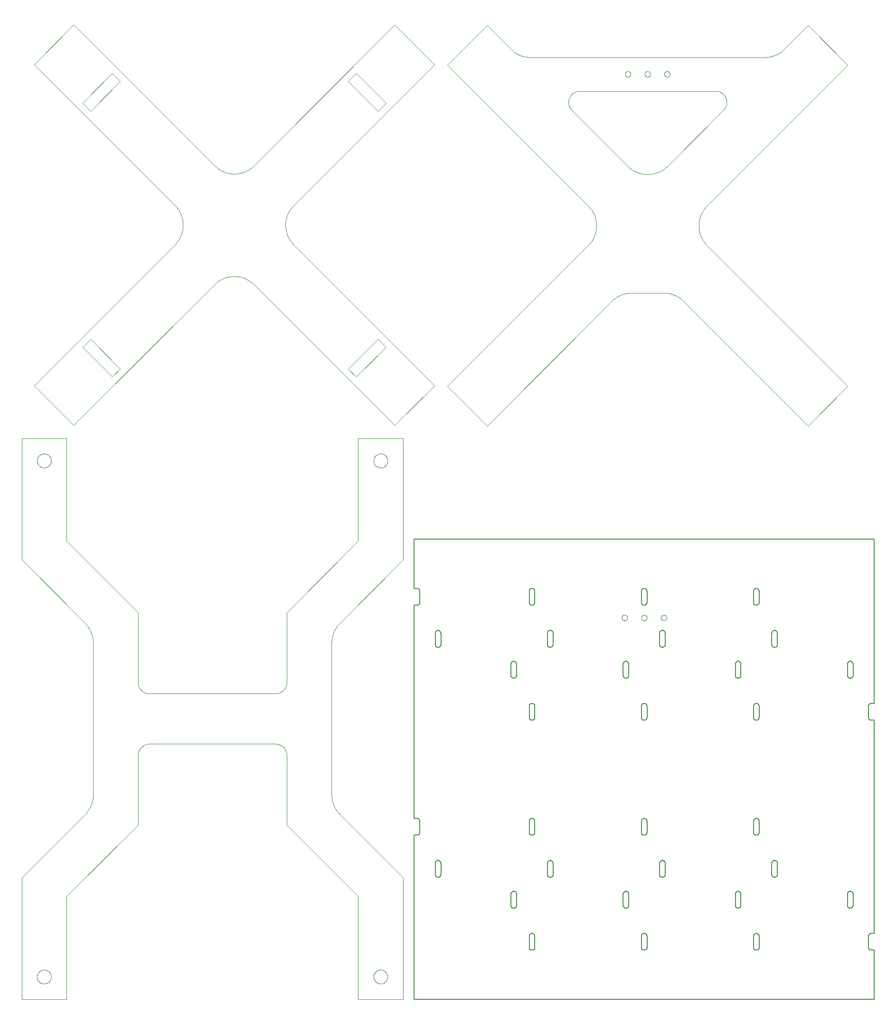
<source format=gbr>
G04 EAGLE Gerber RS-274X export*
G75*
%MOMM*%
%FSLAX34Y34*%
%LPD*%
%IN*%
%IPPOS*%
%AMOC8*
5,1,8,0,0,1.08239X$1,22.5*%
G01*
%ADD10C,0.001000*%
%ADD11C,0.100000*%
%ADD12C,0.152400*%
%ADD13C,0.000000*%
%ADD14C,0.101600*%
%ADD15C,0.127000*%


D10*
X161580Y1650490D02*
X108550Y1597450D01*
X108550Y1162580D02*
X161580Y1109550D01*
X122690Y1583310D02*
X175720Y1636340D01*
X122690Y1176720D02*
X175720Y1123690D01*
X582310Y1636340D02*
X596450Y1650490D01*
X122690Y1176720D02*
X108550Y1162580D01*
X122690Y1583310D02*
X108550Y1597450D01*
X582310Y1123690D02*
X596450Y1109550D01*
X175720Y1123690D02*
X161580Y1109550D01*
X635340Y1583310D02*
X649490Y1597450D01*
X635340Y1176720D02*
X649490Y1162580D01*
X175720Y1636340D02*
X161580Y1650490D01*
X635340Y1176720D02*
X582310Y1123690D01*
X596450Y1109550D02*
X649490Y1162580D01*
X635340Y1583310D02*
X582310Y1636340D01*
X596450Y1650490D02*
X649490Y1597450D01*
D11*
X272950Y1344660D02*
X22000Y1093710D01*
X92710Y1023000D02*
X343660Y1273950D01*
X485080Y1344660D02*
X736040Y1093710D01*
X665330Y1023000D02*
X414370Y1273950D01*
X92710Y1023000D02*
X22000Y1093710D01*
X665330Y1023000D02*
X736040Y1093710D01*
X414370Y1273950D02*
X413506Y1274794D01*
X412621Y1275617D01*
X411717Y1276418D01*
X410793Y1277198D01*
X409851Y1277954D01*
X408891Y1278688D01*
X407913Y1279398D01*
X406919Y1280084D01*
X405908Y1280747D01*
X404882Y1281384D01*
X403840Y1281997D01*
X402784Y1282584D01*
X401715Y1283145D01*
X400631Y1283681D01*
X399536Y1284190D01*
X398428Y1284673D01*
X397309Y1285128D01*
X396179Y1285557D01*
X395039Y1285958D01*
X393890Y1286331D01*
X392732Y1286677D01*
X391566Y1286994D01*
X390393Y1287283D01*
X389214Y1287544D01*
X388028Y1287776D01*
X386837Y1287979D01*
X385641Y1288154D01*
X384442Y1288300D01*
X383239Y1288416D01*
X382034Y1288504D01*
X380827Y1288562D01*
X379619Y1288591D01*
X378411Y1288591D01*
X377203Y1288562D01*
X375996Y1288504D01*
X374791Y1288416D01*
X373588Y1288300D01*
X372389Y1288154D01*
X371193Y1287979D01*
X370002Y1287776D01*
X368816Y1287544D01*
X367637Y1287283D01*
X366464Y1286994D01*
X365298Y1286677D01*
X364140Y1286331D01*
X362991Y1285958D01*
X361851Y1285557D01*
X360721Y1285128D01*
X359602Y1284673D01*
X358494Y1284190D01*
X357399Y1283681D01*
X356315Y1283145D01*
X355246Y1282584D01*
X354190Y1281997D01*
X353148Y1281384D01*
X352122Y1280747D01*
X351111Y1280084D01*
X350117Y1279398D01*
X349139Y1278688D01*
X348179Y1277954D01*
X347237Y1277198D01*
X346313Y1276418D01*
X345409Y1275617D01*
X344524Y1274794D01*
X343660Y1273950D01*
X272950Y1344660D02*
X273794Y1345524D01*
X274617Y1346409D01*
X275418Y1347313D01*
X276198Y1348237D01*
X276954Y1349179D01*
X277688Y1350139D01*
X278398Y1351117D01*
X279084Y1352111D01*
X279747Y1353122D01*
X280384Y1354148D01*
X280997Y1355190D01*
X281584Y1356246D01*
X282145Y1357315D01*
X282681Y1358399D01*
X283190Y1359494D01*
X283673Y1360602D01*
X284128Y1361721D01*
X284557Y1362851D01*
X284958Y1363991D01*
X285331Y1365140D01*
X285677Y1366298D01*
X285994Y1367464D01*
X286283Y1368637D01*
X286544Y1369816D01*
X286776Y1371002D01*
X286979Y1372193D01*
X287154Y1373389D01*
X287300Y1374588D01*
X287416Y1375791D01*
X287504Y1376996D01*
X287562Y1378203D01*
X287591Y1379411D01*
X287591Y1380619D01*
X287562Y1381827D01*
X287504Y1383034D01*
X287416Y1384239D01*
X287300Y1385442D01*
X287154Y1386641D01*
X286979Y1387837D01*
X286776Y1389028D01*
X286544Y1390214D01*
X286283Y1391393D01*
X285994Y1392566D01*
X285677Y1393732D01*
X285331Y1394890D01*
X284958Y1396039D01*
X284557Y1397179D01*
X284128Y1398309D01*
X283673Y1399428D01*
X283190Y1400536D01*
X282681Y1401631D01*
X282145Y1402715D01*
X281584Y1403784D01*
X280997Y1404840D01*
X280384Y1405882D01*
X279747Y1406908D01*
X279084Y1407919D01*
X278398Y1408913D01*
X277688Y1409891D01*
X276954Y1410851D01*
X276198Y1411793D01*
X275418Y1412717D01*
X274617Y1413621D01*
X273794Y1414506D01*
X272950Y1415370D01*
X485080Y1415370D02*
X484236Y1414506D01*
X483413Y1413621D01*
X482612Y1412717D01*
X481832Y1411793D01*
X481076Y1410851D01*
X480342Y1409891D01*
X479632Y1408913D01*
X478946Y1407919D01*
X478283Y1406908D01*
X477646Y1405882D01*
X477033Y1404840D01*
X476446Y1403784D01*
X475885Y1402715D01*
X475349Y1401631D01*
X474840Y1400536D01*
X474357Y1399428D01*
X473902Y1398309D01*
X473473Y1397179D01*
X473072Y1396039D01*
X472699Y1394890D01*
X472353Y1393732D01*
X472036Y1392566D01*
X471747Y1391393D01*
X471486Y1390214D01*
X471254Y1389028D01*
X471051Y1387837D01*
X470876Y1386641D01*
X470730Y1385442D01*
X470614Y1384239D01*
X470526Y1383034D01*
X470468Y1381827D01*
X470439Y1380619D01*
X470439Y1379411D01*
X470468Y1378203D01*
X470526Y1376996D01*
X470614Y1375791D01*
X470730Y1374588D01*
X470876Y1373389D01*
X471051Y1372193D01*
X471254Y1371002D01*
X471486Y1369816D01*
X471747Y1368637D01*
X472036Y1367464D01*
X472353Y1366298D01*
X472699Y1365140D01*
X473072Y1363991D01*
X473473Y1362851D01*
X473902Y1361721D01*
X474357Y1360602D01*
X474840Y1359494D01*
X475349Y1358399D01*
X475885Y1357315D01*
X476446Y1356246D01*
X477033Y1355190D01*
X477646Y1354148D01*
X478283Y1353122D01*
X478946Y1352111D01*
X479632Y1351117D01*
X480342Y1350139D01*
X481076Y1349179D01*
X481832Y1348237D01*
X482612Y1347313D01*
X483413Y1346409D01*
X484236Y1345524D01*
X485080Y1344660D01*
X485080Y1415370D02*
X736040Y1666330D01*
X665330Y1737040D02*
X414370Y1486080D01*
X272950Y1415370D02*
X22000Y1666330D01*
X92710Y1737040D02*
X343660Y1486080D01*
X665330Y1737040D02*
X736040Y1666330D01*
X92710Y1737040D02*
X22000Y1666330D01*
X343660Y1486080D02*
X344524Y1485236D01*
X345409Y1484413D01*
X346313Y1483612D01*
X347237Y1482832D01*
X348179Y1482076D01*
X349139Y1481342D01*
X350117Y1480632D01*
X351111Y1479946D01*
X352122Y1479283D01*
X353148Y1478646D01*
X354190Y1478033D01*
X355246Y1477446D01*
X356315Y1476885D01*
X357399Y1476349D01*
X358494Y1475840D01*
X359602Y1475357D01*
X360721Y1474902D01*
X361851Y1474473D01*
X362991Y1474072D01*
X364140Y1473699D01*
X365298Y1473353D01*
X366464Y1473036D01*
X367637Y1472747D01*
X368816Y1472486D01*
X370002Y1472254D01*
X371193Y1472051D01*
X372389Y1471876D01*
X373588Y1471730D01*
X374791Y1471614D01*
X375996Y1471526D01*
X377203Y1471468D01*
X378411Y1471439D01*
X379619Y1471439D01*
X380827Y1471468D01*
X382034Y1471526D01*
X383239Y1471614D01*
X384442Y1471730D01*
X385641Y1471876D01*
X386837Y1472051D01*
X388028Y1472254D01*
X389214Y1472486D01*
X390393Y1472747D01*
X391566Y1473036D01*
X392732Y1473353D01*
X393890Y1473699D01*
X395039Y1474072D01*
X396179Y1474473D01*
X397309Y1474902D01*
X398428Y1475357D01*
X399536Y1475840D01*
X400631Y1476349D01*
X401715Y1476885D01*
X402784Y1477446D01*
X403840Y1478033D01*
X404882Y1478646D01*
X405908Y1479283D01*
X406919Y1479946D01*
X407913Y1480632D01*
X408891Y1481342D01*
X409851Y1482076D01*
X410793Y1482832D01*
X411717Y1483612D01*
X412621Y1484413D01*
X413506Y1485236D01*
X414370Y1486080D01*
X759000Y1092710D02*
X1009950Y1343660D01*
X1052085Y1244375D02*
X829710Y1022000D01*
X1052086Y1244375D02*
X1052937Y1245207D01*
X1053808Y1246018D01*
X1054698Y1246807D01*
X1055606Y1247576D01*
X1056533Y1248323D01*
X1057477Y1249047D01*
X1058438Y1249749D01*
X1059416Y1250427D01*
X1060409Y1251083D01*
X1061418Y1251714D01*
X1062441Y1252321D01*
X1063479Y1252904D01*
X1064530Y1253462D01*
X1065594Y1253994D01*
X1066670Y1254502D01*
X1067758Y1254983D01*
X1068858Y1255438D01*
X1069968Y1255867D01*
X1071088Y1256270D01*
X1072217Y1256646D01*
X1073354Y1256995D01*
X1074500Y1257316D01*
X1075653Y1257611D01*
X1076813Y1257877D01*
X1077978Y1258116D01*
X1079150Y1258328D01*
X1080325Y1258511D01*
X1081505Y1258666D01*
X1082688Y1258794D01*
X1083874Y1258893D01*
X1085062Y1258963D01*
X1086251Y1259006D01*
X1087441Y1259020D01*
X1144599Y1259020D01*
X1145789Y1259006D01*
X1146978Y1258963D01*
X1148166Y1258893D01*
X1149352Y1258794D01*
X1150535Y1258666D01*
X1151715Y1258511D01*
X1152890Y1258328D01*
X1154062Y1258116D01*
X1155227Y1257877D01*
X1156387Y1257611D01*
X1157540Y1257316D01*
X1158686Y1256995D01*
X1159823Y1256646D01*
X1160952Y1256270D01*
X1162072Y1255867D01*
X1163182Y1255438D01*
X1164282Y1254983D01*
X1165370Y1254502D01*
X1166446Y1253994D01*
X1167510Y1253462D01*
X1168561Y1252904D01*
X1169599Y1252321D01*
X1170622Y1251714D01*
X1171631Y1251083D01*
X1172624Y1250427D01*
X1173602Y1249749D01*
X1174563Y1249047D01*
X1175507Y1248323D01*
X1176434Y1247576D01*
X1177342Y1246807D01*
X1178232Y1246018D01*
X1179103Y1245207D01*
X1179954Y1244375D01*
X1179955Y1244375D02*
X1402330Y1022000D01*
X1473040Y1092710D02*
X1222080Y1343660D01*
X829710Y1022000D02*
X759000Y1092710D01*
X1402330Y1022000D02*
X1473040Y1092710D01*
X1009950Y1343660D02*
X1010794Y1344524D01*
X1011617Y1345409D01*
X1012418Y1346313D01*
X1013198Y1347237D01*
X1013954Y1348179D01*
X1014688Y1349139D01*
X1015398Y1350117D01*
X1016084Y1351111D01*
X1016747Y1352122D01*
X1017384Y1353148D01*
X1017997Y1354190D01*
X1018584Y1355246D01*
X1019145Y1356315D01*
X1019681Y1357399D01*
X1020190Y1358494D01*
X1020673Y1359602D01*
X1021128Y1360721D01*
X1021557Y1361851D01*
X1021958Y1362991D01*
X1022331Y1364140D01*
X1022677Y1365298D01*
X1022994Y1366464D01*
X1023283Y1367637D01*
X1023544Y1368816D01*
X1023776Y1370002D01*
X1023979Y1371193D01*
X1024154Y1372389D01*
X1024300Y1373588D01*
X1024416Y1374791D01*
X1024504Y1375996D01*
X1024562Y1377203D01*
X1024591Y1378411D01*
X1024591Y1379619D01*
X1024562Y1380827D01*
X1024504Y1382034D01*
X1024416Y1383239D01*
X1024300Y1384442D01*
X1024154Y1385641D01*
X1023979Y1386837D01*
X1023776Y1388028D01*
X1023544Y1389214D01*
X1023283Y1390393D01*
X1022994Y1391566D01*
X1022677Y1392732D01*
X1022331Y1393890D01*
X1021958Y1395039D01*
X1021557Y1396179D01*
X1021128Y1397309D01*
X1020673Y1398428D01*
X1020190Y1399536D01*
X1019681Y1400631D01*
X1019145Y1401715D01*
X1018584Y1402784D01*
X1017997Y1403840D01*
X1017384Y1404882D01*
X1016747Y1405908D01*
X1016084Y1406919D01*
X1015398Y1407913D01*
X1014688Y1408891D01*
X1013954Y1409851D01*
X1013198Y1410793D01*
X1012418Y1411717D01*
X1011617Y1412621D01*
X1010794Y1413506D01*
X1009950Y1414370D01*
X1222080Y1414370D02*
X1221236Y1413506D01*
X1220413Y1412621D01*
X1219612Y1411717D01*
X1218832Y1410793D01*
X1218076Y1409851D01*
X1217342Y1408891D01*
X1216632Y1407913D01*
X1215946Y1406919D01*
X1215283Y1405908D01*
X1214646Y1404882D01*
X1214033Y1403840D01*
X1213446Y1402784D01*
X1212885Y1401715D01*
X1212349Y1400631D01*
X1211840Y1399536D01*
X1211357Y1398428D01*
X1210902Y1397309D01*
X1210473Y1396179D01*
X1210072Y1395039D01*
X1209699Y1393890D01*
X1209353Y1392732D01*
X1209036Y1391566D01*
X1208747Y1390393D01*
X1208486Y1389214D01*
X1208254Y1388028D01*
X1208051Y1386837D01*
X1207876Y1385641D01*
X1207730Y1384442D01*
X1207614Y1383239D01*
X1207526Y1382034D01*
X1207468Y1380827D01*
X1207439Y1379619D01*
X1207439Y1378411D01*
X1207468Y1377203D01*
X1207526Y1375996D01*
X1207614Y1374791D01*
X1207730Y1373588D01*
X1207876Y1372389D01*
X1208051Y1371193D01*
X1208254Y1370002D01*
X1208486Y1368816D01*
X1208747Y1367637D01*
X1209036Y1366464D01*
X1209353Y1365298D01*
X1209699Y1364140D01*
X1210072Y1362991D01*
X1210473Y1361851D01*
X1210902Y1360721D01*
X1211357Y1359602D01*
X1211840Y1358494D01*
X1212349Y1357399D01*
X1212885Y1356315D01*
X1213446Y1355246D01*
X1214033Y1354190D01*
X1214646Y1353148D01*
X1215283Y1352122D01*
X1215946Y1351111D01*
X1216632Y1350117D01*
X1217342Y1349139D01*
X1218076Y1348179D01*
X1218832Y1347237D01*
X1219612Y1346313D01*
X1220413Y1345409D01*
X1221236Y1344524D01*
X1222080Y1343660D01*
X1222080Y1414370D02*
X1473040Y1665330D01*
X1080660Y1485080D02*
X980924Y1584861D01*
X980581Y1585212D01*
X980247Y1585572D01*
X979922Y1585940D01*
X979606Y1586315D01*
X979299Y1586699D01*
X979002Y1587089D01*
X978715Y1587487D01*
X978437Y1587892D01*
X978170Y1588303D01*
X977912Y1588721D01*
X977665Y1589145D01*
X977429Y1589576D01*
X977203Y1590011D01*
X976988Y1590452D01*
X976783Y1590899D01*
X976590Y1591350D01*
X976408Y1591806D01*
X976237Y1592266D01*
X976077Y1592730D01*
X975929Y1593198D01*
X975793Y1593669D01*
X975668Y1594144D01*
X975554Y1594621D01*
X975453Y1595102D01*
X975363Y1595584D01*
X975285Y1596069D01*
X975219Y1596555D01*
X975165Y1597043D01*
X975123Y1597532D01*
X975093Y1598022D01*
X975075Y1598512D01*
X975069Y1599003D01*
X975075Y1599494D01*
X975093Y1599984D01*
X975123Y1600474D01*
X975166Y1600963D01*
X975220Y1601451D01*
X975286Y1601937D01*
X975364Y1602422D01*
X975454Y1602904D01*
X975556Y1603385D01*
X975669Y1603862D01*
X975794Y1604337D01*
X975931Y1604808D01*
X976079Y1605276D01*
X976239Y1605740D01*
X976410Y1606200D01*
X976592Y1606656D01*
X976786Y1607107D01*
X976990Y1607553D01*
X977205Y1607994D01*
X977432Y1608430D01*
X977668Y1608860D01*
X977915Y1609284D01*
X978173Y1609702D01*
X978441Y1610113D01*
X978718Y1610518D01*
X979006Y1610915D01*
X979303Y1611306D01*
X979610Y1611689D01*
X979926Y1612065D01*
X980251Y1612432D01*
X980585Y1612792D01*
X980928Y1613143D01*
X981279Y1613486D01*
X981639Y1613820D01*
X982007Y1614145D01*
X982382Y1614461D01*
X982765Y1614768D01*
X983156Y1615065D01*
X983554Y1615352D01*
X983959Y1615630D01*
X984370Y1615898D01*
X984788Y1616155D01*
X985212Y1616402D01*
X985642Y1616639D01*
X986078Y1616865D01*
X986519Y1617080D01*
X986965Y1617285D01*
X987416Y1617478D01*
X987872Y1617660D01*
X988332Y1617831D01*
X988796Y1617991D01*
X989264Y1618139D01*
X989735Y1618276D01*
X990210Y1618401D01*
X990687Y1618514D01*
X991168Y1618616D01*
X991650Y1618706D01*
X992135Y1618784D01*
X992621Y1618850D01*
X993109Y1618904D01*
X993598Y1618946D01*
X994088Y1618976D01*
X994578Y1618994D01*
X995069Y1619000D01*
X1237073Y1619000D01*
X1237559Y1618994D01*
X1238044Y1618976D01*
X1238529Y1618947D01*
X1239013Y1618906D01*
X1239496Y1618853D01*
X1239978Y1618788D01*
X1240458Y1618711D01*
X1240936Y1618623D01*
X1241411Y1618524D01*
X1241884Y1618413D01*
X1242354Y1618290D01*
X1242821Y1618156D01*
X1243285Y1618011D01*
X1243745Y1617854D01*
X1244201Y1617687D01*
X1244653Y1617508D01*
X1245100Y1617318D01*
X1245543Y1617118D01*
X1245980Y1616907D01*
X1246413Y1616685D01*
X1246840Y1616453D01*
X1247261Y1616211D01*
X1247676Y1615958D01*
X1248085Y1615696D01*
X1248487Y1615423D01*
X1248883Y1615141D01*
X1249271Y1614849D01*
X1249653Y1614548D01*
X1250027Y1614238D01*
X1250393Y1613919D01*
X1250751Y1613591D01*
X1251102Y1613255D01*
X1251444Y1612910D01*
X1251778Y1612556D01*
X1252102Y1612195D01*
X1252419Y1611826D01*
X1252726Y1611450D01*
X1253023Y1611066D01*
X1253312Y1610675D01*
X1253591Y1610277D01*
X1253860Y1609872D01*
X1254119Y1609461D01*
X1254368Y1609044D01*
X1254607Y1608621D01*
X1254835Y1608192D01*
X1255053Y1607758D01*
X1255261Y1607319D01*
X1255458Y1606874D01*
X1255643Y1606426D01*
X1255818Y1605972D01*
X1255982Y1605515D01*
X1256135Y1605054D01*
X1256276Y1604589D01*
X1256406Y1604121D01*
X1256525Y1603649D01*
X1256632Y1603176D01*
X1256728Y1602699D01*
X1256812Y1602221D01*
X1256884Y1601740D01*
X1256945Y1601258D01*
X1256994Y1600775D01*
X1257031Y1600290D01*
X1257057Y1599805D01*
X1257070Y1599319D01*
X1257072Y1598834D01*
X1257062Y1598348D01*
X1257041Y1597862D01*
X1257007Y1597378D01*
X1256962Y1596894D01*
X1256905Y1596411D01*
X1256836Y1595930D01*
X1256756Y1595451D01*
X1256664Y1594974D01*
X1256560Y1594499D01*
X1256445Y1594027D01*
X1256318Y1593558D01*
X1256181Y1593092D01*
X1256031Y1592630D01*
X1255871Y1592171D01*
X1255700Y1591717D01*
X1255517Y1591266D01*
X1255324Y1590821D01*
X1255120Y1590380D01*
X1254905Y1589944D01*
X1254680Y1589513D01*
X1254444Y1589088D01*
X1254198Y1588669D01*
X1253942Y1588256D01*
X1253676Y1587850D01*
X1253401Y1587450D01*
X1253115Y1587057D01*
X1252820Y1586670D01*
X1252516Y1586292D01*
X1252203Y1585920D01*
X1251881Y1585556D01*
X1251550Y1585201D01*
X1251210Y1584853D01*
X1151370Y1485080D01*
X872158Y1693629D02*
X829710Y1736040D01*
X872158Y1693629D02*
X873036Y1692773D01*
X873935Y1691939D01*
X874854Y1691127D01*
X875793Y1690337D01*
X876751Y1689571D01*
X877727Y1688829D01*
X878722Y1688111D01*
X879733Y1687417D01*
X880761Y1686749D01*
X881806Y1686106D01*
X882866Y1685489D01*
X883940Y1684897D01*
X885029Y1684333D01*
X886131Y1683795D01*
X887247Y1683285D01*
X888374Y1682802D01*
X889513Y1682347D01*
X890663Y1681920D01*
X891822Y1681521D01*
X892992Y1681151D01*
X894170Y1680809D01*
X895356Y1680497D01*
X896549Y1680214D01*
X897749Y1679960D01*
X898955Y1679735D01*
X900166Y1679541D01*
X901381Y1679376D01*
X902600Y1679240D01*
X903822Y1679135D01*
X905046Y1679060D01*
X906272Y1679015D01*
X907498Y1679000D01*
X1324646Y1679000D01*
X1325837Y1679014D01*
X1327027Y1679057D01*
X1328217Y1679128D01*
X1329404Y1679227D01*
X1330588Y1679354D01*
X1331769Y1679510D01*
X1332946Y1679694D01*
X1334118Y1679905D01*
X1335285Y1680145D01*
X1336446Y1680412D01*
X1337600Y1680707D01*
X1338746Y1681029D01*
X1339885Y1681379D01*
X1341015Y1681755D01*
X1342136Y1682159D01*
X1343247Y1682589D01*
X1344347Y1683045D01*
X1345436Y1683527D01*
X1346514Y1684036D01*
X1347579Y1684569D01*
X1348631Y1685128D01*
X1349669Y1685712D01*
X1350693Y1686320D01*
X1351702Y1686953D01*
X1352696Y1687609D01*
X1353674Y1688289D01*
X1354636Y1688992D01*
X1355580Y1689718D01*
X1356507Y1690466D01*
X1357416Y1691236D01*
X1358306Y1692027D01*
X1359178Y1692840D01*
X1360029Y1693673D01*
X1402330Y1736040D01*
X1009950Y1414370D02*
X759000Y1665330D01*
X1402330Y1736040D02*
X1473040Y1665330D01*
X1151370Y1485080D02*
X1150506Y1484236D01*
X1149621Y1483413D01*
X1148717Y1482612D01*
X1147793Y1481832D01*
X1146851Y1481076D01*
X1145891Y1480342D01*
X1144913Y1479632D01*
X1143919Y1478946D01*
X1142908Y1478283D01*
X1141882Y1477646D01*
X1140840Y1477033D01*
X1139784Y1476446D01*
X1138715Y1475885D01*
X1137631Y1475349D01*
X1136536Y1474840D01*
X1135428Y1474357D01*
X1134309Y1473902D01*
X1133179Y1473473D01*
X1132039Y1473072D01*
X1130890Y1472699D01*
X1129732Y1472353D01*
X1128566Y1472036D01*
X1127393Y1471747D01*
X1126214Y1471486D01*
X1125028Y1471254D01*
X1123837Y1471051D01*
X1122641Y1470876D01*
X1121442Y1470730D01*
X1120239Y1470614D01*
X1119034Y1470526D01*
X1117827Y1470468D01*
X1116619Y1470439D01*
X1115411Y1470439D01*
X1114203Y1470468D01*
X1112996Y1470526D01*
X1111791Y1470614D01*
X1110588Y1470730D01*
X1109389Y1470876D01*
X1108193Y1471051D01*
X1107002Y1471254D01*
X1105816Y1471486D01*
X1104637Y1471747D01*
X1103464Y1472036D01*
X1102298Y1472353D01*
X1101140Y1472699D01*
X1099991Y1473072D01*
X1098851Y1473473D01*
X1097721Y1473902D01*
X1096602Y1474357D01*
X1095494Y1474840D01*
X1094399Y1475349D01*
X1093315Y1475885D01*
X1092246Y1476446D01*
X1091190Y1477033D01*
X1090148Y1477646D01*
X1089122Y1478283D01*
X1088111Y1478946D01*
X1087117Y1479632D01*
X1086139Y1480342D01*
X1085179Y1481076D01*
X1084237Y1481832D01*
X1083313Y1482612D01*
X1082409Y1483413D01*
X1081524Y1484236D01*
X1080660Y1485080D01*
X829710Y1736040D02*
X759000Y1665330D01*
D12*
X700000Y0D02*
X1520000Y0D01*
X700000Y732500D02*
X700000Y820000D01*
X700000Y702500D02*
X700000Y322500D01*
X700000Y292500D02*
X700000Y0D01*
X1520000Y0D02*
X1520000Y87500D01*
X1520000Y117500D02*
X1520000Y497500D01*
X1520000Y527500D02*
X1520000Y820000D01*
X700000Y820000D01*
X1515000Y117500D02*
X1520000Y117500D01*
X1515000Y117500D02*
X1514860Y117498D01*
X1514720Y117492D01*
X1514580Y117482D01*
X1514440Y117469D01*
X1514301Y117451D01*
X1514162Y117429D01*
X1514025Y117404D01*
X1513887Y117375D01*
X1513751Y117342D01*
X1513616Y117305D01*
X1513482Y117264D01*
X1513349Y117219D01*
X1513217Y117171D01*
X1513087Y117119D01*
X1512958Y117064D01*
X1512831Y117005D01*
X1512705Y116942D01*
X1512581Y116876D01*
X1512460Y116807D01*
X1512340Y116734D01*
X1512222Y116657D01*
X1512107Y116578D01*
X1511993Y116495D01*
X1511883Y116409D01*
X1511774Y116320D01*
X1511668Y116228D01*
X1511565Y116133D01*
X1511464Y116036D01*
X1511367Y115935D01*
X1511272Y115832D01*
X1511180Y115726D01*
X1511091Y115617D01*
X1511005Y115507D01*
X1510922Y115393D01*
X1510843Y115278D01*
X1510766Y115160D01*
X1510693Y115040D01*
X1510624Y114919D01*
X1510558Y114795D01*
X1510495Y114669D01*
X1510436Y114542D01*
X1510381Y114413D01*
X1510329Y114283D01*
X1510281Y114151D01*
X1510236Y114018D01*
X1510195Y113884D01*
X1510158Y113749D01*
X1510125Y113613D01*
X1510096Y113475D01*
X1510071Y113338D01*
X1510049Y113199D01*
X1510031Y113060D01*
X1510018Y112920D01*
X1510008Y112780D01*
X1510002Y112640D01*
X1510000Y112500D01*
X1510000Y92500D01*
X1510002Y92360D01*
X1510008Y92220D01*
X1510018Y92080D01*
X1510031Y91940D01*
X1510049Y91801D01*
X1510071Y91662D01*
X1510096Y91525D01*
X1510125Y91387D01*
X1510158Y91251D01*
X1510195Y91116D01*
X1510236Y90982D01*
X1510281Y90849D01*
X1510329Y90717D01*
X1510381Y90587D01*
X1510436Y90458D01*
X1510495Y90331D01*
X1510558Y90205D01*
X1510624Y90081D01*
X1510693Y89960D01*
X1510766Y89840D01*
X1510843Y89722D01*
X1510922Y89607D01*
X1511005Y89493D01*
X1511091Y89383D01*
X1511180Y89274D01*
X1511272Y89168D01*
X1511367Y89065D01*
X1511464Y88964D01*
X1511565Y88867D01*
X1511668Y88772D01*
X1511774Y88680D01*
X1511883Y88591D01*
X1511993Y88505D01*
X1512107Y88422D01*
X1512222Y88343D01*
X1512340Y88266D01*
X1512460Y88193D01*
X1512581Y88124D01*
X1512705Y88058D01*
X1512831Y87995D01*
X1512958Y87936D01*
X1513087Y87881D01*
X1513217Y87829D01*
X1513349Y87781D01*
X1513482Y87736D01*
X1513616Y87695D01*
X1513751Y87658D01*
X1513887Y87625D01*
X1514025Y87596D01*
X1514162Y87571D01*
X1514301Y87549D01*
X1514440Y87531D01*
X1514580Y87518D01*
X1514720Y87508D01*
X1514860Y87502D01*
X1515000Y87500D01*
X1520000Y87500D01*
X1520000Y527500D02*
X1515000Y527500D01*
X1514860Y527498D01*
X1514720Y527492D01*
X1514580Y527482D01*
X1514440Y527469D01*
X1514301Y527451D01*
X1514162Y527429D01*
X1514025Y527404D01*
X1513887Y527375D01*
X1513751Y527342D01*
X1513616Y527305D01*
X1513482Y527264D01*
X1513349Y527219D01*
X1513217Y527171D01*
X1513087Y527119D01*
X1512958Y527064D01*
X1512831Y527005D01*
X1512705Y526942D01*
X1512581Y526876D01*
X1512460Y526807D01*
X1512340Y526734D01*
X1512222Y526657D01*
X1512107Y526578D01*
X1511993Y526495D01*
X1511883Y526409D01*
X1511774Y526320D01*
X1511668Y526228D01*
X1511565Y526133D01*
X1511464Y526036D01*
X1511367Y525935D01*
X1511272Y525832D01*
X1511180Y525726D01*
X1511091Y525617D01*
X1511005Y525507D01*
X1510922Y525393D01*
X1510843Y525278D01*
X1510766Y525160D01*
X1510693Y525040D01*
X1510624Y524919D01*
X1510558Y524795D01*
X1510495Y524669D01*
X1510436Y524542D01*
X1510381Y524413D01*
X1510329Y524283D01*
X1510281Y524151D01*
X1510236Y524018D01*
X1510195Y523884D01*
X1510158Y523749D01*
X1510125Y523613D01*
X1510096Y523475D01*
X1510071Y523338D01*
X1510049Y523199D01*
X1510031Y523060D01*
X1510018Y522920D01*
X1510008Y522780D01*
X1510002Y522640D01*
X1510000Y522500D01*
X1510000Y502500D01*
X1510002Y502360D01*
X1510008Y502220D01*
X1510018Y502080D01*
X1510031Y501940D01*
X1510049Y501801D01*
X1510071Y501662D01*
X1510096Y501525D01*
X1510125Y501387D01*
X1510158Y501251D01*
X1510195Y501116D01*
X1510236Y500982D01*
X1510281Y500849D01*
X1510329Y500717D01*
X1510381Y500587D01*
X1510436Y500458D01*
X1510495Y500331D01*
X1510558Y500205D01*
X1510624Y500081D01*
X1510693Y499960D01*
X1510766Y499840D01*
X1510843Y499722D01*
X1510922Y499607D01*
X1511005Y499493D01*
X1511091Y499383D01*
X1511180Y499274D01*
X1511272Y499168D01*
X1511367Y499065D01*
X1511464Y498964D01*
X1511565Y498867D01*
X1511668Y498772D01*
X1511774Y498680D01*
X1511883Y498591D01*
X1511993Y498505D01*
X1512107Y498422D01*
X1512222Y498343D01*
X1512340Y498266D01*
X1512460Y498193D01*
X1512581Y498124D01*
X1512705Y498058D01*
X1512831Y497995D01*
X1512958Y497936D01*
X1513087Y497881D01*
X1513217Y497829D01*
X1513349Y497781D01*
X1513482Y497736D01*
X1513616Y497695D01*
X1513751Y497658D01*
X1513887Y497625D01*
X1514025Y497596D01*
X1514162Y497571D01*
X1514301Y497549D01*
X1514440Y497531D01*
X1514580Y497518D01*
X1514720Y497508D01*
X1514860Y497502D01*
X1515000Y497500D01*
X1520000Y497500D01*
X705000Y702500D02*
X700000Y702500D01*
X705000Y702500D02*
X705140Y702502D01*
X705280Y702508D01*
X705420Y702518D01*
X705560Y702531D01*
X705699Y702549D01*
X705838Y702571D01*
X705975Y702596D01*
X706113Y702625D01*
X706249Y702658D01*
X706384Y702695D01*
X706518Y702736D01*
X706651Y702781D01*
X706783Y702829D01*
X706913Y702881D01*
X707042Y702936D01*
X707169Y702995D01*
X707295Y703058D01*
X707419Y703124D01*
X707540Y703193D01*
X707660Y703266D01*
X707778Y703343D01*
X707893Y703422D01*
X708007Y703505D01*
X708117Y703591D01*
X708226Y703680D01*
X708332Y703772D01*
X708435Y703867D01*
X708536Y703964D01*
X708633Y704065D01*
X708728Y704168D01*
X708820Y704274D01*
X708909Y704383D01*
X708995Y704493D01*
X709078Y704607D01*
X709157Y704722D01*
X709234Y704840D01*
X709307Y704960D01*
X709376Y705081D01*
X709442Y705205D01*
X709505Y705331D01*
X709564Y705458D01*
X709619Y705587D01*
X709671Y705717D01*
X709719Y705849D01*
X709764Y705982D01*
X709805Y706116D01*
X709842Y706251D01*
X709875Y706387D01*
X709904Y706525D01*
X709929Y706662D01*
X709951Y706801D01*
X709969Y706940D01*
X709982Y707080D01*
X709992Y707220D01*
X709998Y707360D01*
X710000Y707500D01*
X710000Y727500D01*
X709998Y727640D01*
X709992Y727780D01*
X709982Y727920D01*
X709969Y728060D01*
X709951Y728199D01*
X709929Y728338D01*
X709904Y728475D01*
X709875Y728613D01*
X709842Y728749D01*
X709805Y728884D01*
X709764Y729018D01*
X709719Y729151D01*
X709671Y729283D01*
X709619Y729413D01*
X709564Y729542D01*
X709505Y729669D01*
X709442Y729795D01*
X709376Y729919D01*
X709307Y730040D01*
X709234Y730160D01*
X709157Y730278D01*
X709078Y730393D01*
X708995Y730507D01*
X708909Y730617D01*
X708820Y730726D01*
X708728Y730832D01*
X708633Y730935D01*
X708536Y731036D01*
X708435Y731133D01*
X708332Y731228D01*
X708226Y731320D01*
X708117Y731409D01*
X708007Y731495D01*
X707893Y731578D01*
X707778Y731657D01*
X707660Y731734D01*
X707540Y731807D01*
X707419Y731876D01*
X707295Y731942D01*
X707169Y732005D01*
X707042Y732064D01*
X706913Y732119D01*
X706783Y732171D01*
X706651Y732219D01*
X706518Y732264D01*
X706384Y732305D01*
X706249Y732342D01*
X706113Y732375D01*
X705975Y732404D01*
X705838Y732429D01*
X705699Y732451D01*
X705560Y732469D01*
X705420Y732482D01*
X705280Y732492D01*
X705140Y732498D01*
X705000Y732500D01*
X700000Y732500D01*
X700000Y292500D02*
X705000Y292500D01*
X705140Y292502D01*
X705280Y292508D01*
X705420Y292518D01*
X705560Y292531D01*
X705699Y292549D01*
X705838Y292571D01*
X705975Y292596D01*
X706113Y292625D01*
X706249Y292658D01*
X706384Y292695D01*
X706518Y292736D01*
X706651Y292781D01*
X706783Y292829D01*
X706913Y292881D01*
X707042Y292936D01*
X707169Y292995D01*
X707295Y293058D01*
X707419Y293124D01*
X707540Y293193D01*
X707660Y293266D01*
X707778Y293343D01*
X707893Y293422D01*
X708007Y293505D01*
X708117Y293591D01*
X708226Y293680D01*
X708332Y293772D01*
X708435Y293867D01*
X708536Y293964D01*
X708633Y294065D01*
X708728Y294168D01*
X708820Y294274D01*
X708909Y294383D01*
X708995Y294493D01*
X709078Y294607D01*
X709157Y294722D01*
X709234Y294840D01*
X709307Y294960D01*
X709376Y295081D01*
X709442Y295205D01*
X709505Y295331D01*
X709564Y295458D01*
X709619Y295587D01*
X709671Y295717D01*
X709719Y295849D01*
X709764Y295982D01*
X709805Y296116D01*
X709842Y296251D01*
X709875Y296387D01*
X709904Y296525D01*
X709929Y296662D01*
X709951Y296801D01*
X709969Y296940D01*
X709982Y297080D01*
X709992Y297220D01*
X709998Y297360D01*
X710000Y297500D01*
X710000Y317500D01*
X709998Y317640D01*
X709992Y317780D01*
X709982Y317920D01*
X709969Y318060D01*
X709951Y318199D01*
X709929Y318338D01*
X709904Y318475D01*
X709875Y318613D01*
X709842Y318749D01*
X709805Y318884D01*
X709764Y319018D01*
X709719Y319151D01*
X709671Y319283D01*
X709619Y319413D01*
X709564Y319542D01*
X709505Y319669D01*
X709442Y319795D01*
X709376Y319919D01*
X709307Y320040D01*
X709234Y320160D01*
X709157Y320278D01*
X709078Y320393D01*
X708995Y320507D01*
X708909Y320617D01*
X708820Y320726D01*
X708728Y320832D01*
X708633Y320935D01*
X708536Y321036D01*
X708435Y321133D01*
X708332Y321228D01*
X708226Y321320D01*
X708117Y321409D01*
X708007Y321495D01*
X707893Y321578D01*
X707778Y321657D01*
X707660Y321734D01*
X707540Y321807D01*
X707419Y321876D01*
X707295Y321942D01*
X707169Y322005D01*
X707042Y322064D01*
X706913Y322119D01*
X706783Y322171D01*
X706651Y322219D01*
X706518Y322264D01*
X706384Y322305D01*
X706249Y322342D01*
X706113Y322375D01*
X705975Y322404D01*
X705838Y322429D01*
X705699Y322451D01*
X705560Y322469D01*
X705420Y322482D01*
X705280Y322492D01*
X705140Y322498D01*
X705000Y322500D01*
X700000Y322500D01*
D13*
X27500Y40000D02*
X27504Y40307D01*
X27515Y40613D01*
X27534Y40920D01*
X27560Y41225D01*
X27594Y41530D01*
X27635Y41834D01*
X27684Y42137D01*
X27740Y42439D01*
X27804Y42739D01*
X27875Y43037D01*
X27953Y43334D01*
X28038Y43629D01*
X28131Y43921D01*
X28231Y44211D01*
X28338Y44499D01*
X28452Y44784D01*
X28572Y45066D01*
X28700Y45344D01*
X28835Y45620D01*
X28976Y45892D01*
X29124Y46161D01*
X29278Y46426D01*
X29439Y46687D01*
X29607Y46945D01*
X29780Y47198D01*
X29960Y47446D01*
X30146Y47690D01*
X30337Y47930D01*
X30535Y48165D01*
X30738Y48394D01*
X30947Y48619D01*
X31161Y48839D01*
X31381Y49053D01*
X31606Y49262D01*
X31835Y49465D01*
X32070Y49663D01*
X32310Y49854D01*
X32554Y50040D01*
X32802Y50220D01*
X33055Y50393D01*
X33313Y50561D01*
X33574Y50722D01*
X33839Y50876D01*
X34108Y51024D01*
X34380Y51165D01*
X34656Y51300D01*
X34934Y51428D01*
X35216Y51548D01*
X35501Y51662D01*
X35789Y51769D01*
X36079Y51869D01*
X36371Y51962D01*
X36666Y52047D01*
X36963Y52125D01*
X37261Y52196D01*
X37561Y52260D01*
X37863Y52316D01*
X38166Y52365D01*
X38470Y52406D01*
X38775Y52440D01*
X39080Y52466D01*
X39387Y52485D01*
X39693Y52496D01*
X40000Y52500D01*
X40307Y52496D01*
X40613Y52485D01*
X40920Y52466D01*
X41225Y52440D01*
X41530Y52406D01*
X41834Y52365D01*
X42137Y52316D01*
X42439Y52260D01*
X42739Y52196D01*
X43037Y52125D01*
X43334Y52047D01*
X43629Y51962D01*
X43921Y51869D01*
X44211Y51769D01*
X44499Y51662D01*
X44784Y51548D01*
X45066Y51428D01*
X45344Y51300D01*
X45620Y51165D01*
X45892Y51024D01*
X46161Y50876D01*
X46426Y50722D01*
X46687Y50561D01*
X46945Y50393D01*
X47198Y50220D01*
X47446Y50040D01*
X47690Y49854D01*
X47930Y49663D01*
X48165Y49465D01*
X48394Y49262D01*
X48619Y49053D01*
X48839Y48839D01*
X49053Y48619D01*
X49262Y48394D01*
X49465Y48165D01*
X49663Y47930D01*
X49854Y47690D01*
X50040Y47446D01*
X50220Y47198D01*
X50393Y46945D01*
X50561Y46687D01*
X50722Y46426D01*
X50876Y46161D01*
X51024Y45892D01*
X51165Y45620D01*
X51300Y45344D01*
X51428Y45066D01*
X51548Y44784D01*
X51662Y44499D01*
X51769Y44211D01*
X51869Y43921D01*
X51962Y43629D01*
X52047Y43334D01*
X52125Y43037D01*
X52196Y42739D01*
X52260Y42439D01*
X52316Y42137D01*
X52365Y41834D01*
X52406Y41530D01*
X52440Y41225D01*
X52466Y40920D01*
X52485Y40613D01*
X52496Y40307D01*
X52500Y40000D01*
X52496Y39693D01*
X52485Y39387D01*
X52466Y39080D01*
X52440Y38775D01*
X52406Y38470D01*
X52365Y38166D01*
X52316Y37863D01*
X52260Y37561D01*
X52196Y37261D01*
X52125Y36963D01*
X52047Y36666D01*
X51962Y36371D01*
X51869Y36079D01*
X51769Y35789D01*
X51662Y35501D01*
X51548Y35216D01*
X51428Y34934D01*
X51300Y34656D01*
X51165Y34380D01*
X51024Y34108D01*
X50876Y33839D01*
X50722Y33574D01*
X50561Y33313D01*
X50393Y33055D01*
X50220Y32802D01*
X50040Y32554D01*
X49854Y32310D01*
X49663Y32070D01*
X49465Y31835D01*
X49262Y31606D01*
X49053Y31381D01*
X48839Y31161D01*
X48619Y30947D01*
X48394Y30738D01*
X48165Y30535D01*
X47930Y30337D01*
X47690Y30146D01*
X47446Y29960D01*
X47198Y29780D01*
X46945Y29607D01*
X46687Y29439D01*
X46426Y29278D01*
X46161Y29124D01*
X45892Y28976D01*
X45620Y28835D01*
X45344Y28700D01*
X45066Y28572D01*
X44784Y28452D01*
X44499Y28338D01*
X44211Y28231D01*
X43921Y28131D01*
X43629Y28038D01*
X43334Y27953D01*
X43037Y27875D01*
X42739Y27804D01*
X42439Y27740D01*
X42137Y27684D01*
X41834Y27635D01*
X41530Y27594D01*
X41225Y27560D01*
X40920Y27534D01*
X40613Y27515D01*
X40307Y27504D01*
X40000Y27500D01*
X39693Y27504D01*
X39387Y27515D01*
X39080Y27534D01*
X38775Y27560D01*
X38470Y27594D01*
X38166Y27635D01*
X37863Y27684D01*
X37561Y27740D01*
X37261Y27804D01*
X36963Y27875D01*
X36666Y27953D01*
X36371Y28038D01*
X36079Y28131D01*
X35789Y28231D01*
X35501Y28338D01*
X35216Y28452D01*
X34934Y28572D01*
X34656Y28700D01*
X34380Y28835D01*
X34108Y28976D01*
X33839Y29124D01*
X33574Y29278D01*
X33313Y29439D01*
X33055Y29607D01*
X32802Y29780D01*
X32554Y29960D01*
X32310Y30146D01*
X32070Y30337D01*
X31835Y30535D01*
X31606Y30738D01*
X31381Y30947D01*
X31161Y31161D01*
X30947Y31381D01*
X30738Y31606D01*
X30535Y31835D01*
X30337Y32070D01*
X30146Y32310D01*
X29960Y32554D01*
X29780Y32802D01*
X29607Y33055D01*
X29439Y33313D01*
X29278Y33574D01*
X29124Y33839D01*
X28976Y34108D01*
X28835Y34380D01*
X28700Y34656D01*
X28572Y34934D01*
X28452Y35216D01*
X28338Y35501D01*
X28231Y35789D01*
X28131Y36079D01*
X28038Y36371D01*
X27953Y36666D01*
X27875Y36963D01*
X27804Y37261D01*
X27740Y37561D01*
X27684Y37863D01*
X27635Y38166D01*
X27594Y38470D01*
X27560Y38775D01*
X27534Y39080D01*
X27515Y39387D01*
X27504Y39693D01*
X27500Y40000D01*
X627500Y40000D02*
X627504Y40307D01*
X627515Y40613D01*
X627534Y40920D01*
X627560Y41225D01*
X627594Y41530D01*
X627635Y41834D01*
X627684Y42137D01*
X627740Y42439D01*
X627804Y42739D01*
X627875Y43037D01*
X627953Y43334D01*
X628038Y43629D01*
X628131Y43921D01*
X628231Y44211D01*
X628338Y44499D01*
X628452Y44784D01*
X628572Y45066D01*
X628700Y45344D01*
X628835Y45620D01*
X628976Y45892D01*
X629124Y46161D01*
X629278Y46426D01*
X629439Y46687D01*
X629607Y46945D01*
X629780Y47198D01*
X629960Y47446D01*
X630146Y47690D01*
X630337Y47930D01*
X630535Y48165D01*
X630738Y48394D01*
X630947Y48619D01*
X631161Y48839D01*
X631381Y49053D01*
X631606Y49262D01*
X631835Y49465D01*
X632070Y49663D01*
X632310Y49854D01*
X632554Y50040D01*
X632802Y50220D01*
X633055Y50393D01*
X633313Y50561D01*
X633574Y50722D01*
X633839Y50876D01*
X634108Y51024D01*
X634380Y51165D01*
X634656Y51300D01*
X634934Y51428D01*
X635216Y51548D01*
X635501Y51662D01*
X635789Y51769D01*
X636079Y51869D01*
X636371Y51962D01*
X636666Y52047D01*
X636963Y52125D01*
X637261Y52196D01*
X637561Y52260D01*
X637863Y52316D01*
X638166Y52365D01*
X638470Y52406D01*
X638775Y52440D01*
X639080Y52466D01*
X639387Y52485D01*
X639693Y52496D01*
X640000Y52500D01*
X640307Y52496D01*
X640613Y52485D01*
X640920Y52466D01*
X641225Y52440D01*
X641530Y52406D01*
X641834Y52365D01*
X642137Y52316D01*
X642439Y52260D01*
X642739Y52196D01*
X643037Y52125D01*
X643334Y52047D01*
X643629Y51962D01*
X643921Y51869D01*
X644211Y51769D01*
X644499Y51662D01*
X644784Y51548D01*
X645066Y51428D01*
X645344Y51300D01*
X645620Y51165D01*
X645892Y51024D01*
X646161Y50876D01*
X646426Y50722D01*
X646687Y50561D01*
X646945Y50393D01*
X647198Y50220D01*
X647446Y50040D01*
X647690Y49854D01*
X647930Y49663D01*
X648165Y49465D01*
X648394Y49262D01*
X648619Y49053D01*
X648839Y48839D01*
X649053Y48619D01*
X649262Y48394D01*
X649465Y48165D01*
X649663Y47930D01*
X649854Y47690D01*
X650040Y47446D01*
X650220Y47198D01*
X650393Y46945D01*
X650561Y46687D01*
X650722Y46426D01*
X650876Y46161D01*
X651024Y45892D01*
X651165Y45620D01*
X651300Y45344D01*
X651428Y45066D01*
X651548Y44784D01*
X651662Y44499D01*
X651769Y44211D01*
X651869Y43921D01*
X651962Y43629D01*
X652047Y43334D01*
X652125Y43037D01*
X652196Y42739D01*
X652260Y42439D01*
X652316Y42137D01*
X652365Y41834D01*
X652406Y41530D01*
X652440Y41225D01*
X652466Y40920D01*
X652485Y40613D01*
X652496Y40307D01*
X652500Y40000D01*
X652496Y39693D01*
X652485Y39387D01*
X652466Y39080D01*
X652440Y38775D01*
X652406Y38470D01*
X652365Y38166D01*
X652316Y37863D01*
X652260Y37561D01*
X652196Y37261D01*
X652125Y36963D01*
X652047Y36666D01*
X651962Y36371D01*
X651869Y36079D01*
X651769Y35789D01*
X651662Y35501D01*
X651548Y35216D01*
X651428Y34934D01*
X651300Y34656D01*
X651165Y34380D01*
X651024Y34108D01*
X650876Y33839D01*
X650722Y33574D01*
X650561Y33313D01*
X650393Y33055D01*
X650220Y32802D01*
X650040Y32554D01*
X649854Y32310D01*
X649663Y32070D01*
X649465Y31835D01*
X649262Y31606D01*
X649053Y31381D01*
X648839Y31161D01*
X648619Y30947D01*
X648394Y30738D01*
X648165Y30535D01*
X647930Y30337D01*
X647690Y30146D01*
X647446Y29960D01*
X647198Y29780D01*
X646945Y29607D01*
X646687Y29439D01*
X646426Y29278D01*
X646161Y29124D01*
X645892Y28976D01*
X645620Y28835D01*
X645344Y28700D01*
X645066Y28572D01*
X644784Y28452D01*
X644499Y28338D01*
X644211Y28231D01*
X643921Y28131D01*
X643629Y28038D01*
X643334Y27953D01*
X643037Y27875D01*
X642739Y27804D01*
X642439Y27740D01*
X642137Y27684D01*
X641834Y27635D01*
X641530Y27594D01*
X641225Y27560D01*
X640920Y27534D01*
X640613Y27515D01*
X640307Y27504D01*
X640000Y27500D01*
X639693Y27504D01*
X639387Y27515D01*
X639080Y27534D01*
X638775Y27560D01*
X638470Y27594D01*
X638166Y27635D01*
X637863Y27684D01*
X637561Y27740D01*
X637261Y27804D01*
X636963Y27875D01*
X636666Y27953D01*
X636371Y28038D01*
X636079Y28131D01*
X635789Y28231D01*
X635501Y28338D01*
X635216Y28452D01*
X634934Y28572D01*
X634656Y28700D01*
X634380Y28835D01*
X634108Y28976D01*
X633839Y29124D01*
X633574Y29278D01*
X633313Y29439D01*
X633055Y29607D01*
X632802Y29780D01*
X632554Y29960D01*
X632310Y30146D01*
X632070Y30337D01*
X631835Y30535D01*
X631606Y30738D01*
X631381Y30947D01*
X631161Y31161D01*
X630947Y31381D01*
X630738Y31606D01*
X630535Y31835D01*
X630337Y32070D01*
X630146Y32310D01*
X629960Y32554D01*
X629780Y32802D01*
X629607Y33055D01*
X629439Y33313D01*
X629278Y33574D01*
X629124Y33839D01*
X628976Y34108D01*
X628835Y34380D01*
X628700Y34656D01*
X628572Y34934D01*
X628452Y35216D01*
X628338Y35501D01*
X628231Y35789D01*
X628131Y36079D01*
X628038Y36371D01*
X627953Y36666D01*
X627875Y36963D01*
X627804Y37261D01*
X627740Y37561D01*
X627684Y37863D01*
X627635Y38166D01*
X627594Y38470D01*
X627560Y38775D01*
X627534Y39080D01*
X627515Y39387D01*
X627504Y39693D01*
X627500Y40000D01*
X627500Y960000D02*
X627504Y960307D01*
X627515Y960613D01*
X627534Y960920D01*
X627560Y961225D01*
X627594Y961530D01*
X627635Y961834D01*
X627684Y962137D01*
X627740Y962439D01*
X627804Y962739D01*
X627875Y963037D01*
X627953Y963334D01*
X628038Y963629D01*
X628131Y963921D01*
X628231Y964211D01*
X628338Y964499D01*
X628452Y964784D01*
X628572Y965066D01*
X628700Y965344D01*
X628835Y965620D01*
X628976Y965892D01*
X629124Y966161D01*
X629278Y966426D01*
X629439Y966687D01*
X629607Y966945D01*
X629780Y967198D01*
X629960Y967446D01*
X630146Y967690D01*
X630337Y967930D01*
X630535Y968165D01*
X630738Y968394D01*
X630947Y968619D01*
X631161Y968839D01*
X631381Y969053D01*
X631606Y969262D01*
X631835Y969465D01*
X632070Y969663D01*
X632310Y969854D01*
X632554Y970040D01*
X632802Y970220D01*
X633055Y970393D01*
X633313Y970561D01*
X633574Y970722D01*
X633839Y970876D01*
X634108Y971024D01*
X634380Y971165D01*
X634656Y971300D01*
X634934Y971428D01*
X635216Y971548D01*
X635501Y971662D01*
X635789Y971769D01*
X636079Y971869D01*
X636371Y971962D01*
X636666Y972047D01*
X636963Y972125D01*
X637261Y972196D01*
X637561Y972260D01*
X637863Y972316D01*
X638166Y972365D01*
X638470Y972406D01*
X638775Y972440D01*
X639080Y972466D01*
X639387Y972485D01*
X639693Y972496D01*
X640000Y972500D01*
X640307Y972496D01*
X640613Y972485D01*
X640920Y972466D01*
X641225Y972440D01*
X641530Y972406D01*
X641834Y972365D01*
X642137Y972316D01*
X642439Y972260D01*
X642739Y972196D01*
X643037Y972125D01*
X643334Y972047D01*
X643629Y971962D01*
X643921Y971869D01*
X644211Y971769D01*
X644499Y971662D01*
X644784Y971548D01*
X645066Y971428D01*
X645344Y971300D01*
X645620Y971165D01*
X645892Y971024D01*
X646161Y970876D01*
X646426Y970722D01*
X646687Y970561D01*
X646945Y970393D01*
X647198Y970220D01*
X647446Y970040D01*
X647690Y969854D01*
X647930Y969663D01*
X648165Y969465D01*
X648394Y969262D01*
X648619Y969053D01*
X648839Y968839D01*
X649053Y968619D01*
X649262Y968394D01*
X649465Y968165D01*
X649663Y967930D01*
X649854Y967690D01*
X650040Y967446D01*
X650220Y967198D01*
X650393Y966945D01*
X650561Y966687D01*
X650722Y966426D01*
X650876Y966161D01*
X651024Y965892D01*
X651165Y965620D01*
X651300Y965344D01*
X651428Y965066D01*
X651548Y964784D01*
X651662Y964499D01*
X651769Y964211D01*
X651869Y963921D01*
X651962Y963629D01*
X652047Y963334D01*
X652125Y963037D01*
X652196Y962739D01*
X652260Y962439D01*
X652316Y962137D01*
X652365Y961834D01*
X652406Y961530D01*
X652440Y961225D01*
X652466Y960920D01*
X652485Y960613D01*
X652496Y960307D01*
X652500Y960000D01*
X652496Y959693D01*
X652485Y959387D01*
X652466Y959080D01*
X652440Y958775D01*
X652406Y958470D01*
X652365Y958166D01*
X652316Y957863D01*
X652260Y957561D01*
X652196Y957261D01*
X652125Y956963D01*
X652047Y956666D01*
X651962Y956371D01*
X651869Y956079D01*
X651769Y955789D01*
X651662Y955501D01*
X651548Y955216D01*
X651428Y954934D01*
X651300Y954656D01*
X651165Y954380D01*
X651024Y954108D01*
X650876Y953839D01*
X650722Y953574D01*
X650561Y953313D01*
X650393Y953055D01*
X650220Y952802D01*
X650040Y952554D01*
X649854Y952310D01*
X649663Y952070D01*
X649465Y951835D01*
X649262Y951606D01*
X649053Y951381D01*
X648839Y951161D01*
X648619Y950947D01*
X648394Y950738D01*
X648165Y950535D01*
X647930Y950337D01*
X647690Y950146D01*
X647446Y949960D01*
X647198Y949780D01*
X646945Y949607D01*
X646687Y949439D01*
X646426Y949278D01*
X646161Y949124D01*
X645892Y948976D01*
X645620Y948835D01*
X645344Y948700D01*
X645066Y948572D01*
X644784Y948452D01*
X644499Y948338D01*
X644211Y948231D01*
X643921Y948131D01*
X643629Y948038D01*
X643334Y947953D01*
X643037Y947875D01*
X642739Y947804D01*
X642439Y947740D01*
X642137Y947684D01*
X641834Y947635D01*
X641530Y947594D01*
X641225Y947560D01*
X640920Y947534D01*
X640613Y947515D01*
X640307Y947504D01*
X640000Y947500D01*
X639693Y947504D01*
X639387Y947515D01*
X639080Y947534D01*
X638775Y947560D01*
X638470Y947594D01*
X638166Y947635D01*
X637863Y947684D01*
X637561Y947740D01*
X637261Y947804D01*
X636963Y947875D01*
X636666Y947953D01*
X636371Y948038D01*
X636079Y948131D01*
X635789Y948231D01*
X635501Y948338D01*
X635216Y948452D01*
X634934Y948572D01*
X634656Y948700D01*
X634380Y948835D01*
X634108Y948976D01*
X633839Y949124D01*
X633574Y949278D01*
X633313Y949439D01*
X633055Y949607D01*
X632802Y949780D01*
X632554Y949960D01*
X632310Y950146D01*
X632070Y950337D01*
X631835Y950535D01*
X631606Y950738D01*
X631381Y950947D01*
X631161Y951161D01*
X630947Y951381D01*
X630738Y951606D01*
X630535Y951835D01*
X630337Y952070D01*
X630146Y952310D01*
X629960Y952554D01*
X629780Y952802D01*
X629607Y953055D01*
X629439Y953313D01*
X629278Y953574D01*
X629124Y953839D01*
X628976Y954108D01*
X628835Y954380D01*
X628700Y954656D01*
X628572Y954934D01*
X628452Y955216D01*
X628338Y955501D01*
X628231Y955789D01*
X628131Y956079D01*
X628038Y956371D01*
X627953Y956666D01*
X627875Y956963D01*
X627804Y957261D01*
X627740Y957561D01*
X627684Y957863D01*
X627635Y958166D01*
X627594Y958470D01*
X627560Y958775D01*
X627534Y959080D01*
X627515Y959387D01*
X627504Y959693D01*
X627500Y960000D01*
X27500Y960000D02*
X27504Y960307D01*
X27515Y960613D01*
X27534Y960920D01*
X27560Y961225D01*
X27594Y961530D01*
X27635Y961834D01*
X27684Y962137D01*
X27740Y962439D01*
X27804Y962739D01*
X27875Y963037D01*
X27953Y963334D01*
X28038Y963629D01*
X28131Y963921D01*
X28231Y964211D01*
X28338Y964499D01*
X28452Y964784D01*
X28572Y965066D01*
X28700Y965344D01*
X28835Y965620D01*
X28976Y965892D01*
X29124Y966161D01*
X29278Y966426D01*
X29439Y966687D01*
X29607Y966945D01*
X29780Y967198D01*
X29960Y967446D01*
X30146Y967690D01*
X30337Y967930D01*
X30535Y968165D01*
X30738Y968394D01*
X30947Y968619D01*
X31161Y968839D01*
X31381Y969053D01*
X31606Y969262D01*
X31835Y969465D01*
X32070Y969663D01*
X32310Y969854D01*
X32554Y970040D01*
X32802Y970220D01*
X33055Y970393D01*
X33313Y970561D01*
X33574Y970722D01*
X33839Y970876D01*
X34108Y971024D01*
X34380Y971165D01*
X34656Y971300D01*
X34934Y971428D01*
X35216Y971548D01*
X35501Y971662D01*
X35789Y971769D01*
X36079Y971869D01*
X36371Y971962D01*
X36666Y972047D01*
X36963Y972125D01*
X37261Y972196D01*
X37561Y972260D01*
X37863Y972316D01*
X38166Y972365D01*
X38470Y972406D01*
X38775Y972440D01*
X39080Y972466D01*
X39387Y972485D01*
X39693Y972496D01*
X40000Y972500D01*
X40307Y972496D01*
X40613Y972485D01*
X40920Y972466D01*
X41225Y972440D01*
X41530Y972406D01*
X41834Y972365D01*
X42137Y972316D01*
X42439Y972260D01*
X42739Y972196D01*
X43037Y972125D01*
X43334Y972047D01*
X43629Y971962D01*
X43921Y971869D01*
X44211Y971769D01*
X44499Y971662D01*
X44784Y971548D01*
X45066Y971428D01*
X45344Y971300D01*
X45620Y971165D01*
X45892Y971024D01*
X46161Y970876D01*
X46426Y970722D01*
X46687Y970561D01*
X46945Y970393D01*
X47198Y970220D01*
X47446Y970040D01*
X47690Y969854D01*
X47930Y969663D01*
X48165Y969465D01*
X48394Y969262D01*
X48619Y969053D01*
X48839Y968839D01*
X49053Y968619D01*
X49262Y968394D01*
X49465Y968165D01*
X49663Y967930D01*
X49854Y967690D01*
X50040Y967446D01*
X50220Y967198D01*
X50393Y966945D01*
X50561Y966687D01*
X50722Y966426D01*
X50876Y966161D01*
X51024Y965892D01*
X51165Y965620D01*
X51300Y965344D01*
X51428Y965066D01*
X51548Y964784D01*
X51662Y964499D01*
X51769Y964211D01*
X51869Y963921D01*
X51962Y963629D01*
X52047Y963334D01*
X52125Y963037D01*
X52196Y962739D01*
X52260Y962439D01*
X52316Y962137D01*
X52365Y961834D01*
X52406Y961530D01*
X52440Y961225D01*
X52466Y960920D01*
X52485Y960613D01*
X52496Y960307D01*
X52500Y960000D01*
X52496Y959693D01*
X52485Y959387D01*
X52466Y959080D01*
X52440Y958775D01*
X52406Y958470D01*
X52365Y958166D01*
X52316Y957863D01*
X52260Y957561D01*
X52196Y957261D01*
X52125Y956963D01*
X52047Y956666D01*
X51962Y956371D01*
X51869Y956079D01*
X51769Y955789D01*
X51662Y955501D01*
X51548Y955216D01*
X51428Y954934D01*
X51300Y954656D01*
X51165Y954380D01*
X51024Y954108D01*
X50876Y953839D01*
X50722Y953574D01*
X50561Y953313D01*
X50393Y953055D01*
X50220Y952802D01*
X50040Y952554D01*
X49854Y952310D01*
X49663Y952070D01*
X49465Y951835D01*
X49262Y951606D01*
X49053Y951381D01*
X48839Y951161D01*
X48619Y950947D01*
X48394Y950738D01*
X48165Y950535D01*
X47930Y950337D01*
X47690Y950146D01*
X47446Y949960D01*
X47198Y949780D01*
X46945Y949607D01*
X46687Y949439D01*
X46426Y949278D01*
X46161Y949124D01*
X45892Y948976D01*
X45620Y948835D01*
X45344Y948700D01*
X45066Y948572D01*
X44784Y948452D01*
X44499Y948338D01*
X44211Y948231D01*
X43921Y948131D01*
X43629Y948038D01*
X43334Y947953D01*
X43037Y947875D01*
X42739Y947804D01*
X42439Y947740D01*
X42137Y947684D01*
X41834Y947635D01*
X41530Y947594D01*
X41225Y947560D01*
X40920Y947534D01*
X40613Y947515D01*
X40307Y947504D01*
X40000Y947500D01*
X39693Y947504D01*
X39387Y947515D01*
X39080Y947534D01*
X38775Y947560D01*
X38470Y947594D01*
X38166Y947635D01*
X37863Y947684D01*
X37561Y947740D01*
X37261Y947804D01*
X36963Y947875D01*
X36666Y947953D01*
X36371Y948038D01*
X36079Y948131D01*
X35789Y948231D01*
X35501Y948338D01*
X35216Y948452D01*
X34934Y948572D01*
X34656Y948700D01*
X34380Y948835D01*
X34108Y948976D01*
X33839Y949124D01*
X33574Y949278D01*
X33313Y949439D01*
X33055Y949607D01*
X32802Y949780D01*
X32554Y949960D01*
X32310Y950146D01*
X32070Y950337D01*
X31835Y950535D01*
X31606Y950738D01*
X31381Y950947D01*
X31161Y951161D01*
X30947Y951381D01*
X30738Y951606D01*
X30535Y951835D01*
X30337Y952070D01*
X30146Y952310D01*
X29960Y952554D01*
X29780Y952802D01*
X29607Y953055D01*
X29439Y953313D01*
X29278Y953574D01*
X29124Y953839D01*
X28976Y954108D01*
X28835Y954380D01*
X28700Y954656D01*
X28572Y954934D01*
X28452Y955216D01*
X28338Y955501D01*
X28231Y955789D01*
X28131Y956079D01*
X28038Y956371D01*
X27953Y956666D01*
X27875Y956963D01*
X27804Y957261D01*
X27740Y957561D01*
X27684Y957863D01*
X27635Y958166D01*
X27594Y958470D01*
X27560Y958775D01*
X27534Y959080D01*
X27515Y959387D01*
X27504Y959693D01*
X27500Y960000D01*
D11*
X0Y0D02*
X80000Y0D01*
X80100Y183441D01*
X207600Y310930D01*
X-100Y216570D02*
X0Y0D01*
X-100Y216570D02*
X112760Y329420D01*
X600000Y1000000D02*
X680000Y1000000D01*
X600000Y1000000D02*
X599900Y816559D01*
X472400Y689070D01*
X680100Y783430D02*
X680000Y1000000D01*
X680100Y783430D02*
X567340Y670580D01*
X599800Y0D02*
X680000Y0D01*
X599800Y0D02*
X599800Y183441D01*
X472500Y310830D01*
X680200Y216570D02*
X680000Y0D01*
X680200Y216570D02*
X567240Y329520D01*
X80000Y1000000D02*
X0Y1000000D01*
X80000Y1000000D02*
X80100Y816559D01*
X207600Y689070D01*
X-100Y783430D02*
X0Y1000000D01*
X-100Y783430D02*
X112760Y670580D01*
X113591Y669728D01*
X114402Y668857D01*
X115192Y667967D01*
X115960Y667058D01*
X116707Y666132D01*
X117431Y665187D01*
X118133Y664226D01*
X118811Y663248D01*
X119467Y662255D01*
X120098Y661246D01*
X120705Y660223D01*
X121287Y659185D01*
X121845Y658134D01*
X122378Y657069D01*
X122885Y655993D01*
X123366Y654904D01*
X123821Y653805D01*
X124250Y652695D01*
X124652Y651575D01*
X125028Y650446D01*
X125377Y649308D01*
X125698Y648162D01*
X125992Y647009D01*
X126259Y645849D01*
X126498Y644683D01*
X126709Y643512D01*
X126892Y642336D01*
X127047Y641156D01*
X127174Y639973D01*
X127273Y638787D01*
X127344Y637599D01*
X127386Y636410D01*
X127400Y635220D01*
X127400Y364780D02*
X127386Y363590D01*
X127344Y362401D01*
X127273Y361213D01*
X127174Y360027D01*
X127047Y358844D01*
X126892Y357664D01*
X126709Y356488D01*
X126498Y355317D01*
X126259Y354151D01*
X125992Y352991D01*
X125698Y351838D01*
X125377Y350692D01*
X125028Y349554D01*
X124652Y348425D01*
X124250Y347305D01*
X123821Y346195D01*
X123366Y345096D01*
X122885Y344007D01*
X122378Y342931D01*
X121845Y341866D01*
X121287Y340815D01*
X120705Y339777D01*
X120098Y338754D01*
X119467Y337745D01*
X118811Y336752D01*
X118133Y335774D01*
X117431Y334813D01*
X116707Y333868D01*
X115960Y332942D01*
X115192Y332033D01*
X114402Y331143D01*
X113591Y330272D01*
X112760Y329420D01*
D14*
X127400Y364780D02*
X127400Y635220D01*
X207600Y689070D02*
X207500Y565000D01*
X207500Y435000D02*
X207600Y310930D01*
D11*
X207500Y435000D02*
X207506Y435483D01*
X207523Y435966D01*
X207553Y436449D01*
X207593Y436930D01*
X207646Y437411D01*
X207710Y437890D01*
X207785Y438367D01*
X207873Y438843D01*
X207971Y439316D01*
X208081Y439786D01*
X208202Y440254D01*
X208335Y440719D01*
X208479Y441180D01*
X208634Y441638D01*
X208800Y442092D01*
X208977Y442542D01*
X209164Y442987D01*
X209363Y443428D01*
X209571Y443864D01*
X209791Y444294D01*
X210021Y444720D01*
X210261Y445139D01*
X210511Y445553D01*
X210771Y445960D01*
X211040Y446361D01*
X211320Y446756D01*
X211608Y447143D01*
X211907Y447524D01*
X212214Y447897D01*
X212530Y448262D01*
X212855Y448620D01*
X213188Y448970D01*
X213530Y449312D01*
X213880Y449645D01*
X214238Y449970D01*
X214603Y450286D01*
X214976Y450593D01*
X215357Y450892D01*
X215744Y451180D01*
X216139Y451460D01*
X216540Y451729D01*
X216947Y451989D01*
X217361Y452239D01*
X217780Y452479D01*
X218206Y452709D01*
X218636Y452929D01*
X219072Y453137D01*
X219513Y453336D01*
X219958Y453523D01*
X220408Y453700D01*
X220862Y453866D01*
X221320Y454021D01*
X221781Y454165D01*
X222246Y454298D01*
X222714Y454419D01*
X223184Y454529D01*
X223657Y454627D01*
X224133Y454715D01*
X224610Y454790D01*
X225089Y454854D01*
X225570Y454907D01*
X226051Y454947D01*
X226534Y454977D01*
X227017Y454994D01*
X227500Y455000D01*
X227500Y545000D02*
X227017Y545006D01*
X226534Y545023D01*
X226051Y545053D01*
X225570Y545093D01*
X225089Y545146D01*
X224610Y545210D01*
X224133Y545285D01*
X223657Y545373D01*
X223184Y545471D01*
X222714Y545581D01*
X222246Y545702D01*
X221781Y545835D01*
X221320Y545979D01*
X220862Y546134D01*
X220408Y546300D01*
X219958Y546477D01*
X219513Y546664D01*
X219072Y546863D01*
X218636Y547071D01*
X218206Y547291D01*
X217780Y547521D01*
X217361Y547761D01*
X216947Y548011D01*
X216540Y548271D01*
X216139Y548540D01*
X215744Y548820D01*
X215357Y549108D01*
X214976Y549407D01*
X214603Y549714D01*
X214238Y550030D01*
X213880Y550355D01*
X213530Y550688D01*
X213188Y551030D01*
X212855Y551380D01*
X212530Y551738D01*
X212214Y552103D01*
X211907Y552476D01*
X211608Y552857D01*
X211320Y553244D01*
X211040Y553639D01*
X210771Y554040D01*
X210511Y554447D01*
X210261Y554861D01*
X210021Y555280D01*
X209791Y555706D01*
X209571Y556136D01*
X209363Y556572D01*
X209164Y557013D01*
X208977Y557458D01*
X208800Y557908D01*
X208634Y558362D01*
X208479Y558820D01*
X208335Y559281D01*
X208202Y559746D01*
X208081Y560214D01*
X207971Y560684D01*
X207873Y561157D01*
X207785Y561633D01*
X207710Y562110D01*
X207646Y562589D01*
X207593Y563070D01*
X207553Y563551D01*
X207523Y564034D01*
X207506Y564517D01*
X207500Y565000D01*
D14*
X472500Y435000D02*
X472500Y310830D01*
X472500Y565000D02*
X472400Y689070D01*
D11*
X472500Y565000D02*
X472494Y564517D01*
X472477Y564034D01*
X472447Y563551D01*
X472407Y563070D01*
X472354Y562589D01*
X472290Y562110D01*
X472215Y561633D01*
X472127Y561157D01*
X472029Y560684D01*
X471919Y560214D01*
X471798Y559746D01*
X471665Y559281D01*
X471521Y558820D01*
X471366Y558362D01*
X471200Y557908D01*
X471023Y557458D01*
X470836Y557013D01*
X470637Y556572D01*
X470429Y556136D01*
X470209Y555706D01*
X469979Y555280D01*
X469739Y554861D01*
X469489Y554447D01*
X469229Y554040D01*
X468960Y553639D01*
X468680Y553244D01*
X468392Y552857D01*
X468093Y552476D01*
X467786Y552103D01*
X467470Y551738D01*
X467145Y551380D01*
X466812Y551030D01*
X466470Y550688D01*
X466120Y550355D01*
X465762Y550030D01*
X465397Y549714D01*
X465024Y549407D01*
X464643Y549108D01*
X464256Y548820D01*
X463861Y548540D01*
X463460Y548271D01*
X463053Y548011D01*
X462639Y547761D01*
X462220Y547521D01*
X461794Y547291D01*
X461364Y547071D01*
X460928Y546863D01*
X460487Y546664D01*
X460042Y546477D01*
X459592Y546300D01*
X459138Y546134D01*
X458680Y545979D01*
X458219Y545835D01*
X457754Y545702D01*
X457286Y545581D01*
X456816Y545471D01*
X456343Y545373D01*
X455867Y545285D01*
X455390Y545210D01*
X454911Y545146D01*
X454430Y545093D01*
X453949Y545053D01*
X453466Y545023D01*
X452983Y545006D01*
X452500Y545000D01*
X452500Y455000D02*
X452983Y454994D01*
X453466Y454977D01*
X453949Y454947D01*
X454430Y454907D01*
X454911Y454854D01*
X455390Y454790D01*
X455867Y454715D01*
X456343Y454627D01*
X456816Y454529D01*
X457286Y454419D01*
X457754Y454298D01*
X458219Y454165D01*
X458680Y454021D01*
X459138Y453866D01*
X459592Y453700D01*
X460042Y453523D01*
X460487Y453336D01*
X460928Y453137D01*
X461364Y452929D01*
X461794Y452709D01*
X462220Y452479D01*
X462639Y452239D01*
X463053Y451989D01*
X463460Y451729D01*
X463861Y451460D01*
X464256Y451180D01*
X464643Y450892D01*
X465024Y450593D01*
X465397Y450286D01*
X465762Y449970D01*
X466120Y449645D01*
X466470Y449312D01*
X466812Y448970D01*
X467145Y448620D01*
X467470Y448262D01*
X467786Y447897D01*
X468093Y447524D01*
X468392Y447143D01*
X468680Y446756D01*
X468960Y446361D01*
X469229Y445960D01*
X469489Y445553D01*
X469739Y445139D01*
X469979Y444720D01*
X470209Y444294D01*
X470429Y443864D01*
X470637Y443428D01*
X470836Y442987D01*
X471023Y442542D01*
X471200Y442092D01*
X471366Y441638D01*
X471521Y441180D01*
X471665Y440719D01*
X471798Y440254D01*
X471919Y439786D01*
X472029Y439316D01*
X472127Y438843D01*
X472215Y438367D01*
X472290Y437890D01*
X472354Y437411D01*
X472407Y436930D01*
X472447Y436449D01*
X472477Y435966D01*
X472494Y435483D01*
X472500Y435000D01*
X552700Y364980D02*
X552710Y363788D01*
X552749Y362597D01*
X552815Y361407D01*
X552910Y360219D01*
X553033Y359034D01*
X553185Y357852D01*
X553364Y356673D01*
X553571Y355500D01*
X553807Y354332D01*
X554070Y353169D01*
X554360Y352014D01*
X554678Y350865D01*
X555024Y349724D01*
X555396Y348592D01*
X555795Y347469D01*
X556221Y346356D01*
X556673Y345254D01*
X557151Y344162D01*
X557655Y343082D01*
X558185Y342015D01*
X558740Y340960D01*
X559320Y339919D01*
X559924Y338892D01*
X560553Y337879D01*
X561205Y336882D01*
X561882Y335901D01*
X562581Y334936D01*
X563303Y333988D01*
X564047Y333057D01*
X564814Y332145D01*
X565602Y331251D01*
X566411Y330376D01*
X567240Y329520D01*
X552700Y635220D02*
X552714Y636410D01*
X552756Y637599D01*
X552827Y638787D01*
X552926Y639973D01*
X553053Y641156D01*
X553208Y642336D01*
X553391Y643512D01*
X553602Y644683D01*
X553841Y645849D01*
X554108Y647009D01*
X554402Y648162D01*
X554723Y649308D01*
X555072Y650446D01*
X555448Y651575D01*
X555850Y652695D01*
X556279Y653805D01*
X556734Y654904D01*
X557215Y655993D01*
X557722Y657069D01*
X558255Y658134D01*
X558813Y659185D01*
X559395Y660223D01*
X560002Y661246D01*
X560633Y662255D01*
X561289Y663248D01*
X561967Y664226D01*
X562669Y665187D01*
X563393Y666132D01*
X564140Y667058D01*
X564908Y667967D01*
X565698Y668857D01*
X566509Y669728D01*
X567340Y670580D01*
D14*
X552700Y635220D02*
X552700Y364980D01*
X452500Y455000D02*
X227500Y455000D01*
X227500Y545000D02*
X452500Y545000D01*
D13*
X1076000Y1649000D02*
X1076002Y1649141D01*
X1076008Y1649282D01*
X1076018Y1649422D01*
X1076032Y1649562D01*
X1076050Y1649702D01*
X1076071Y1649841D01*
X1076097Y1649980D01*
X1076126Y1650118D01*
X1076160Y1650254D01*
X1076197Y1650390D01*
X1076238Y1650525D01*
X1076283Y1650659D01*
X1076332Y1650791D01*
X1076384Y1650922D01*
X1076440Y1651051D01*
X1076500Y1651178D01*
X1076563Y1651304D01*
X1076629Y1651428D01*
X1076700Y1651551D01*
X1076773Y1651671D01*
X1076850Y1651789D01*
X1076930Y1651905D01*
X1077014Y1652018D01*
X1077100Y1652129D01*
X1077190Y1652238D01*
X1077283Y1652344D01*
X1077378Y1652447D01*
X1077477Y1652548D01*
X1077578Y1652646D01*
X1077682Y1652741D01*
X1077789Y1652833D01*
X1077898Y1652922D01*
X1078010Y1653007D01*
X1078124Y1653090D01*
X1078240Y1653170D01*
X1078359Y1653246D01*
X1078480Y1653318D01*
X1078602Y1653388D01*
X1078727Y1653453D01*
X1078853Y1653516D01*
X1078981Y1653574D01*
X1079111Y1653629D01*
X1079242Y1653681D01*
X1079375Y1653728D01*
X1079509Y1653772D01*
X1079644Y1653813D01*
X1079780Y1653849D01*
X1079917Y1653881D01*
X1080055Y1653910D01*
X1080193Y1653935D01*
X1080333Y1653955D01*
X1080473Y1653972D01*
X1080613Y1653985D01*
X1080754Y1653994D01*
X1080894Y1653999D01*
X1081035Y1654000D01*
X1081176Y1653997D01*
X1081317Y1653990D01*
X1081457Y1653979D01*
X1081597Y1653964D01*
X1081737Y1653945D01*
X1081876Y1653923D01*
X1082014Y1653896D01*
X1082152Y1653866D01*
X1082288Y1653831D01*
X1082424Y1653793D01*
X1082558Y1653751D01*
X1082692Y1653705D01*
X1082824Y1653656D01*
X1082954Y1653602D01*
X1083083Y1653545D01*
X1083210Y1653485D01*
X1083336Y1653421D01*
X1083459Y1653353D01*
X1083581Y1653282D01*
X1083701Y1653208D01*
X1083818Y1653130D01*
X1083933Y1653049D01*
X1084046Y1652965D01*
X1084157Y1652878D01*
X1084265Y1652787D01*
X1084370Y1652694D01*
X1084473Y1652597D01*
X1084573Y1652498D01*
X1084670Y1652396D01*
X1084764Y1652291D01*
X1084855Y1652184D01*
X1084943Y1652074D01*
X1085028Y1651962D01*
X1085110Y1651847D01*
X1085189Y1651730D01*
X1085264Y1651611D01*
X1085336Y1651490D01*
X1085404Y1651367D01*
X1085469Y1651242D01*
X1085531Y1651115D01*
X1085588Y1650986D01*
X1085643Y1650856D01*
X1085693Y1650725D01*
X1085740Y1650592D01*
X1085783Y1650458D01*
X1085822Y1650322D01*
X1085857Y1650186D01*
X1085889Y1650049D01*
X1085916Y1649911D01*
X1085940Y1649772D01*
X1085960Y1649632D01*
X1085976Y1649492D01*
X1085988Y1649352D01*
X1085996Y1649211D01*
X1086000Y1649070D01*
X1086000Y1648930D01*
X1085996Y1648789D01*
X1085988Y1648648D01*
X1085976Y1648508D01*
X1085960Y1648368D01*
X1085940Y1648228D01*
X1085916Y1648089D01*
X1085889Y1647951D01*
X1085857Y1647814D01*
X1085822Y1647678D01*
X1085783Y1647542D01*
X1085740Y1647408D01*
X1085693Y1647275D01*
X1085643Y1647144D01*
X1085588Y1647014D01*
X1085531Y1646885D01*
X1085469Y1646758D01*
X1085404Y1646633D01*
X1085336Y1646510D01*
X1085264Y1646389D01*
X1085189Y1646270D01*
X1085110Y1646153D01*
X1085028Y1646038D01*
X1084943Y1645926D01*
X1084855Y1645816D01*
X1084764Y1645709D01*
X1084670Y1645604D01*
X1084573Y1645502D01*
X1084473Y1645403D01*
X1084370Y1645306D01*
X1084265Y1645213D01*
X1084157Y1645122D01*
X1084046Y1645035D01*
X1083933Y1644951D01*
X1083818Y1644870D01*
X1083701Y1644792D01*
X1083581Y1644718D01*
X1083459Y1644647D01*
X1083336Y1644579D01*
X1083210Y1644515D01*
X1083083Y1644455D01*
X1082954Y1644398D01*
X1082824Y1644344D01*
X1082692Y1644295D01*
X1082558Y1644249D01*
X1082424Y1644207D01*
X1082288Y1644169D01*
X1082152Y1644134D01*
X1082014Y1644104D01*
X1081876Y1644077D01*
X1081737Y1644055D01*
X1081597Y1644036D01*
X1081457Y1644021D01*
X1081317Y1644010D01*
X1081176Y1644003D01*
X1081035Y1644000D01*
X1080894Y1644001D01*
X1080754Y1644006D01*
X1080613Y1644015D01*
X1080473Y1644028D01*
X1080333Y1644045D01*
X1080193Y1644065D01*
X1080055Y1644090D01*
X1079917Y1644119D01*
X1079780Y1644151D01*
X1079644Y1644187D01*
X1079509Y1644228D01*
X1079375Y1644272D01*
X1079242Y1644319D01*
X1079111Y1644371D01*
X1078981Y1644426D01*
X1078853Y1644484D01*
X1078727Y1644547D01*
X1078602Y1644612D01*
X1078480Y1644682D01*
X1078359Y1644754D01*
X1078240Y1644830D01*
X1078124Y1644910D01*
X1078010Y1644993D01*
X1077898Y1645078D01*
X1077789Y1645167D01*
X1077682Y1645259D01*
X1077578Y1645354D01*
X1077477Y1645452D01*
X1077378Y1645553D01*
X1077283Y1645656D01*
X1077190Y1645762D01*
X1077100Y1645871D01*
X1077014Y1645982D01*
X1076930Y1646095D01*
X1076850Y1646211D01*
X1076773Y1646329D01*
X1076700Y1646449D01*
X1076629Y1646572D01*
X1076563Y1646696D01*
X1076500Y1646822D01*
X1076440Y1646949D01*
X1076384Y1647078D01*
X1076332Y1647209D01*
X1076283Y1647341D01*
X1076238Y1647475D01*
X1076197Y1647610D01*
X1076160Y1647746D01*
X1076126Y1647882D01*
X1076097Y1648020D01*
X1076071Y1648159D01*
X1076050Y1648298D01*
X1076032Y1648438D01*
X1076018Y1648578D01*
X1076008Y1648718D01*
X1076002Y1648859D01*
X1076000Y1649000D01*
X1111000Y1649000D02*
X1111002Y1649141D01*
X1111008Y1649282D01*
X1111018Y1649422D01*
X1111032Y1649562D01*
X1111050Y1649702D01*
X1111071Y1649841D01*
X1111097Y1649980D01*
X1111126Y1650118D01*
X1111160Y1650254D01*
X1111197Y1650390D01*
X1111238Y1650525D01*
X1111283Y1650659D01*
X1111332Y1650791D01*
X1111384Y1650922D01*
X1111440Y1651051D01*
X1111500Y1651178D01*
X1111563Y1651304D01*
X1111629Y1651428D01*
X1111700Y1651551D01*
X1111773Y1651671D01*
X1111850Y1651789D01*
X1111930Y1651905D01*
X1112014Y1652018D01*
X1112100Y1652129D01*
X1112190Y1652238D01*
X1112283Y1652344D01*
X1112378Y1652447D01*
X1112477Y1652548D01*
X1112578Y1652646D01*
X1112682Y1652741D01*
X1112789Y1652833D01*
X1112898Y1652922D01*
X1113010Y1653007D01*
X1113124Y1653090D01*
X1113240Y1653170D01*
X1113359Y1653246D01*
X1113480Y1653318D01*
X1113602Y1653388D01*
X1113727Y1653453D01*
X1113853Y1653516D01*
X1113981Y1653574D01*
X1114111Y1653629D01*
X1114242Y1653681D01*
X1114375Y1653728D01*
X1114509Y1653772D01*
X1114644Y1653813D01*
X1114780Y1653849D01*
X1114917Y1653881D01*
X1115055Y1653910D01*
X1115193Y1653935D01*
X1115333Y1653955D01*
X1115473Y1653972D01*
X1115613Y1653985D01*
X1115754Y1653994D01*
X1115894Y1653999D01*
X1116035Y1654000D01*
X1116176Y1653997D01*
X1116317Y1653990D01*
X1116457Y1653979D01*
X1116597Y1653964D01*
X1116737Y1653945D01*
X1116876Y1653923D01*
X1117014Y1653896D01*
X1117152Y1653866D01*
X1117288Y1653831D01*
X1117424Y1653793D01*
X1117558Y1653751D01*
X1117692Y1653705D01*
X1117824Y1653656D01*
X1117954Y1653602D01*
X1118083Y1653545D01*
X1118210Y1653485D01*
X1118336Y1653421D01*
X1118459Y1653353D01*
X1118581Y1653282D01*
X1118701Y1653208D01*
X1118818Y1653130D01*
X1118933Y1653049D01*
X1119046Y1652965D01*
X1119157Y1652878D01*
X1119265Y1652787D01*
X1119370Y1652694D01*
X1119473Y1652597D01*
X1119573Y1652498D01*
X1119670Y1652396D01*
X1119764Y1652291D01*
X1119855Y1652184D01*
X1119943Y1652074D01*
X1120028Y1651962D01*
X1120110Y1651847D01*
X1120189Y1651730D01*
X1120264Y1651611D01*
X1120336Y1651490D01*
X1120404Y1651367D01*
X1120469Y1651242D01*
X1120531Y1651115D01*
X1120588Y1650986D01*
X1120643Y1650856D01*
X1120693Y1650725D01*
X1120740Y1650592D01*
X1120783Y1650458D01*
X1120822Y1650322D01*
X1120857Y1650186D01*
X1120889Y1650049D01*
X1120916Y1649911D01*
X1120940Y1649772D01*
X1120960Y1649632D01*
X1120976Y1649492D01*
X1120988Y1649352D01*
X1120996Y1649211D01*
X1121000Y1649070D01*
X1121000Y1648930D01*
X1120996Y1648789D01*
X1120988Y1648648D01*
X1120976Y1648508D01*
X1120960Y1648368D01*
X1120940Y1648228D01*
X1120916Y1648089D01*
X1120889Y1647951D01*
X1120857Y1647814D01*
X1120822Y1647678D01*
X1120783Y1647542D01*
X1120740Y1647408D01*
X1120693Y1647275D01*
X1120643Y1647144D01*
X1120588Y1647014D01*
X1120531Y1646885D01*
X1120469Y1646758D01*
X1120404Y1646633D01*
X1120336Y1646510D01*
X1120264Y1646389D01*
X1120189Y1646270D01*
X1120110Y1646153D01*
X1120028Y1646038D01*
X1119943Y1645926D01*
X1119855Y1645816D01*
X1119764Y1645709D01*
X1119670Y1645604D01*
X1119573Y1645502D01*
X1119473Y1645403D01*
X1119370Y1645306D01*
X1119265Y1645213D01*
X1119157Y1645122D01*
X1119046Y1645035D01*
X1118933Y1644951D01*
X1118818Y1644870D01*
X1118701Y1644792D01*
X1118581Y1644718D01*
X1118459Y1644647D01*
X1118336Y1644579D01*
X1118210Y1644515D01*
X1118083Y1644455D01*
X1117954Y1644398D01*
X1117824Y1644344D01*
X1117692Y1644295D01*
X1117558Y1644249D01*
X1117424Y1644207D01*
X1117288Y1644169D01*
X1117152Y1644134D01*
X1117014Y1644104D01*
X1116876Y1644077D01*
X1116737Y1644055D01*
X1116597Y1644036D01*
X1116457Y1644021D01*
X1116317Y1644010D01*
X1116176Y1644003D01*
X1116035Y1644000D01*
X1115894Y1644001D01*
X1115754Y1644006D01*
X1115613Y1644015D01*
X1115473Y1644028D01*
X1115333Y1644045D01*
X1115193Y1644065D01*
X1115055Y1644090D01*
X1114917Y1644119D01*
X1114780Y1644151D01*
X1114644Y1644187D01*
X1114509Y1644228D01*
X1114375Y1644272D01*
X1114242Y1644319D01*
X1114111Y1644371D01*
X1113981Y1644426D01*
X1113853Y1644484D01*
X1113727Y1644547D01*
X1113602Y1644612D01*
X1113480Y1644682D01*
X1113359Y1644754D01*
X1113240Y1644830D01*
X1113124Y1644910D01*
X1113010Y1644993D01*
X1112898Y1645078D01*
X1112789Y1645167D01*
X1112682Y1645259D01*
X1112578Y1645354D01*
X1112477Y1645452D01*
X1112378Y1645553D01*
X1112283Y1645656D01*
X1112190Y1645762D01*
X1112100Y1645871D01*
X1112014Y1645982D01*
X1111930Y1646095D01*
X1111850Y1646211D01*
X1111773Y1646329D01*
X1111700Y1646449D01*
X1111629Y1646572D01*
X1111563Y1646696D01*
X1111500Y1646822D01*
X1111440Y1646949D01*
X1111384Y1647078D01*
X1111332Y1647209D01*
X1111283Y1647341D01*
X1111238Y1647475D01*
X1111197Y1647610D01*
X1111160Y1647746D01*
X1111126Y1647882D01*
X1111097Y1648020D01*
X1111071Y1648159D01*
X1111050Y1648298D01*
X1111032Y1648438D01*
X1111018Y1648578D01*
X1111008Y1648718D01*
X1111002Y1648859D01*
X1111000Y1649000D01*
X1146000Y1649000D02*
X1146002Y1649141D01*
X1146008Y1649282D01*
X1146018Y1649422D01*
X1146032Y1649562D01*
X1146050Y1649702D01*
X1146071Y1649841D01*
X1146097Y1649980D01*
X1146126Y1650118D01*
X1146160Y1650254D01*
X1146197Y1650390D01*
X1146238Y1650525D01*
X1146283Y1650659D01*
X1146332Y1650791D01*
X1146384Y1650922D01*
X1146440Y1651051D01*
X1146500Y1651178D01*
X1146563Y1651304D01*
X1146629Y1651428D01*
X1146700Y1651551D01*
X1146773Y1651671D01*
X1146850Y1651789D01*
X1146930Y1651905D01*
X1147014Y1652018D01*
X1147100Y1652129D01*
X1147190Y1652238D01*
X1147283Y1652344D01*
X1147378Y1652447D01*
X1147477Y1652548D01*
X1147578Y1652646D01*
X1147682Y1652741D01*
X1147789Y1652833D01*
X1147898Y1652922D01*
X1148010Y1653007D01*
X1148124Y1653090D01*
X1148240Y1653170D01*
X1148359Y1653246D01*
X1148480Y1653318D01*
X1148602Y1653388D01*
X1148727Y1653453D01*
X1148853Y1653516D01*
X1148981Y1653574D01*
X1149111Y1653629D01*
X1149242Y1653681D01*
X1149375Y1653728D01*
X1149509Y1653772D01*
X1149644Y1653813D01*
X1149780Y1653849D01*
X1149917Y1653881D01*
X1150055Y1653910D01*
X1150193Y1653935D01*
X1150333Y1653955D01*
X1150473Y1653972D01*
X1150613Y1653985D01*
X1150754Y1653994D01*
X1150894Y1653999D01*
X1151035Y1654000D01*
X1151176Y1653997D01*
X1151317Y1653990D01*
X1151457Y1653979D01*
X1151597Y1653964D01*
X1151737Y1653945D01*
X1151876Y1653923D01*
X1152014Y1653896D01*
X1152152Y1653866D01*
X1152288Y1653831D01*
X1152424Y1653793D01*
X1152558Y1653751D01*
X1152692Y1653705D01*
X1152824Y1653656D01*
X1152954Y1653602D01*
X1153083Y1653545D01*
X1153210Y1653485D01*
X1153336Y1653421D01*
X1153459Y1653353D01*
X1153581Y1653282D01*
X1153701Y1653208D01*
X1153818Y1653130D01*
X1153933Y1653049D01*
X1154046Y1652965D01*
X1154157Y1652878D01*
X1154265Y1652787D01*
X1154370Y1652694D01*
X1154473Y1652597D01*
X1154573Y1652498D01*
X1154670Y1652396D01*
X1154764Y1652291D01*
X1154855Y1652184D01*
X1154943Y1652074D01*
X1155028Y1651962D01*
X1155110Y1651847D01*
X1155189Y1651730D01*
X1155264Y1651611D01*
X1155336Y1651490D01*
X1155404Y1651367D01*
X1155469Y1651242D01*
X1155531Y1651115D01*
X1155588Y1650986D01*
X1155643Y1650856D01*
X1155693Y1650725D01*
X1155740Y1650592D01*
X1155783Y1650458D01*
X1155822Y1650322D01*
X1155857Y1650186D01*
X1155889Y1650049D01*
X1155916Y1649911D01*
X1155940Y1649772D01*
X1155960Y1649632D01*
X1155976Y1649492D01*
X1155988Y1649352D01*
X1155996Y1649211D01*
X1156000Y1649070D01*
X1156000Y1648930D01*
X1155996Y1648789D01*
X1155988Y1648648D01*
X1155976Y1648508D01*
X1155960Y1648368D01*
X1155940Y1648228D01*
X1155916Y1648089D01*
X1155889Y1647951D01*
X1155857Y1647814D01*
X1155822Y1647678D01*
X1155783Y1647542D01*
X1155740Y1647408D01*
X1155693Y1647275D01*
X1155643Y1647144D01*
X1155588Y1647014D01*
X1155531Y1646885D01*
X1155469Y1646758D01*
X1155404Y1646633D01*
X1155336Y1646510D01*
X1155264Y1646389D01*
X1155189Y1646270D01*
X1155110Y1646153D01*
X1155028Y1646038D01*
X1154943Y1645926D01*
X1154855Y1645816D01*
X1154764Y1645709D01*
X1154670Y1645604D01*
X1154573Y1645502D01*
X1154473Y1645403D01*
X1154370Y1645306D01*
X1154265Y1645213D01*
X1154157Y1645122D01*
X1154046Y1645035D01*
X1153933Y1644951D01*
X1153818Y1644870D01*
X1153701Y1644792D01*
X1153581Y1644718D01*
X1153459Y1644647D01*
X1153336Y1644579D01*
X1153210Y1644515D01*
X1153083Y1644455D01*
X1152954Y1644398D01*
X1152824Y1644344D01*
X1152692Y1644295D01*
X1152558Y1644249D01*
X1152424Y1644207D01*
X1152288Y1644169D01*
X1152152Y1644134D01*
X1152014Y1644104D01*
X1151876Y1644077D01*
X1151737Y1644055D01*
X1151597Y1644036D01*
X1151457Y1644021D01*
X1151317Y1644010D01*
X1151176Y1644003D01*
X1151035Y1644000D01*
X1150894Y1644001D01*
X1150754Y1644006D01*
X1150613Y1644015D01*
X1150473Y1644028D01*
X1150333Y1644045D01*
X1150193Y1644065D01*
X1150055Y1644090D01*
X1149917Y1644119D01*
X1149780Y1644151D01*
X1149644Y1644187D01*
X1149509Y1644228D01*
X1149375Y1644272D01*
X1149242Y1644319D01*
X1149111Y1644371D01*
X1148981Y1644426D01*
X1148853Y1644484D01*
X1148727Y1644547D01*
X1148602Y1644612D01*
X1148480Y1644682D01*
X1148359Y1644754D01*
X1148240Y1644830D01*
X1148124Y1644910D01*
X1148010Y1644993D01*
X1147898Y1645078D01*
X1147789Y1645167D01*
X1147682Y1645259D01*
X1147578Y1645354D01*
X1147477Y1645452D01*
X1147378Y1645553D01*
X1147283Y1645656D01*
X1147190Y1645762D01*
X1147100Y1645871D01*
X1147014Y1645982D01*
X1146930Y1646095D01*
X1146850Y1646211D01*
X1146773Y1646329D01*
X1146700Y1646449D01*
X1146629Y1646572D01*
X1146563Y1646696D01*
X1146500Y1646822D01*
X1146440Y1646949D01*
X1146384Y1647078D01*
X1146332Y1647209D01*
X1146283Y1647341D01*
X1146238Y1647475D01*
X1146197Y1647610D01*
X1146160Y1647746D01*
X1146126Y1647882D01*
X1146097Y1648020D01*
X1146071Y1648159D01*
X1146050Y1648298D01*
X1146032Y1648438D01*
X1146018Y1648578D01*
X1146008Y1648718D01*
X1146002Y1648859D01*
X1146000Y1649000D01*
D15*
X915000Y112500D02*
X915000Y92500D01*
X914998Y92360D01*
X914992Y92220D01*
X914982Y92080D01*
X914969Y91940D01*
X914951Y91801D01*
X914929Y91662D01*
X914904Y91525D01*
X914875Y91387D01*
X914842Y91251D01*
X914805Y91116D01*
X914764Y90982D01*
X914719Y90849D01*
X914671Y90717D01*
X914619Y90587D01*
X914564Y90458D01*
X914505Y90331D01*
X914442Y90205D01*
X914376Y90081D01*
X914307Y89960D01*
X914234Y89840D01*
X914157Y89722D01*
X914078Y89607D01*
X913995Y89493D01*
X913909Y89383D01*
X913820Y89274D01*
X913728Y89168D01*
X913633Y89065D01*
X913536Y88964D01*
X913435Y88867D01*
X913332Y88772D01*
X913226Y88680D01*
X913117Y88591D01*
X913007Y88505D01*
X912893Y88422D01*
X912778Y88343D01*
X912660Y88266D01*
X912540Y88193D01*
X912419Y88124D01*
X912295Y88058D01*
X912169Y87995D01*
X912042Y87936D01*
X911913Y87881D01*
X911783Y87829D01*
X911651Y87781D01*
X911518Y87736D01*
X911384Y87695D01*
X911249Y87658D01*
X911113Y87625D01*
X910975Y87596D01*
X910838Y87571D01*
X910699Y87549D01*
X910560Y87531D01*
X910420Y87518D01*
X910280Y87508D01*
X910140Y87502D01*
X910000Y87500D01*
X909860Y87502D01*
X909720Y87508D01*
X909580Y87518D01*
X909440Y87531D01*
X909301Y87549D01*
X909162Y87571D01*
X909025Y87596D01*
X908887Y87625D01*
X908751Y87658D01*
X908616Y87695D01*
X908482Y87736D01*
X908349Y87781D01*
X908217Y87829D01*
X908087Y87881D01*
X907958Y87936D01*
X907831Y87995D01*
X907705Y88058D01*
X907581Y88124D01*
X907460Y88193D01*
X907340Y88266D01*
X907222Y88343D01*
X907107Y88422D01*
X906993Y88505D01*
X906883Y88591D01*
X906774Y88680D01*
X906668Y88772D01*
X906565Y88867D01*
X906464Y88964D01*
X906367Y89065D01*
X906272Y89168D01*
X906180Y89274D01*
X906091Y89383D01*
X906005Y89493D01*
X905922Y89607D01*
X905843Y89722D01*
X905766Y89840D01*
X905693Y89960D01*
X905624Y90081D01*
X905558Y90205D01*
X905495Y90331D01*
X905436Y90458D01*
X905381Y90587D01*
X905329Y90717D01*
X905281Y90849D01*
X905236Y90982D01*
X905195Y91116D01*
X905158Y91251D01*
X905125Y91387D01*
X905096Y91525D01*
X905071Y91662D01*
X905049Y91801D01*
X905031Y91940D01*
X905018Y92080D01*
X905008Y92220D01*
X905002Y92360D01*
X905000Y92500D01*
X905000Y112500D01*
X905002Y112640D01*
X905008Y112780D01*
X905018Y112920D01*
X905031Y113060D01*
X905049Y113199D01*
X905071Y113338D01*
X905096Y113475D01*
X905125Y113613D01*
X905158Y113749D01*
X905195Y113884D01*
X905236Y114018D01*
X905281Y114151D01*
X905329Y114283D01*
X905381Y114413D01*
X905436Y114542D01*
X905495Y114669D01*
X905558Y114795D01*
X905624Y114919D01*
X905693Y115040D01*
X905766Y115160D01*
X905843Y115278D01*
X905922Y115393D01*
X906005Y115507D01*
X906091Y115617D01*
X906180Y115726D01*
X906272Y115832D01*
X906367Y115935D01*
X906464Y116036D01*
X906565Y116133D01*
X906668Y116228D01*
X906774Y116320D01*
X906883Y116409D01*
X906993Y116495D01*
X907107Y116578D01*
X907222Y116657D01*
X907340Y116734D01*
X907460Y116807D01*
X907581Y116876D01*
X907705Y116942D01*
X907831Y117005D01*
X907958Y117064D01*
X908087Y117119D01*
X908217Y117171D01*
X908349Y117219D01*
X908482Y117264D01*
X908616Y117305D01*
X908751Y117342D01*
X908887Y117375D01*
X909025Y117404D01*
X909162Y117429D01*
X909301Y117451D01*
X909440Y117469D01*
X909580Y117482D01*
X909720Y117492D01*
X909860Y117498D01*
X910000Y117500D01*
X910140Y117498D01*
X910280Y117492D01*
X910420Y117482D01*
X910560Y117469D01*
X910699Y117451D01*
X910838Y117429D01*
X910975Y117404D01*
X911113Y117375D01*
X911249Y117342D01*
X911384Y117305D01*
X911518Y117264D01*
X911651Y117219D01*
X911783Y117171D01*
X911913Y117119D01*
X912042Y117064D01*
X912169Y117005D01*
X912295Y116942D01*
X912419Y116876D01*
X912540Y116807D01*
X912660Y116734D01*
X912778Y116657D01*
X912893Y116578D01*
X913007Y116495D01*
X913117Y116409D01*
X913226Y116320D01*
X913332Y116228D01*
X913435Y116133D01*
X913536Y116036D01*
X913633Y115935D01*
X913728Y115832D01*
X913820Y115726D01*
X913909Y115617D01*
X913995Y115507D01*
X914078Y115393D01*
X914157Y115278D01*
X914234Y115160D01*
X914307Y115040D01*
X914376Y114919D01*
X914442Y114795D01*
X914505Y114669D01*
X914564Y114542D01*
X914619Y114413D01*
X914671Y114283D01*
X914719Y114151D01*
X914764Y114018D01*
X914805Y113884D01*
X914842Y113749D01*
X914875Y113613D01*
X914904Y113475D01*
X914929Y113338D01*
X914951Y113199D01*
X914969Y113060D01*
X914982Y112920D01*
X914992Y112780D01*
X914998Y112640D01*
X915000Y112500D01*
X882500Y167500D02*
X882500Y187500D01*
X882500Y167500D02*
X882498Y167360D01*
X882492Y167220D01*
X882482Y167080D01*
X882469Y166940D01*
X882451Y166801D01*
X882429Y166662D01*
X882404Y166525D01*
X882375Y166387D01*
X882342Y166251D01*
X882305Y166116D01*
X882264Y165982D01*
X882219Y165849D01*
X882171Y165717D01*
X882119Y165587D01*
X882064Y165458D01*
X882005Y165331D01*
X881942Y165205D01*
X881876Y165081D01*
X881807Y164960D01*
X881734Y164840D01*
X881657Y164722D01*
X881578Y164607D01*
X881495Y164493D01*
X881409Y164383D01*
X881320Y164274D01*
X881228Y164168D01*
X881133Y164065D01*
X881036Y163964D01*
X880935Y163867D01*
X880832Y163772D01*
X880726Y163680D01*
X880617Y163591D01*
X880507Y163505D01*
X880393Y163422D01*
X880278Y163343D01*
X880160Y163266D01*
X880040Y163193D01*
X879919Y163124D01*
X879795Y163058D01*
X879669Y162995D01*
X879542Y162936D01*
X879413Y162881D01*
X879283Y162829D01*
X879151Y162781D01*
X879018Y162736D01*
X878884Y162695D01*
X878749Y162658D01*
X878613Y162625D01*
X878475Y162596D01*
X878338Y162571D01*
X878199Y162549D01*
X878060Y162531D01*
X877920Y162518D01*
X877780Y162508D01*
X877640Y162502D01*
X877500Y162500D01*
X877360Y162502D01*
X877220Y162508D01*
X877080Y162518D01*
X876940Y162531D01*
X876801Y162549D01*
X876662Y162571D01*
X876525Y162596D01*
X876387Y162625D01*
X876251Y162658D01*
X876116Y162695D01*
X875982Y162736D01*
X875849Y162781D01*
X875717Y162829D01*
X875587Y162881D01*
X875458Y162936D01*
X875331Y162995D01*
X875205Y163058D01*
X875081Y163124D01*
X874960Y163193D01*
X874840Y163266D01*
X874722Y163343D01*
X874607Y163422D01*
X874493Y163505D01*
X874383Y163591D01*
X874274Y163680D01*
X874168Y163772D01*
X874065Y163867D01*
X873964Y163964D01*
X873867Y164065D01*
X873772Y164168D01*
X873680Y164274D01*
X873591Y164383D01*
X873505Y164493D01*
X873422Y164607D01*
X873343Y164722D01*
X873266Y164840D01*
X873193Y164960D01*
X873124Y165081D01*
X873058Y165205D01*
X872995Y165331D01*
X872936Y165458D01*
X872881Y165587D01*
X872829Y165717D01*
X872781Y165849D01*
X872736Y165982D01*
X872695Y166116D01*
X872658Y166251D01*
X872625Y166387D01*
X872596Y166525D01*
X872571Y166662D01*
X872549Y166801D01*
X872531Y166940D01*
X872518Y167080D01*
X872508Y167220D01*
X872502Y167360D01*
X872500Y167500D01*
X872500Y187500D01*
X872502Y187640D01*
X872508Y187780D01*
X872518Y187920D01*
X872531Y188060D01*
X872549Y188199D01*
X872571Y188338D01*
X872596Y188475D01*
X872625Y188613D01*
X872658Y188749D01*
X872695Y188884D01*
X872736Y189018D01*
X872781Y189151D01*
X872829Y189283D01*
X872881Y189413D01*
X872936Y189542D01*
X872995Y189669D01*
X873058Y189795D01*
X873124Y189919D01*
X873193Y190040D01*
X873266Y190160D01*
X873343Y190278D01*
X873422Y190393D01*
X873505Y190507D01*
X873591Y190617D01*
X873680Y190726D01*
X873772Y190832D01*
X873867Y190935D01*
X873964Y191036D01*
X874065Y191133D01*
X874168Y191228D01*
X874274Y191320D01*
X874383Y191409D01*
X874493Y191495D01*
X874607Y191578D01*
X874722Y191657D01*
X874840Y191734D01*
X874960Y191807D01*
X875081Y191876D01*
X875205Y191942D01*
X875331Y192005D01*
X875458Y192064D01*
X875587Y192119D01*
X875717Y192171D01*
X875849Y192219D01*
X875982Y192264D01*
X876116Y192305D01*
X876251Y192342D01*
X876387Y192375D01*
X876525Y192404D01*
X876662Y192429D01*
X876801Y192451D01*
X876940Y192469D01*
X877080Y192482D01*
X877220Y192492D01*
X877360Y192498D01*
X877500Y192500D01*
X877640Y192498D01*
X877780Y192492D01*
X877920Y192482D01*
X878060Y192469D01*
X878199Y192451D01*
X878338Y192429D01*
X878475Y192404D01*
X878613Y192375D01*
X878749Y192342D01*
X878884Y192305D01*
X879018Y192264D01*
X879151Y192219D01*
X879283Y192171D01*
X879413Y192119D01*
X879542Y192064D01*
X879669Y192005D01*
X879795Y191942D01*
X879919Y191876D01*
X880040Y191807D01*
X880160Y191734D01*
X880278Y191657D01*
X880393Y191578D01*
X880507Y191495D01*
X880617Y191409D01*
X880726Y191320D01*
X880832Y191228D01*
X880935Y191133D01*
X881036Y191036D01*
X881133Y190935D01*
X881228Y190832D01*
X881320Y190726D01*
X881409Y190617D01*
X881495Y190507D01*
X881578Y190393D01*
X881657Y190278D01*
X881734Y190160D01*
X881807Y190040D01*
X881876Y189919D01*
X881942Y189795D01*
X882005Y189669D01*
X882064Y189542D01*
X882119Y189413D01*
X882171Y189283D01*
X882219Y189151D01*
X882264Y189018D01*
X882305Y188884D01*
X882342Y188749D01*
X882375Y188613D01*
X882404Y188475D01*
X882429Y188338D01*
X882451Y188199D01*
X882469Y188060D01*
X882482Y187920D01*
X882492Y187780D01*
X882498Y187640D01*
X882500Y187500D01*
X1115000Y112500D02*
X1115000Y92500D01*
X1114998Y92360D01*
X1114992Y92220D01*
X1114982Y92080D01*
X1114969Y91940D01*
X1114951Y91801D01*
X1114929Y91662D01*
X1114904Y91525D01*
X1114875Y91387D01*
X1114842Y91251D01*
X1114805Y91116D01*
X1114764Y90982D01*
X1114719Y90849D01*
X1114671Y90717D01*
X1114619Y90587D01*
X1114564Y90458D01*
X1114505Y90331D01*
X1114442Y90205D01*
X1114376Y90081D01*
X1114307Y89960D01*
X1114234Y89840D01*
X1114157Y89722D01*
X1114078Y89607D01*
X1113995Y89493D01*
X1113909Y89383D01*
X1113820Y89274D01*
X1113728Y89168D01*
X1113633Y89065D01*
X1113536Y88964D01*
X1113435Y88867D01*
X1113332Y88772D01*
X1113226Y88680D01*
X1113117Y88591D01*
X1113007Y88505D01*
X1112893Y88422D01*
X1112778Y88343D01*
X1112660Y88266D01*
X1112540Y88193D01*
X1112419Y88124D01*
X1112295Y88058D01*
X1112169Y87995D01*
X1112042Y87936D01*
X1111913Y87881D01*
X1111783Y87829D01*
X1111651Y87781D01*
X1111518Y87736D01*
X1111384Y87695D01*
X1111249Y87658D01*
X1111113Y87625D01*
X1110975Y87596D01*
X1110838Y87571D01*
X1110699Y87549D01*
X1110560Y87531D01*
X1110420Y87518D01*
X1110280Y87508D01*
X1110140Y87502D01*
X1110000Y87500D01*
X1109860Y87502D01*
X1109720Y87508D01*
X1109580Y87518D01*
X1109440Y87531D01*
X1109301Y87549D01*
X1109162Y87571D01*
X1109025Y87596D01*
X1108887Y87625D01*
X1108751Y87658D01*
X1108616Y87695D01*
X1108482Y87736D01*
X1108349Y87781D01*
X1108217Y87829D01*
X1108087Y87881D01*
X1107958Y87936D01*
X1107831Y87995D01*
X1107705Y88058D01*
X1107581Y88124D01*
X1107460Y88193D01*
X1107340Y88266D01*
X1107222Y88343D01*
X1107107Y88422D01*
X1106993Y88505D01*
X1106883Y88591D01*
X1106774Y88680D01*
X1106668Y88772D01*
X1106565Y88867D01*
X1106464Y88964D01*
X1106367Y89065D01*
X1106272Y89168D01*
X1106180Y89274D01*
X1106091Y89383D01*
X1106005Y89493D01*
X1105922Y89607D01*
X1105843Y89722D01*
X1105766Y89840D01*
X1105693Y89960D01*
X1105624Y90081D01*
X1105558Y90205D01*
X1105495Y90331D01*
X1105436Y90458D01*
X1105381Y90587D01*
X1105329Y90717D01*
X1105281Y90849D01*
X1105236Y90982D01*
X1105195Y91116D01*
X1105158Y91251D01*
X1105125Y91387D01*
X1105096Y91525D01*
X1105071Y91662D01*
X1105049Y91801D01*
X1105031Y91940D01*
X1105018Y92080D01*
X1105008Y92220D01*
X1105002Y92360D01*
X1105000Y92500D01*
X1105000Y112500D01*
X1105002Y112640D01*
X1105008Y112780D01*
X1105018Y112920D01*
X1105031Y113060D01*
X1105049Y113199D01*
X1105071Y113338D01*
X1105096Y113475D01*
X1105125Y113613D01*
X1105158Y113749D01*
X1105195Y113884D01*
X1105236Y114018D01*
X1105281Y114151D01*
X1105329Y114283D01*
X1105381Y114413D01*
X1105436Y114542D01*
X1105495Y114669D01*
X1105558Y114795D01*
X1105624Y114919D01*
X1105693Y115040D01*
X1105766Y115160D01*
X1105843Y115278D01*
X1105922Y115393D01*
X1106005Y115507D01*
X1106091Y115617D01*
X1106180Y115726D01*
X1106272Y115832D01*
X1106367Y115935D01*
X1106464Y116036D01*
X1106565Y116133D01*
X1106668Y116228D01*
X1106774Y116320D01*
X1106883Y116409D01*
X1106993Y116495D01*
X1107107Y116578D01*
X1107222Y116657D01*
X1107340Y116734D01*
X1107460Y116807D01*
X1107581Y116876D01*
X1107705Y116942D01*
X1107831Y117005D01*
X1107958Y117064D01*
X1108087Y117119D01*
X1108217Y117171D01*
X1108349Y117219D01*
X1108482Y117264D01*
X1108616Y117305D01*
X1108751Y117342D01*
X1108887Y117375D01*
X1109025Y117404D01*
X1109162Y117429D01*
X1109301Y117451D01*
X1109440Y117469D01*
X1109580Y117482D01*
X1109720Y117492D01*
X1109860Y117498D01*
X1110000Y117500D01*
X1110140Y117498D01*
X1110280Y117492D01*
X1110420Y117482D01*
X1110560Y117469D01*
X1110699Y117451D01*
X1110838Y117429D01*
X1110975Y117404D01*
X1111113Y117375D01*
X1111249Y117342D01*
X1111384Y117305D01*
X1111518Y117264D01*
X1111651Y117219D01*
X1111783Y117171D01*
X1111913Y117119D01*
X1112042Y117064D01*
X1112169Y117005D01*
X1112295Y116942D01*
X1112419Y116876D01*
X1112540Y116807D01*
X1112660Y116734D01*
X1112778Y116657D01*
X1112893Y116578D01*
X1113007Y116495D01*
X1113117Y116409D01*
X1113226Y116320D01*
X1113332Y116228D01*
X1113435Y116133D01*
X1113536Y116036D01*
X1113633Y115935D01*
X1113728Y115832D01*
X1113820Y115726D01*
X1113909Y115617D01*
X1113995Y115507D01*
X1114078Y115393D01*
X1114157Y115278D01*
X1114234Y115160D01*
X1114307Y115040D01*
X1114376Y114919D01*
X1114442Y114795D01*
X1114505Y114669D01*
X1114564Y114542D01*
X1114619Y114413D01*
X1114671Y114283D01*
X1114719Y114151D01*
X1114764Y114018D01*
X1114805Y113884D01*
X1114842Y113749D01*
X1114875Y113613D01*
X1114904Y113475D01*
X1114929Y113338D01*
X1114951Y113199D01*
X1114969Y113060D01*
X1114982Y112920D01*
X1114992Y112780D01*
X1114998Y112640D01*
X1115000Y112500D01*
X1082500Y167500D02*
X1082500Y187500D01*
X1082500Y167500D02*
X1082498Y167360D01*
X1082492Y167220D01*
X1082482Y167080D01*
X1082469Y166940D01*
X1082451Y166801D01*
X1082429Y166662D01*
X1082404Y166525D01*
X1082375Y166387D01*
X1082342Y166251D01*
X1082305Y166116D01*
X1082264Y165982D01*
X1082219Y165849D01*
X1082171Y165717D01*
X1082119Y165587D01*
X1082064Y165458D01*
X1082005Y165331D01*
X1081942Y165205D01*
X1081876Y165081D01*
X1081807Y164960D01*
X1081734Y164840D01*
X1081657Y164722D01*
X1081578Y164607D01*
X1081495Y164493D01*
X1081409Y164383D01*
X1081320Y164274D01*
X1081228Y164168D01*
X1081133Y164065D01*
X1081036Y163964D01*
X1080935Y163867D01*
X1080832Y163772D01*
X1080726Y163680D01*
X1080617Y163591D01*
X1080507Y163505D01*
X1080393Y163422D01*
X1080278Y163343D01*
X1080160Y163266D01*
X1080040Y163193D01*
X1079919Y163124D01*
X1079795Y163058D01*
X1079669Y162995D01*
X1079542Y162936D01*
X1079413Y162881D01*
X1079283Y162829D01*
X1079151Y162781D01*
X1079018Y162736D01*
X1078884Y162695D01*
X1078749Y162658D01*
X1078613Y162625D01*
X1078475Y162596D01*
X1078338Y162571D01*
X1078199Y162549D01*
X1078060Y162531D01*
X1077920Y162518D01*
X1077780Y162508D01*
X1077640Y162502D01*
X1077500Y162500D01*
X1077360Y162502D01*
X1077220Y162508D01*
X1077080Y162518D01*
X1076940Y162531D01*
X1076801Y162549D01*
X1076662Y162571D01*
X1076525Y162596D01*
X1076387Y162625D01*
X1076251Y162658D01*
X1076116Y162695D01*
X1075982Y162736D01*
X1075849Y162781D01*
X1075717Y162829D01*
X1075587Y162881D01*
X1075458Y162936D01*
X1075331Y162995D01*
X1075205Y163058D01*
X1075081Y163124D01*
X1074960Y163193D01*
X1074840Y163266D01*
X1074722Y163343D01*
X1074607Y163422D01*
X1074493Y163505D01*
X1074383Y163591D01*
X1074274Y163680D01*
X1074168Y163772D01*
X1074065Y163867D01*
X1073964Y163964D01*
X1073867Y164065D01*
X1073772Y164168D01*
X1073680Y164274D01*
X1073591Y164383D01*
X1073505Y164493D01*
X1073422Y164607D01*
X1073343Y164722D01*
X1073266Y164840D01*
X1073193Y164960D01*
X1073124Y165081D01*
X1073058Y165205D01*
X1072995Y165331D01*
X1072936Y165458D01*
X1072881Y165587D01*
X1072829Y165717D01*
X1072781Y165849D01*
X1072736Y165982D01*
X1072695Y166116D01*
X1072658Y166251D01*
X1072625Y166387D01*
X1072596Y166525D01*
X1072571Y166662D01*
X1072549Y166801D01*
X1072531Y166940D01*
X1072518Y167080D01*
X1072508Y167220D01*
X1072502Y167360D01*
X1072500Y167500D01*
X1072500Y187500D01*
X1072502Y187640D01*
X1072508Y187780D01*
X1072518Y187920D01*
X1072531Y188060D01*
X1072549Y188199D01*
X1072571Y188338D01*
X1072596Y188475D01*
X1072625Y188613D01*
X1072658Y188749D01*
X1072695Y188884D01*
X1072736Y189018D01*
X1072781Y189151D01*
X1072829Y189283D01*
X1072881Y189413D01*
X1072936Y189542D01*
X1072995Y189669D01*
X1073058Y189795D01*
X1073124Y189919D01*
X1073193Y190040D01*
X1073266Y190160D01*
X1073343Y190278D01*
X1073422Y190393D01*
X1073505Y190507D01*
X1073591Y190617D01*
X1073680Y190726D01*
X1073772Y190832D01*
X1073867Y190935D01*
X1073964Y191036D01*
X1074065Y191133D01*
X1074168Y191228D01*
X1074274Y191320D01*
X1074383Y191409D01*
X1074493Y191495D01*
X1074607Y191578D01*
X1074722Y191657D01*
X1074840Y191734D01*
X1074960Y191807D01*
X1075081Y191876D01*
X1075205Y191942D01*
X1075331Y192005D01*
X1075458Y192064D01*
X1075587Y192119D01*
X1075717Y192171D01*
X1075849Y192219D01*
X1075982Y192264D01*
X1076116Y192305D01*
X1076251Y192342D01*
X1076387Y192375D01*
X1076525Y192404D01*
X1076662Y192429D01*
X1076801Y192451D01*
X1076940Y192469D01*
X1077080Y192482D01*
X1077220Y192492D01*
X1077360Y192498D01*
X1077500Y192500D01*
X1077640Y192498D01*
X1077780Y192492D01*
X1077920Y192482D01*
X1078060Y192469D01*
X1078199Y192451D01*
X1078338Y192429D01*
X1078475Y192404D01*
X1078613Y192375D01*
X1078749Y192342D01*
X1078884Y192305D01*
X1079018Y192264D01*
X1079151Y192219D01*
X1079283Y192171D01*
X1079413Y192119D01*
X1079542Y192064D01*
X1079669Y192005D01*
X1079795Y191942D01*
X1079919Y191876D01*
X1080040Y191807D01*
X1080160Y191734D01*
X1080278Y191657D01*
X1080393Y191578D01*
X1080507Y191495D01*
X1080617Y191409D01*
X1080726Y191320D01*
X1080832Y191228D01*
X1080935Y191133D01*
X1081036Y191036D01*
X1081133Y190935D01*
X1081228Y190832D01*
X1081320Y190726D01*
X1081409Y190617D01*
X1081495Y190507D01*
X1081578Y190393D01*
X1081657Y190278D01*
X1081734Y190160D01*
X1081807Y190040D01*
X1081876Y189919D01*
X1081942Y189795D01*
X1082005Y189669D01*
X1082064Y189542D01*
X1082119Y189413D01*
X1082171Y189283D01*
X1082219Y189151D01*
X1082264Y189018D01*
X1082305Y188884D01*
X1082342Y188749D01*
X1082375Y188613D01*
X1082404Y188475D01*
X1082429Y188338D01*
X1082451Y188199D01*
X1082469Y188060D01*
X1082482Y187920D01*
X1082492Y187780D01*
X1082498Y187640D01*
X1082500Y187500D01*
X1315000Y112500D02*
X1315000Y92500D01*
X1314998Y92360D01*
X1314992Y92220D01*
X1314982Y92080D01*
X1314969Y91940D01*
X1314951Y91801D01*
X1314929Y91662D01*
X1314904Y91525D01*
X1314875Y91387D01*
X1314842Y91251D01*
X1314805Y91116D01*
X1314764Y90982D01*
X1314719Y90849D01*
X1314671Y90717D01*
X1314619Y90587D01*
X1314564Y90458D01*
X1314505Y90331D01*
X1314442Y90205D01*
X1314376Y90081D01*
X1314307Y89960D01*
X1314234Y89840D01*
X1314157Y89722D01*
X1314078Y89607D01*
X1313995Y89493D01*
X1313909Y89383D01*
X1313820Y89274D01*
X1313728Y89168D01*
X1313633Y89065D01*
X1313536Y88964D01*
X1313435Y88867D01*
X1313332Y88772D01*
X1313226Y88680D01*
X1313117Y88591D01*
X1313007Y88505D01*
X1312893Y88422D01*
X1312778Y88343D01*
X1312660Y88266D01*
X1312540Y88193D01*
X1312419Y88124D01*
X1312295Y88058D01*
X1312169Y87995D01*
X1312042Y87936D01*
X1311913Y87881D01*
X1311783Y87829D01*
X1311651Y87781D01*
X1311518Y87736D01*
X1311384Y87695D01*
X1311249Y87658D01*
X1311113Y87625D01*
X1310975Y87596D01*
X1310838Y87571D01*
X1310699Y87549D01*
X1310560Y87531D01*
X1310420Y87518D01*
X1310280Y87508D01*
X1310140Y87502D01*
X1310000Y87500D01*
X1309860Y87502D01*
X1309720Y87508D01*
X1309580Y87518D01*
X1309440Y87531D01*
X1309301Y87549D01*
X1309162Y87571D01*
X1309025Y87596D01*
X1308887Y87625D01*
X1308751Y87658D01*
X1308616Y87695D01*
X1308482Y87736D01*
X1308349Y87781D01*
X1308217Y87829D01*
X1308087Y87881D01*
X1307958Y87936D01*
X1307831Y87995D01*
X1307705Y88058D01*
X1307581Y88124D01*
X1307460Y88193D01*
X1307340Y88266D01*
X1307222Y88343D01*
X1307107Y88422D01*
X1306993Y88505D01*
X1306883Y88591D01*
X1306774Y88680D01*
X1306668Y88772D01*
X1306565Y88867D01*
X1306464Y88964D01*
X1306367Y89065D01*
X1306272Y89168D01*
X1306180Y89274D01*
X1306091Y89383D01*
X1306005Y89493D01*
X1305922Y89607D01*
X1305843Y89722D01*
X1305766Y89840D01*
X1305693Y89960D01*
X1305624Y90081D01*
X1305558Y90205D01*
X1305495Y90331D01*
X1305436Y90458D01*
X1305381Y90587D01*
X1305329Y90717D01*
X1305281Y90849D01*
X1305236Y90982D01*
X1305195Y91116D01*
X1305158Y91251D01*
X1305125Y91387D01*
X1305096Y91525D01*
X1305071Y91662D01*
X1305049Y91801D01*
X1305031Y91940D01*
X1305018Y92080D01*
X1305008Y92220D01*
X1305002Y92360D01*
X1305000Y92500D01*
X1305000Y112500D01*
X1305002Y112640D01*
X1305008Y112780D01*
X1305018Y112920D01*
X1305031Y113060D01*
X1305049Y113199D01*
X1305071Y113338D01*
X1305096Y113475D01*
X1305125Y113613D01*
X1305158Y113749D01*
X1305195Y113884D01*
X1305236Y114018D01*
X1305281Y114151D01*
X1305329Y114283D01*
X1305381Y114413D01*
X1305436Y114542D01*
X1305495Y114669D01*
X1305558Y114795D01*
X1305624Y114919D01*
X1305693Y115040D01*
X1305766Y115160D01*
X1305843Y115278D01*
X1305922Y115393D01*
X1306005Y115507D01*
X1306091Y115617D01*
X1306180Y115726D01*
X1306272Y115832D01*
X1306367Y115935D01*
X1306464Y116036D01*
X1306565Y116133D01*
X1306668Y116228D01*
X1306774Y116320D01*
X1306883Y116409D01*
X1306993Y116495D01*
X1307107Y116578D01*
X1307222Y116657D01*
X1307340Y116734D01*
X1307460Y116807D01*
X1307581Y116876D01*
X1307705Y116942D01*
X1307831Y117005D01*
X1307958Y117064D01*
X1308087Y117119D01*
X1308217Y117171D01*
X1308349Y117219D01*
X1308482Y117264D01*
X1308616Y117305D01*
X1308751Y117342D01*
X1308887Y117375D01*
X1309025Y117404D01*
X1309162Y117429D01*
X1309301Y117451D01*
X1309440Y117469D01*
X1309580Y117482D01*
X1309720Y117492D01*
X1309860Y117498D01*
X1310000Y117500D01*
X1310140Y117498D01*
X1310280Y117492D01*
X1310420Y117482D01*
X1310560Y117469D01*
X1310699Y117451D01*
X1310838Y117429D01*
X1310975Y117404D01*
X1311113Y117375D01*
X1311249Y117342D01*
X1311384Y117305D01*
X1311518Y117264D01*
X1311651Y117219D01*
X1311783Y117171D01*
X1311913Y117119D01*
X1312042Y117064D01*
X1312169Y117005D01*
X1312295Y116942D01*
X1312419Y116876D01*
X1312540Y116807D01*
X1312660Y116734D01*
X1312778Y116657D01*
X1312893Y116578D01*
X1313007Y116495D01*
X1313117Y116409D01*
X1313226Y116320D01*
X1313332Y116228D01*
X1313435Y116133D01*
X1313536Y116036D01*
X1313633Y115935D01*
X1313728Y115832D01*
X1313820Y115726D01*
X1313909Y115617D01*
X1313995Y115507D01*
X1314078Y115393D01*
X1314157Y115278D01*
X1314234Y115160D01*
X1314307Y115040D01*
X1314376Y114919D01*
X1314442Y114795D01*
X1314505Y114669D01*
X1314564Y114542D01*
X1314619Y114413D01*
X1314671Y114283D01*
X1314719Y114151D01*
X1314764Y114018D01*
X1314805Y113884D01*
X1314842Y113749D01*
X1314875Y113613D01*
X1314904Y113475D01*
X1314929Y113338D01*
X1314951Y113199D01*
X1314969Y113060D01*
X1314982Y112920D01*
X1314992Y112780D01*
X1314998Y112640D01*
X1315000Y112500D01*
X1282500Y167500D02*
X1282500Y187500D01*
X1282500Y167500D02*
X1282498Y167360D01*
X1282492Y167220D01*
X1282482Y167080D01*
X1282469Y166940D01*
X1282451Y166801D01*
X1282429Y166662D01*
X1282404Y166525D01*
X1282375Y166387D01*
X1282342Y166251D01*
X1282305Y166116D01*
X1282264Y165982D01*
X1282219Y165849D01*
X1282171Y165717D01*
X1282119Y165587D01*
X1282064Y165458D01*
X1282005Y165331D01*
X1281942Y165205D01*
X1281876Y165081D01*
X1281807Y164960D01*
X1281734Y164840D01*
X1281657Y164722D01*
X1281578Y164607D01*
X1281495Y164493D01*
X1281409Y164383D01*
X1281320Y164274D01*
X1281228Y164168D01*
X1281133Y164065D01*
X1281036Y163964D01*
X1280935Y163867D01*
X1280832Y163772D01*
X1280726Y163680D01*
X1280617Y163591D01*
X1280507Y163505D01*
X1280393Y163422D01*
X1280278Y163343D01*
X1280160Y163266D01*
X1280040Y163193D01*
X1279919Y163124D01*
X1279795Y163058D01*
X1279669Y162995D01*
X1279542Y162936D01*
X1279413Y162881D01*
X1279283Y162829D01*
X1279151Y162781D01*
X1279018Y162736D01*
X1278884Y162695D01*
X1278749Y162658D01*
X1278613Y162625D01*
X1278475Y162596D01*
X1278338Y162571D01*
X1278199Y162549D01*
X1278060Y162531D01*
X1277920Y162518D01*
X1277780Y162508D01*
X1277640Y162502D01*
X1277500Y162500D01*
X1277360Y162502D01*
X1277220Y162508D01*
X1277080Y162518D01*
X1276940Y162531D01*
X1276801Y162549D01*
X1276662Y162571D01*
X1276525Y162596D01*
X1276387Y162625D01*
X1276251Y162658D01*
X1276116Y162695D01*
X1275982Y162736D01*
X1275849Y162781D01*
X1275717Y162829D01*
X1275587Y162881D01*
X1275458Y162936D01*
X1275331Y162995D01*
X1275205Y163058D01*
X1275081Y163124D01*
X1274960Y163193D01*
X1274840Y163266D01*
X1274722Y163343D01*
X1274607Y163422D01*
X1274493Y163505D01*
X1274383Y163591D01*
X1274274Y163680D01*
X1274168Y163772D01*
X1274065Y163867D01*
X1273964Y163964D01*
X1273867Y164065D01*
X1273772Y164168D01*
X1273680Y164274D01*
X1273591Y164383D01*
X1273505Y164493D01*
X1273422Y164607D01*
X1273343Y164722D01*
X1273266Y164840D01*
X1273193Y164960D01*
X1273124Y165081D01*
X1273058Y165205D01*
X1272995Y165331D01*
X1272936Y165458D01*
X1272881Y165587D01*
X1272829Y165717D01*
X1272781Y165849D01*
X1272736Y165982D01*
X1272695Y166116D01*
X1272658Y166251D01*
X1272625Y166387D01*
X1272596Y166525D01*
X1272571Y166662D01*
X1272549Y166801D01*
X1272531Y166940D01*
X1272518Y167080D01*
X1272508Y167220D01*
X1272502Y167360D01*
X1272500Y167500D01*
X1272500Y187500D01*
X1272502Y187640D01*
X1272508Y187780D01*
X1272518Y187920D01*
X1272531Y188060D01*
X1272549Y188199D01*
X1272571Y188338D01*
X1272596Y188475D01*
X1272625Y188613D01*
X1272658Y188749D01*
X1272695Y188884D01*
X1272736Y189018D01*
X1272781Y189151D01*
X1272829Y189283D01*
X1272881Y189413D01*
X1272936Y189542D01*
X1272995Y189669D01*
X1273058Y189795D01*
X1273124Y189919D01*
X1273193Y190040D01*
X1273266Y190160D01*
X1273343Y190278D01*
X1273422Y190393D01*
X1273505Y190507D01*
X1273591Y190617D01*
X1273680Y190726D01*
X1273772Y190832D01*
X1273867Y190935D01*
X1273964Y191036D01*
X1274065Y191133D01*
X1274168Y191228D01*
X1274274Y191320D01*
X1274383Y191409D01*
X1274493Y191495D01*
X1274607Y191578D01*
X1274722Y191657D01*
X1274840Y191734D01*
X1274960Y191807D01*
X1275081Y191876D01*
X1275205Y191942D01*
X1275331Y192005D01*
X1275458Y192064D01*
X1275587Y192119D01*
X1275717Y192171D01*
X1275849Y192219D01*
X1275982Y192264D01*
X1276116Y192305D01*
X1276251Y192342D01*
X1276387Y192375D01*
X1276525Y192404D01*
X1276662Y192429D01*
X1276801Y192451D01*
X1276940Y192469D01*
X1277080Y192482D01*
X1277220Y192492D01*
X1277360Y192498D01*
X1277500Y192500D01*
X1277640Y192498D01*
X1277780Y192492D01*
X1277920Y192482D01*
X1278060Y192469D01*
X1278199Y192451D01*
X1278338Y192429D01*
X1278475Y192404D01*
X1278613Y192375D01*
X1278749Y192342D01*
X1278884Y192305D01*
X1279018Y192264D01*
X1279151Y192219D01*
X1279283Y192171D01*
X1279413Y192119D01*
X1279542Y192064D01*
X1279669Y192005D01*
X1279795Y191942D01*
X1279919Y191876D01*
X1280040Y191807D01*
X1280160Y191734D01*
X1280278Y191657D01*
X1280393Y191578D01*
X1280507Y191495D01*
X1280617Y191409D01*
X1280726Y191320D01*
X1280832Y191228D01*
X1280935Y191133D01*
X1281036Y191036D01*
X1281133Y190935D01*
X1281228Y190832D01*
X1281320Y190726D01*
X1281409Y190617D01*
X1281495Y190507D01*
X1281578Y190393D01*
X1281657Y190278D01*
X1281734Y190160D01*
X1281807Y190040D01*
X1281876Y189919D01*
X1281942Y189795D01*
X1282005Y189669D01*
X1282064Y189542D01*
X1282119Y189413D01*
X1282171Y189283D01*
X1282219Y189151D01*
X1282264Y189018D01*
X1282305Y188884D01*
X1282342Y188749D01*
X1282375Y188613D01*
X1282404Y188475D01*
X1282429Y188338D01*
X1282451Y188199D01*
X1282469Y188060D01*
X1282482Y187920D01*
X1282492Y187780D01*
X1282498Y187640D01*
X1282500Y187500D01*
X1305000Y297500D02*
X1305000Y317500D01*
X1305002Y317640D01*
X1305008Y317780D01*
X1305018Y317920D01*
X1305031Y318060D01*
X1305049Y318199D01*
X1305071Y318338D01*
X1305096Y318475D01*
X1305125Y318613D01*
X1305158Y318749D01*
X1305195Y318884D01*
X1305236Y319018D01*
X1305281Y319151D01*
X1305329Y319283D01*
X1305381Y319413D01*
X1305436Y319542D01*
X1305495Y319669D01*
X1305558Y319795D01*
X1305624Y319919D01*
X1305693Y320040D01*
X1305766Y320160D01*
X1305843Y320278D01*
X1305922Y320393D01*
X1306005Y320507D01*
X1306091Y320617D01*
X1306180Y320726D01*
X1306272Y320832D01*
X1306367Y320935D01*
X1306464Y321036D01*
X1306565Y321133D01*
X1306668Y321228D01*
X1306774Y321320D01*
X1306883Y321409D01*
X1306993Y321495D01*
X1307107Y321578D01*
X1307222Y321657D01*
X1307340Y321734D01*
X1307460Y321807D01*
X1307581Y321876D01*
X1307705Y321942D01*
X1307831Y322005D01*
X1307958Y322064D01*
X1308087Y322119D01*
X1308217Y322171D01*
X1308349Y322219D01*
X1308482Y322264D01*
X1308616Y322305D01*
X1308751Y322342D01*
X1308887Y322375D01*
X1309025Y322404D01*
X1309162Y322429D01*
X1309301Y322451D01*
X1309440Y322469D01*
X1309580Y322482D01*
X1309720Y322492D01*
X1309860Y322498D01*
X1310000Y322500D01*
X1310140Y322498D01*
X1310280Y322492D01*
X1310420Y322482D01*
X1310560Y322469D01*
X1310699Y322451D01*
X1310838Y322429D01*
X1310975Y322404D01*
X1311113Y322375D01*
X1311249Y322342D01*
X1311384Y322305D01*
X1311518Y322264D01*
X1311651Y322219D01*
X1311783Y322171D01*
X1311913Y322119D01*
X1312042Y322064D01*
X1312169Y322005D01*
X1312295Y321942D01*
X1312419Y321876D01*
X1312540Y321807D01*
X1312660Y321734D01*
X1312778Y321657D01*
X1312893Y321578D01*
X1313007Y321495D01*
X1313117Y321409D01*
X1313226Y321320D01*
X1313332Y321228D01*
X1313435Y321133D01*
X1313536Y321036D01*
X1313633Y320935D01*
X1313728Y320832D01*
X1313820Y320726D01*
X1313909Y320617D01*
X1313995Y320507D01*
X1314078Y320393D01*
X1314157Y320278D01*
X1314234Y320160D01*
X1314307Y320040D01*
X1314376Y319919D01*
X1314442Y319795D01*
X1314505Y319669D01*
X1314564Y319542D01*
X1314619Y319413D01*
X1314671Y319283D01*
X1314719Y319151D01*
X1314764Y319018D01*
X1314805Y318884D01*
X1314842Y318749D01*
X1314875Y318613D01*
X1314904Y318475D01*
X1314929Y318338D01*
X1314951Y318199D01*
X1314969Y318060D01*
X1314982Y317920D01*
X1314992Y317780D01*
X1314998Y317640D01*
X1315000Y317500D01*
X1315000Y297500D01*
X1314998Y297360D01*
X1314992Y297220D01*
X1314982Y297080D01*
X1314969Y296940D01*
X1314951Y296801D01*
X1314929Y296662D01*
X1314904Y296525D01*
X1314875Y296387D01*
X1314842Y296251D01*
X1314805Y296116D01*
X1314764Y295982D01*
X1314719Y295849D01*
X1314671Y295717D01*
X1314619Y295587D01*
X1314564Y295458D01*
X1314505Y295331D01*
X1314442Y295205D01*
X1314376Y295081D01*
X1314307Y294960D01*
X1314234Y294840D01*
X1314157Y294722D01*
X1314078Y294607D01*
X1313995Y294493D01*
X1313909Y294383D01*
X1313820Y294274D01*
X1313728Y294168D01*
X1313633Y294065D01*
X1313536Y293964D01*
X1313435Y293867D01*
X1313332Y293772D01*
X1313226Y293680D01*
X1313117Y293591D01*
X1313007Y293505D01*
X1312893Y293422D01*
X1312778Y293343D01*
X1312660Y293266D01*
X1312540Y293193D01*
X1312419Y293124D01*
X1312295Y293058D01*
X1312169Y292995D01*
X1312042Y292936D01*
X1311913Y292881D01*
X1311783Y292829D01*
X1311651Y292781D01*
X1311518Y292736D01*
X1311384Y292695D01*
X1311249Y292658D01*
X1311113Y292625D01*
X1310975Y292596D01*
X1310838Y292571D01*
X1310699Y292549D01*
X1310560Y292531D01*
X1310420Y292518D01*
X1310280Y292508D01*
X1310140Y292502D01*
X1310000Y292500D01*
X1309860Y292502D01*
X1309720Y292508D01*
X1309580Y292518D01*
X1309440Y292531D01*
X1309301Y292549D01*
X1309162Y292571D01*
X1309025Y292596D01*
X1308887Y292625D01*
X1308751Y292658D01*
X1308616Y292695D01*
X1308482Y292736D01*
X1308349Y292781D01*
X1308217Y292829D01*
X1308087Y292881D01*
X1307958Y292936D01*
X1307831Y292995D01*
X1307705Y293058D01*
X1307581Y293124D01*
X1307460Y293193D01*
X1307340Y293266D01*
X1307222Y293343D01*
X1307107Y293422D01*
X1306993Y293505D01*
X1306883Y293591D01*
X1306774Y293680D01*
X1306668Y293772D01*
X1306565Y293867D01*
X1306464Y293964D01*
X1306367Y294065D01*
X1306272Y294168D01*
X1306180Y294274D01*
X1306091Y294383D01*
X1306005Y294493D01*
X1305922Y294607D01*
X1305843Y294722D01*
X1305766Y294840D01*
X1305693Y294960D01*
X1305624Y295081D01*
X1305558Y295205D01*
X1305495Y295331D01*
X1305436Y295458D01*
X1305381Y295587D01*
X1305329Y295717D01*
X1305281Y295849D01*
X1305236Y295982D01*
X1305195Y296116D01*
X1305158Y296251D01*
X1305125Y296387D01*
X1305096Y296525D01*
X1305071Y296662D01*
X1305049Y296801D01*
X1305031Y296940D01*
X1305018Y297080D01*
X1305008Y297220D01*
X1305002Y297360D01*
X1305000Y297500D01*
X1337500Y242500D02*
X1337500Y222500D01*
X1337500Y242500D02*
X1337502Y242640D01*
X1337508Y242780D01*
X1337518Y242920D01*
X1337531Y243060D01*
X1337549Y243199D01*
X1337571Y243338D01*
X1337596Y243475D01*
X1337625Y243613D01*
X1337658Y243749D01*
X1337695Y243884D01*
X1337736Y244018D01*
X1337781Y244151D01*
X1337829Y244283D01*
X1337881Y244413D01*
X1337936Y244542D01*
X1337995Y244669D01*
X1338058Y244795D01*
X1338124Y244919D01*
X1338193Y245040D01*
X1338266Y245160D01*
X1338343Y245278D01*
X1338422Y245393D01*
X1338505Y245507D01*
X1338591Y245617D01*
X1338680Y245726D01*
X1338772Y245832D01*
X1338867Y245935D01*
X1338964Y246036D01*
X1339065Y246133D01*
X1339168Y246228D01*
X1339274Y246320D01*
X1339383Y246409D01*
X1339493Y246495D01*
X1339607Y246578D01*
X1339722Y246657D01*
X1339840Y246734D01*
X1339960Y246807D01*
X1340081Y246876D01*
X1340205Y246942D01*
X1340331Y247005D01*
X1340458Y247064D01*
X1340587Y247119D01*
X1340717Y247171D01*
X1340849Y247219D01*
X1340982Y247264D01*
X1341116Y247305D01*
X1341251Y247342D01*
X1341387Y247375D01*
X1341525Y247404D01*
X1341662Y247429D01*
X1341801Y247451D01*
X1341940Y247469D01*
X1342080Y247482D01*
X1342220Y247492D01*
X1342360Y247498D01*
X1342500Y247500D01*
X1342640Y247498D01*
X1342780Y247492D01*
X1342920Y247482D01*
X1343060Y247469D01*
X1343199Y247451D01*
X1343338Y247429D01*
X1343475Y247404D01*
X1343613Y247375D01*
X1343749Y247342D01*
X1343884Y247305D01*
X1344018Y247264D01*
X1344151Y247219D01*
X1344283Y247171D01*
X1344413Y247119D01*
X1344542Y247064D01*
X1344669Y247005D01*
X1344795Y246942D01*
X1344919Y246876D01*
X1345040Y246807D01*
X1345160Y246734D01*
X1345278Y246657D01*
X1345393Y246578D01*
X1345507Y246495D01*
X1345617Y246409D01*
X1345726Y246320D01*
X1345832Y246228D01*
X1345935Y246133D01*
X1346036Y246036D01*
X1346133Y245935D01*
X1346228Y245832D01*
X1346320Y245726D01*
X1346409Y245617D01*
X1346495Y245507D01*
X1346578Y245393D01*
X1346657Y245278D01*
X1346734Y245160D01*
X1346807Y245040D01*
X1346876Y244919D01*
X1346942Y244795D01*
X1347005Y244669D01*
X1347064Y244542D01*
X1347119Y244413D01*
X1347171Y244283D01*
X1347219Y244151D01*
X1347264Y244018D01*
X1347305Y243884D01*
X1347342Y243749D01*
X1347375Y243613D01*
X1347404Y243475D01*
X1347429Y243338D01*
X1347451Y243199D01*
X1347469Y243060D01*
X1347482Y242920D01*
X1347492Y242780D01*
X1347498Y242640D01*
X1347500Y242500D01*
X1347500Y222500D01*
X1347498Y222360D01*
X1347492Y222220D01*
X1347482Y222080D01*
X1347469Y221940D01*
X1347451Y221801D01*
X1347429Y221662D01*
X1347404Y221525D01*
X1347375Y221387D01*
X1347342Y221251D01*
X1347305Y221116D01*
X1347264Y220982D01*
X1347219Y220849D01*
X1347171Y220717D01*
X1347119Y220587D01*
X1347064Y220458D01*
X1347005Y220331D01*
X1346942Y220205D01*
X1346876Y220081D01*
X1346807Y219960D01*
X1346734Y219840D01*
X1346657Y219722D01*
X1346578Y219607D01*
X1346495Y219493D01*
X1346409Y219383D01*
X1346320Y219274D01*
X1346228Y219168D01*
X1346133Y219065D01*
X1346036Y218964D01*
X1345935Y218867D01*
X1345832Y218772D01*
X1345726Y218680D01*
X1345617Y218591D01*
X1345507Y218505D01*
X1345393Y218422D01*
X1345278Y218343D01*
X1345160Y218266D01*
X1345040Y218193D01*
X1344919Y218124D01*
X1344795Y218058D01*
X1344669Y217995D01*
X1344542Y217936D01*
X1344413Y217881D01*
X1344283Y217829D01*
X1344151Y217781D01*
X1344018Y217736D01*
X1343884Y217695D01*
X1343749Y217658D01*
X1343613Y217625D01*
X1343475Y217596D01*
X1343338Y217571D01*
X1343199Y217549D01*
X1343060Y217531D01*
X1342920Y217518D01*
X1342780Y217508D01*
X1342640Y217502D01*
X1342500Y217500D01*
X1342360Y217502D01*
X1342220Y217508D01*
X1342080Y217518D01*
X1341940Y217531D01*
X1341801Y217549D01*
X1341662Y217571D01*
X1341525Y217596D01*
X1341387Y217625D01*
X1341251Y217658D01*
X1341116Y217695D01*
X1340982Y217736D01*
X1340849Y217781D01*
X1340717Y217829D01*
X1340587Y217881D01*
X1340458Y217936D01*
X1340331Y217995D01*
X1340205Y218058D01*
X1340081Y218124D01*
X1339960Y218193D01*
X1339840Y218266D01*
X1339722Y218343D01*
X1339607Y218422D01*
X1339493Y218505D01*
X1339383Y218591D01*
X1339274Y218680D01*
X1339168Y218772D01*
X1339065Y218867D01*
X1338964Y218964D01*
X1338867Y219065D01*
X1338772Y219168D01*
X1338680Y219274D01*
X1338591Y219383D01*
X1338505Y219493D01*
X1338422Y219607D01*
X1338343Y219722D01*
X1338266Y219840D01*
X1338193Y219960D01*
X1338124Y220081D01*
X1338058Y220205D01*
X1337995Y220331D01*
X1337936Y220458D01*
X1337881Y220587D01*
X1337829Y220717D01*
X1337781Y220849D01*
X1337736Y220982D01*
X1337695Y221116D01*
X1337658Y221251D01*
X1337625Y221387D01*
X1337596Y221525D01*
X1337571Y221662D01*
X1337549Y221801D01*
X1337531Y221940D01*
X1337518Y222080D01*
X1337508Y222220D01*
X1337502Y222360D01*
X1337500Y222500D01*
X1105000Y297500D02*
X1105000Y317500D01*
X1105002Y317640D01*
X1105008Y317780D01*
X1105018Y317920D01*
X1105031Y318060D01*
X1105049Y318199D01*
X1105071Y318338D01*
X1105096Y318475D01*
X1105125Y318613D01*
X1105158Y318749D01*
X1105195Y318884D01*
X1105236Y319018D01*
X1105281Y319151D01*
X1105329Y319283D01*
X1105381Y319413D01*
X1105436Y319542D01*
X1105495Y319669D01*
X1105558Y319795D01*
X1105624Y319919D01*
X1105693Y320040D01*
X1105766Y320160D01*
X1105843Y320278D01*
X1105922Y320393D01*
X1106005Y320507D01*
X1106091Y320617D01*
X1106180Y320726D01*
X1106272Y320832D01*
X1106367Y320935D01*
X1106464Y321036D01*
X1106565Y321133D01*
X1106668Y321228D01*
X1106774Y321320D01*
X1106883Y321409D01*
X1106993Y321495D01*
X1107107Y321578D01*
X1107222Y321657D01*
X1107340Y321734D01*
X1107460Y321807D01*
X1107581Y321876D01*
X1107705Y321942D01*
X1107831Y322005D01*
X1107958Y322064D01*
X1108087Y322119D01*
X1108217Y322171D01*
X1108349Y322219D01*
X1108482Y322264D01*
X1108616Y322305D01*
X1108751Y322342D01*
X1108887Y322375D01*
X1109025Y322404D01*
X1109162Y322429D01*
X1109301Y322451D01*
X1109440Y322469D01*
X1109580Y322482D01*
X1109720Y322492D01*
X1109860Y322498D01*
X1110000Y322500D01*
X1110140Y322498D01*
X1110280Y322492D01*
X1110420Y322482D01*
X1110560Y322469D01*
X1110699Y322451D01*
X1110838Y322429D01*
X1110975Y322404D01*
X1111113Y322375D01*
X1111249Y322342D01*
X1111384Y322305D01*
X1111518Y322264D01*
X1111651Y322219D01*
X1111783Y322171D01*
X1111913Y322119D01*
X1112042Y322064D01*
X1112169Y322005D01*
X1112295Y321942D01*
X1112419Y321876D01*
X1112540Y321807D01*
X1112660Y321734D01*
X1112778Y321657D01*
X1112893Y321578D01*
X1113007Y321495D01*
X1113117Y321409D01*
X1113226Y321320D01*
X1113332Y321228D01*
X1113435Y321133D01*
X1113536Y321036D01*
X1113633Y320935D01*
X1113728Y320832D01*
X1113820Y320726D01*
X1113909Y320617D01*
X1113995Y320507D01*
X1114078Y320393D01*
X1114157Y320278D01*
X1114234Y320160D01*
X1114307Y320040D01*
X1114376Y319919D01*
X1114442Y319795D01*
X1114505Y319669D01*
X1114564Y319542D01*
X1114619Y319413D01*
X1114671Y319283D01*
X1114719Y319151D01*
X1114764Y319018D01*
X1114805Y318884D01*
X1114842Y318749D01*
X1114875Y318613D01*
X1114904Y318475D01*
X1114929Y318338D01*
X1114951Y318199D01*
X1114969Y318060D01*
X1114982Y317920D01*
X1114992Y317780D01*
X1114998Y317640D01*
X1115000Y317500D01*
X1115000Y297500D01*
X1114998Y297360D01*
X1114992Y297220D01*
X1114982Y297080D01*
X1114969Y296940D01*
X1114951Y296801D01*
X1114929Y296662D01*
X1114904Y296525D01*
X1114875Y296387D01*
X1114842Y296251D01*
X1114805Y296116D01*
X1114764Y295982D01*
X1114719Y295849D01*
X1114671Y295717D01*
X1114619Y295587D01*
X1114564Y295458D01*
X1114505Y295331D01*
X1114442Y295205D01*
X1114376Y295081D01*
X1114307Y294960D01*
X1114234Y294840D01*
X1114157Y294722D01*
X1114078Y294607D01*
X1113995Y294493D01*
X1113909Y294383D01*
X1113820Y294274D01*
X1113728Y294168D01*
X1113633Y294065D01*
X1113536Y293964D01*
X1113435Y293867D01*
X1113332Y293772D01*
X1113226Y293680D01*
X1113117Y293591D01*
X1113007Y293505D01*
X1112893Y293422D01*
X1112778Y293343D01*
X1112660Y293266D01*
X1112540Y293193D01*
X1112419Y293124D01*
X1112295Y293058D01*
X1112169Y292995D01*
X1112042Y292936D01*
X1111913Y292881D01*
X1111783Y292829D01*
X1111651Y292781D01*
X1111518Y292736D01*
X1111384Y292695D01*
X1111249Y292658D01*
X1111113Y292625D01*
X1110975Y292596D01*
X1110838Y292571D01*
X1110699Y292549D01*
X1110560Y292531D01*
X1110420Y292518D01*
X1110280Y292508D01*
X1110140Y292502D01*
X1110000Y292500D01*
X1109860Y292502D01*
X1109720Y292508D01*
X1109580Y292518D01*
X1109440Y292531D01*
X1109301Y292549D01*
X1109162Y292571D01*
X1109025Y292596D01*
X1108887Y292625D01*
X1108751Y292658D01*
X1108616Y292695D01*
X1108482Y292736D01*
X1108349Y292781D01*
X1108217Y292829D01*
X1108087Y292881D01*
X1107958Y292936D01*
X1107831Y292995D01*
X1107705Y293058D01*
X1107581Y293124D01*
X1107460Y293193D01*
X1107340Y293266D01*
X1107222Y293343D01*
X1107107Y293422D01*
X1106993Y293505D01*
X1106883Y293591D01*
X1106774Y293680D01*
X1106668Y293772D01*
X1106565Y293867D01*
X1106464Y293964D01*
X1106367Y294065D01*
X1106272Y294168D01*
X1106180Y294274D01*
X1106091Y294383D01*
X1106005Y294493D01*
X1105922Y294607D01*
X1105843Y294722D01*
X1105766Y294840D01*
X1105693Y294960D01*
X1105624Y295081D01*
X1105558Y295205D01*
X1105495Y295331D01*
X1105436Y295458D01*
X1105381Y295587D01*
X1105329Y295717D01*
X1105281Y295849D01*
X1105236Y295982D01*
X1105195Y296116D01*
X1105158Y296251D01*
X1105125Y296387D01*
X1105096Y296525D01*
X1105071Y296662D01*
X1105049Y296801D01*
X1105031Y296940D01*
X1105018Y297080D01*
X1105008Y297220D01*
X1105002Y297360D01*
X1105000Y297500D01*
X1137500Y242500D02*
X1137500Y222500D01*
X1137500Y242500D02*
X1137502Y242640D01*
X1137508Y242780D01*
X1137518Y242920D01*
X1137531Y243060D01*
X1137549Y243199D01*
X1137571Y243338D01*
X1137596Y243475D01*
X1137625Y243613D01*
X1137658Y243749D01*
X1137695Y243884D01*
X1137736Y244018D01*
X1137781Y244151D01*
X1137829Y244283D01*
X1137881Y244413D01*
X1137936Y244542D01*
X1137995Y244669D01*
X1138058Y244795D01*
X1138124Y244919D01*
X1138193Y245040D01*
X1138266Y245160D01*
X1138343Y245278D01*
X1138422Y245393D01*
X1138505Y245507D01*
X1138591Y245617D01*
X1138680Y245726D01*
X1138772Y245832D01*
X1138867Y245935D01*
X1138964Y246036D01*
X1139065Y246133D01*
X1139168Y246228D01*
X1139274Y246320D01*
X1139383Y246409D01*
X1139493Y246495D01*
X1139607Y246578D01*
X1139722Y246657D01*
X1139840Y246734D01*
X1139960Y246807D01*
X1140081Y246876D01*
X1140205Y246942D01*
X1140331Y247005D01*
X1140458Y247064D01*
X1140587Y247119D01*
X1140717Y247171D01*
X1140849Y247219D01*
X1140982Y247264D01*
X1141116Y247305D01*
X1141251Y247342D01*
X1141387Y247375D01*
X1141525Y247404D01*
X1141662Y247429D01*
X1141801Y247451D01*
X1141940Y247469D01*
X1142080Y247482D01*
X1142220Y247492D01*
X1142360Y247498D01*
X1142500Y247500D01*
X1142640Y247498D01*
X1142780Y247492D01*
X1142920Y247482D01*
X1143060Y247469D01*
X1143199Y247451D01*
X1143338Y247429D01*
X1143475Y247404D01*
X1143613Y247375D01*
X1143749Y247342D01*
X1143884Y247305D01*
X1144018Y247264D01*
X1144151Y247219D01*
X1144283Y247171D01*
X1144413Y247119D01*
X1144542Y247064D01*
X1144669Y247005D01*
X1144795Y246942D01*
X1144919Y246876D01*
X1145040Y246807D01*
X1145160Y246734D01*
X1145278Y246657D01*
X1145393Y246578D01*
X1145507Y246495D01*
X1145617Y246409D01*
X1145726Y246320D01*
X1145832Y246228D01*
X1145935Y246133D01*
X1146036Y246036D01*
X1146133Y245935D01*
X1146228Y245832D01*
X1146320Y245726D01*
X1146409Y245617D01*
X1146495Y245507D01*
X1146578Y245393D01*
X1146657Y245278D01*
X1146734Y245160D01*
X1146807Y245040D01*
X1146876Y244919D01*
X1146942Y244795D01*
X1147005Y244669D01*
X1147064Y244542D01*
X1147119Y244413D01*
X1147171Y244283D01*
X1147219Y244151D01*
X1147264Y244018D01*
X1147305Y243884D01*
X1147342Y243749D01*
X1147375Y243613D01*
X1147404Y243475D01*
X1147429Y243338D01*
X1147451Y243199D01*
X1147469Y243060D01*
X1147482Y242920D01*
X1147492Y242780D01*
X1147498Y242640D01*
X1147500Y242500D01*
X1147500Y222500D01*
X1147498Y222360D01*
X1147492Y222220D01*
X1147482Y222080D01*
X1147469Y221940D01*
X1147451Y221801D01*
X1147429Y221662D01*
X1147404Y221525D01*
X1147375Y221387D01*
X1147342Y221251D01*
X1147305Y221116D01*
X1147264Y220982D01*
X1147219Y220849D01*
X1147171Y220717D01*
X1147119Y220587D01*
X1147064Y220458D01*
X1147005Y220331D01*
X1146942Y220205D01*
X1146876Y220081D01*
X1146807Y219960D01*
X1146734Y219840D01*
X1146657Y219722D01*
X1146578Y219607D01*
X1146495Y219493D01*
X1146409Y219383D01*
X1146320Y219274D01*
X1146228Y219168D01*
X1146133Y219065D01*
X1146036Y218964D01*
X1145935Y218867D01*
X1145832Y218772D01*
X1145726Y218680D01*
X1145617Y218591D01*
X1145507Y218505D01*
X1145393Y218422D01*
X1145278Y218343D01*
X1145160Y218266D01*
X1145040Y218193D01*
X1144919Y218124D01*
X1144795Y218058D01*
X1144669Y217995D01*
X1144542Y217936D01*
X1144413Y217881D01*
X1144283Y217829D01*
X1144151Y217781D01*
X1144018Y217736D01*
X1143884Y217695D01*
X1143749Y217658D01*
X1143613Y217625D01*
X1143475Y217596D01*
X1143338Y217571D01*
X1143199Y217549D01*
X1143060Y217531D01*
X1142920Y217518D01*
X1142780Y217508D01*
X1142640Y217502D01*
X1142500Y217500D01*
X1142360Y217502D01*
X1142220Y217508D01*
X1142080Y217518D01*
X1141940Y217531D01*
X1141801Y217549D01*
X1141662Y217571D01*
X1141525Y217596D01*
X1141387Y217625D01*
X1141251Y217658D01*
X1141116Y217695D01*
X1140982Y217736D01*
X1140849Y217781D01*
X1140717Y217829D01*
X1140587Y217881D01*
X1140458Y217936D01*
X1140331Y217995D01*
X1140205Y218058D01*
X1140081Y218124D01*
X1139960Y218193D01*
X1139840Y218266D01*
X1139722Y218343D01*
X1139607Y218422D01*
X1139493Y218505D01*
X1139383Y218591D01*
X1139274Y218680D01*
X1139168Y218772D01*
X1139065Y218867D01*
X1138964Y218964D01*
X1138867Y219065D01*
X1138772Y219168D01*
X1138680Y219274D01*
X1138591Y219383D01*
X1138505Y219493D01*
X1138422Y219607D01*
X1138343Y219722D01*
X1138266Y219840D01*
X1138193Y219960D01*
X1138124Y220081D01*
X1138058Y220205D01*
X1137995Y220331D01*
X1137936Y220458D01*
X1137881Y220587D01*
X1137829Y220717D01*
X1137781Y220849D01*
X1137736Y220982D01*
X1137695Y221116D01*
X1137658Y221251D01*
X1137625Y221387D01*
X1137596Y221525D01*
X1137571Y221662D01*
X1137549Y221801D01*
X1137531Y221940D01*
X1137518Y222080D01*
X1137508Y222220D01*
X1137502Y222360D01*
X1137500Y222500D01*
X905000Y297500D02*
X905000Y317500D01*
X905002Y317640D01*
X905008Y317780D01*
X905018Y317920D01*
X905031Y318060D01*
X905049Y318199D01*
X905071Y318338D01*
X905096Y318475D01*
X905125Y318613D01*
X905158Y318749D01*
X905195Y318884D01*
X905236Y319018D01*
X905281Y319151D01*
X905329Y319283D01*
X905381Y319413D01*
X905436Y319542D01*
X905495Y319669D01*
X905558Y319795D01*
X905624Y319919D01*
X905693Y320040D01*
X905766Y320160D01*
X905843Y320278D01*
X905922Y320393D01*
X906005Y320507D01*
X906091Y320617D01*
X906180Y320726D01*
X906272Y320832D01*
X906367Y320935D01*
X906464Y321036D01*
X906565Y321133D01*
X906668Y321228D01*
X906774Y321320D01*
X906883Y321409D01*
X906993Y321495D01*
X907107Y321578D01*
X907222Y321657D01*
X907340Y321734D01*
X907460Y321807D01*
X907581Y321876D01*
X907705Y321942D01*
X907831Y322005D01*
X907958Y322064D01*
X908087Y322119D01*
X908217Y322171D01*
X908349Y322219D01*
X908482Y322264D01*
X908616Y322305D01*
X908751Y322342D01*
X908887Y322375D01*
X909025Y322404D01*
X909162Y322429D01*
X909301Y322451D01*
X909440Y322469D01*
X909580Y322482D01*
X909720Y322492D01*
X909860Y322498D01*
X910000Y322500D01*
X910140Y322498D01*
X910280Y322492D01*
X910420Y322482D01*
X910560Y322469D01*
X910699Y322451D01*
X910838Y322429D01*
X910975Y322404D01*
X911113Y322375D01*
X911249Y322342D01*
X911384Y322305D01*
X911518Y322264D01*
X911651Y322219D01*
X911783Y322171D01*
X911913Y322119D01*
X912042Y322064D01*
X912169Y322005D01*
X912295Y321942D01*
X912419Y321876D01*
X912540Y321807D01*
X912660Y321734D01*
X912778Y321657D01*
X912893Y321578D01*
X913007Y321495D01*
X913117Y321409D01*
X913226Y321320D01*
X913332Y321228D01*
X913435Y321133D01*
X913536Y321036D01*
X913633Y320935D01*
X913728Y320832D01*
X913820Y320726D01*
X913909Y320617D01*
X913995Y320507D01*
X914078Y320393D01*
X914157Y320278D01*
X914234Y320160D01*
X914307Y320040D01*
X914376Y319919D01*
X914442Y319795D01*
X914505Y319669D01*
X914564Y319542D01*
X914619Y319413D01*
X914671Y319283D01*
X914719Y319151D01*
X914764Y319018D01*
X914805Y318884D01*
X914842Y318749D01*
X914875Y318613D01*
X914904Y318475D01*
X914929Y318338D01*
X914951Y318199D01*
X914969Y318060D01*
X914982Y317920D01*
X914992Y317780D01*
X914998Y317640D01*
X915000Y317500D01*
X915000Y297500D01*
X914998Y297360D01*
X914992Y297220D01*
X914982Y297080D01*
X914969Y296940D01*
X914951Y296801D01*
X914929Y296662D01*
X914904Y296525D01*
X914875Y296387D01*
X914842Y296251D01*
X914805Y296116D01*
X914764Y295982D01*
X914719Y295849D01*
X914671Y295717D01*
X914619Y295587D01*
X914564Y295458D01*
X914505Y295331D01*
X914442Y295205D01*
X914376Y295081D01*
X914307Y294960D01*
X914234Y294840D01*
X914157Y294722D01*
X914078Y294607D01*
X913995Y294493D01*
X913909Y294383D01*
X913820Y294274D01*
X913728Y294168D01*
X913633Y294065D01*
X913536Y293964D01*
X913435Y293867D01*
X913332Y293772D01*
X913226Y293680D01*
X913117Y293591D01*
X913007Y293505D01*
X912893Y293422D01*
X912778Y293343D01*
X912660Y293266D01*
X912540Y293193D01*
X912419Y293124D01*
X912295Y293058D01*
X912169Y292995D01*
X912042Y292936D01*
X911913Y292881D01*
X911783Y292829D01*
X911651Y292781D01*
X911518Y292736D01*
X911384Y292695D01*
X911249Y292658D01*
X911113Y292625D01*
X910975Y292596D01*
X910838Y292571D01*
X910699Y292549D01*
X910560Y292531D01*
X910420Y292518D01*
X910280Y292508D01*
X910140Y292502D01*
X910000Y292500D01*
X909860Y292502D01*
X909720Y292508D01*
X909580Y292518D01*
X909440Y292531D01*
X909301Y292549D01*
X909162Y292571D01*
X909025Y292596D01*
X908887Y292625D01*
X908751Y292658D01*
X908616Y292695D01*
X908482Y292736D01*
X908349Y292781D01*
X908217Y292829D01*
X908087Y292881D01*
X907958Y292936D01*
X907831Y292995D01*
X907705Y293058D01*
X907581Y293124D01*
X907460Y293193D01*
X907340Y293266D01*
X907222Y293343D01*
X907107Y293422D01*
X906993Y293505D01*
X906883Y293591D01*
X906774Y293680D01*
X906668Y293772D01*
X906565Y293867D01*
X906464Y293964D01*
X906367Y294065D01*
X906272Y294168D01*
X906180Y294274D01*
X906091Y294383D01*
X906005Y294493D01*
X905922Y294607D01*
X905843Y294722D01*
X905766Y294840D01*
X905693Y294960D01*
X905624Y295081D01*
X905558Y295205D01*
X905495Y295331D01*
X905436Y295458D01*
X905381Y295587D01*
X905329Y295717D01*
X905281Y295849D01*
X905236Y295982D01*
X905195Y296116D01*
X905158Y296251D01*
X905125Y296387D01*
X905096Y296525D01*
X905071Y296662D01*
X905049Y296801D01*
X905031Y296940D01*
X905018Y297080D01*
X905008Y297220D01*
X905002Y297360D01*
X905000Y297500D01*
X937500Y242500D02*
X937500Y222500D01*
X937500Y242500D02*
X937502Y242640D01*
X937508Y242780D01*
X937518Y242920D01*
X937531Y243060D01*
X937549Y243199D01*
X937571Y243338D01*
X937596Y243475D01*
X937625Y243613D01*
X937658Y243749D01*
X937695Y243884D01*
X937736Y244018D01*
X937781Y244151D01*
X937829Y244283D01*
X937881Y244413D01*
X937936Y244542D01*
X937995Y244669D01*
X938058Y244795D01*
X938124Y244919D01*
X938193Y245040D01*
X938266Y245160D01*
X938343Y245278D01*
X938422Y245393D01*
X938505Y245507D01*
X938591Y245617D01*
X938680Y245726D01*
X938772Y245832D01*
X938867Y245935D01*
X938964Y246036D01*
X939065Y246133D01*
X939168Y246228D01*
X939274Y246320D01*
X939383Y246409D01*
X939493Y246495D01*
X939607Y246578D01*
X939722Y246657D01*
X939840Y246734D01*
X939960Y246807D01*
X940081Y246876D01*
X940205Y246942D01*
X940331Y247005D01*
X940458Y247064D01*
X940587Y247119D01*
X940717Y247171D01*
X940849Y247219D01*
X940982Y247264D01*
X941116Y247305D01*
X941251Y247342D01*
X941387Y247375D01*
X941525Y247404D01*
X941662Y247429D01*
X941801Y247451D01*
X941940Y247469D01*
X942080Y247482D01*
X942220Y247492D01*
X942360Y247498D01*
X942500Y247500D01*
X942640Y247498D01*
X942780Y247492D01*
X942920Y247482D01*
X943060Y247469D01*
X943199Y247451D01*
X943338Y247429D01*
X943475Y247404D01*
X943613Y247375D01*
X943749Y247342D01*
X943884Y247305D01*
X944018Y247264D01*
X944151Y247219D01*
X944283Y247171D01*
X944413Y247119D01*
X944542Y247064D01*
X944669Y247005D01*
X944795Y246942D01*
X944919Y246876D01*
X945040Y246807D01*
X945160Y246734D01*
X945278Y246657D01*
X945393Y246578D01*
X945507Y246495D01*
X945617Y246409D01*
X945726Y246320D01*
X945832Y246228D01*
X945935Y246133D01*
X946036Y246036D01*
X946133Y245935D01*
X946228Y245832D01*
X946320Y245726D01*
X946409Y245617D01*
X946495Y245507D01*
X946578Y245393D01*
X946657Y245278D01*
X946734Y245160D01*
X946807Y245040D01*
X946876Y244919D01*
X946942Y244795D01*
X947005Y244669D01*
X947064Y244542D01*
X947119Y244413D01*
X947171Y244283D01*
X947219Y244151D01*
X947264Y244018D01*
X947305Y243884D01*
X947342Y243749D01*
X947375Y243613D01*
X947404Y243475D01*
X947429Y243338D01*
X947451Y243199D01*
X947469Y243060D01*
X947482Y242920D01*
X947492Y242780D01*
X947498Y242640D01*
X947500Y242500D01*
X947500Y222500D01*
X947498Y222360D01*
X947492Y222220D01*
X947482Y222080D01*
X947469Y221940D01*
X947451Y221801D01*
X947429Y221662D01*
X947404Y221525D01*
X947375Y221387D01*
X947342Y221251D01*
X947305Y221116D01*
X947264Y220982D01*
X947219Y220849D01*
X947171Y220717D01*
X947119Y220587D01*
X947064Y220458D01*
X947005Y220331D01*
X946942Y220205D01*
X946876Y220081D01*
X946807Y219960D01*
X946734Y219840D01*
X946657Y219722D01*
X946578Y219607D01*
X946495Y219493D01*
X946409Y219383D01*
X946320Y219274D01*
X946228Y219168D01*
X946133Y219065D01*
X946036Y218964D01*
X945935Y218867D01*
X945832Y218772D01*
X945726Y218680D01*
X945617Y218591D01*
X945507Y218505D01*
X945393Y218422D01*
X945278Y218343D01*
X945160Y218266D01*
X945040Y218193D01*
X944919Y218124D01*
X944795Y218058D01*
X944669Y217995D01*
X944542Y217936D01*
X944413Y217881D01*
X944283Y217829D01*
X944151Y217781D01*
X944018Y217736D01*
X943884Y217695D01*
X943749Y217658D01*
X943613Y217625D01*
X943475Y217596D01*
X943338Y217571D01*
X943199Y217549D01*
X943060Y217531D01*
X942920Y217518D01*
X942780Y217508D01*
X942640Y217502D01*
X942500Y217500D01*
X942360Y217502D01*
X942220Y217508D01*
X942080Y217518D01*
X941940Y217531D01*
X941801Y217549D01*
X941662Y217571D01*
X941525Y217596D01*
X941387Y217625D01*
X941251Y217658D01*
X941116Y217695D01*
X940982Y217736D01*
X940849Y217781D01*
X940717Y217829D01*
X940587Y217881D01*
X940458Y217936D01*
X940331Y217995D01*
X940205Y218058D01*
X940081Y218124D01*
X939960Y218193D01*
X939840Y218266D01*
X939722Y218343D01*
X939607Y218422D01*
X939493Y218505D01*
X939383Y218591D01*
X939274Y218680D01*
X939168Y218772D01*
X939065Y218867D01*
X938964Y218964D01*
X938867Y219065D01*
X938772Y219168D01*
X938680Y219274D01*
X938591Y219383D01*
X938505Y219493D01*
X938422Y219607D01*
X938343Y219722D01*
X938266Y219840D01*
X938193Y219960D01*
X938124Y220081D01*
X938058Y220205D01*
X937995Y220331D01*
X937936Y220458D01*
X937881Y220587D01*
X937829Y220717D01*
X937781Y220849D01*
X937736Y220982D01*
X937695Y221116D01*
X937658Y221251D01*
X937625Y221387D01*
X937596Y221525D01*
X937571Y221662D01*
X937549Y221801D01*
X937531Y221940D01*
X937518Y222080D01*
X937508Y222220D01*
X937502Y222360D01*
X937500Y222500D01*
X915000Y502500D02*
X915000Y522500D01*
X915000Y502500D02*
X914998Y502360D01*
X914992Y502220D01*
X914982Y502080D01*
X914969Y501940D01*
X914951Y501801D01*
X914929Y501662D01*
X914904Y501525D01*
X914875Y501387D01*
X914842Y501251D01*
X914805Y501116D01*
X914764Y500982D01*
X914719Y500849D01*
X914671Y500717D01*
X914619Y500587D01*
X914564Y500458D01*
X914505Y500331D01*
X914442Y500205D01*
X914376Y500081D01*
X914307Y499960D01*
X914234Y499840D01*
X914157Y499722D01*
X914078Y499607D01*
X913995Y499493D01*
X913909Y499383D01*
X913820Y499274D01*
X913728Y499168D01*
X913633Y499065D01*
X913536Y498964D01*
X913435Y498867D01*
X913332Y498772D01*
X913226Y498680D01*
X913117Y498591D01*
X913007Y498505D01*
X912893Y498422D01*
X912778Y498343D01*
X912660Y498266D01*
X912540Y498193D01*
X912419Y498124D01*
X912295Y498058D01*
X912169Y497995D01*
X912042Y497936D01*
X911913Y497881D01*
X911783Y497829D01*
X911651Y497781D01*
X911518Y497736D01*
X911384Y497695D01*
X911249Y497658D01*
X911113Y497625D01*
X910975Y497596D01*
X910838Y497571D01*
X910699Y497549D01*
X910560Y497531D01*
X910420Y497518D01*
X910280Y497508D01*
X910140Y497502D01*
X910000Y497500D01*
X909860Y497502D01*
X909720Y497508D01*
X909580Y497518D01*
X909440Y497531D01*
X909301Y497549D01*
X909162Y497571D01*
X909025Y497596D01*
X908887Y497625D01*
X908751Y497658D01*
X908616Y497695D01*
X908482Y497736D01*
X908349Y497781D01*
X908217Y497829D01*
X908087Y497881D01*
X907958Y497936D01*
X907831Y497995D01*
X907705Y498058D01*
X907581Y498124D01*
X907460Y498193D01*
X907340Y498266D01*
X907222Y498343D01*
X907107Y498422D01*
X906993Y498505D01*
X906883Y498591D01*
X906774Y498680D01*
X906668Y498772D01*
X906565Y498867D01*
X906464Y498964D01*
X906367Y499065D01*
X906272Y499168D01*
X906180Y499274D01*
X906091Y499383D01*
X906005Y499493D01*
X905922Y499607D01*
X905843Y499722D01*
X905766Y499840D01*
X905693Y499960D01*
X905624Y500081D01*
X905558Y500205D01*
X905495Y500331D01*
X905436Y500458D01*
X905381Y500587D01*
X905329Y500717D01*
X905281Y500849D01*
X905236Y500982D01*
X905195Y501116D01*
X905158Y501251D01*
X905125Y501387D01*
X905096Y501525D01*
X905071Y501662D01*
X905049Y501801D01*
X905031Y501940D01*
X905018Y502080D01*
X905008Y502220D01*
X905002Y502360D01*
X905000Y502500D01*
X905000Y522500D01*
X905002Y522640D01*
X905008Y522780D01*
X905018Y522920D01*
X905031Y523060D01*
X905049Y523199D01*
X905071Y523338D01*
X905096Y523475D01*
X905125Y523613D01*
X905158Y523749D01*
X905195Y523884D01*
X905236Y524018D01*
X905281Y524151D01*
X905329Y524283D01*
X905381Y524413D01*
X905436Y524542D01*
X905495Y524669D01*
X905558Y524795D01*
X905624Y524919D01*
X905693Y525040D01*
X905766Y525160D01*
X905843Y525278D01*
X905922Y525393D01*
X906005Y525507D01*
X906091Y525617D01*
X906180Y525726D01*
X906272Y525832D01*
X906367Y525935D01*
X906464Y526036D01*
X906565Y526133D01*
X906668Y526228D01*
X906774Y526320D01*
X906883Y526409D01*
X906993Y526495D01*
X907107Y526578D01*
X907222Y526657D01*
X907340Y526734D01*
X907460Y526807D01*
X907581Y526876D01*
X907705Y526942D01*
X907831Y527005D01*
X907958Y527064D01*
X908087Y527119D01*
X908217Y527171D01*
X908349Y527219D01*
X908482Y527264D01*
X908616Y527305D01*
X908751Y527342D01*
X908887Y527375D01*
X909025Y527404D01*
X909162Y527429D01*
X909301Y527451D01*
X909440Y527469D01*
X909580Y527482D01*
X909720Y527492D01*
X909860Y527498D01*
X910000Y527500D01*
X910140Y527498D01*
X910280Y527492D01*
X910420Y527482D01*
X910560Y527469D01*
X910699Y527451D01*
X910838Y527429D01*
X910975Y527404D01*
X911113Y527375D01*
X911249Y527342D01*
X911384Y527305D01*
X911518Y527264D01*
X911651Y527219D01*
X911783Y527171D01*
X911913Y527119D01*
X912042Y527064D01*
X912169Y527005D01*
X912295Y526942D01*
X912419Y526876D01*
X912540Y526807D01*
X912660Y526734D01*
X912778Y526657D01*
X912893Y526578D01*
X913007Y526495D01*
X913117Y526409D01*
X913226Y526320D01*
X913332Y526228D01*
X913435Y526133D01*
X913536Y526036D01*
X913633Y525935D01*
X913728Y525832D01*
X913820Y525726D01*
X913909Y525617D01*
X913995Y525507D01*
X914078Y525393D01*
X914157Y525278D01*
X914234Y525160D01*
X914307Y525040D01*
X914376Y524919D01*
X914442Y524795D01*
X914505Y524669D01*
X914564Y524542D01*
X914619Y524413D01*
X914671Y524283D01*
X914719Y524151D01*
X914764Y524018D01*
X914805Y523884D01*
X914842Y523749D01*
X914875Y523613D01*
X914904Y523475D01*
X914929Y523338D01*
X914951Y523199D01*
X914969Y523060D01*
X914982Y522920D01*
X914992Y522780D01*
X914998Y522640D01*
X915000Y522500D01*
X882500Y577500D02*
X882500Y597500D01*
X882500Y577500D02*
X882498Y577360D01*
X882492Y577220D01*
X882482Y577080D01*
X882469Y576940D01*
X882451Y576801D01*
X882429Y576662D01*
X882404Y576525D01*
X882375Y576387D01*
X882342Y576251D01*
X882305Y576116D01*
X882264Y575982D01*
X882219Y575849D01*
X882171Y575717D01*
X882119Y575587D01*
X882064Y575458D01*
X882005Y575331D01*
X881942Y575205D01*
X881876Y575081D01*
X881807Y574960D01*
X881734Y574840D01*
X881657Y574722D01*
X881578Y574607D01*
X881495Y574493D01*
X881409Y574383D01*
X881320Y574274D01*
X881228Y574168D01*
X881133Y574065D01*
X881036Y573964D01*
X880935Y573867D01*
X880832Y573772D01*
X880726Y573680D01*
X880617Y573591D01*
X880507Y573505D01*
X880393Y573422D01*
X880278Y573343D01*
X880160Y573266D01*
X880040Y573193D01*
X879919Y573124D01*
X879795Y573058D01*
X879669Y572995D01*
X879542Y572936D01*
X879413Y572881D01*
X879283Y572829D01*
X879151Y572781D01*
X879018Y572736D01*
X878884Y572695D01*
X878749Y572658D01*
X878613Y572625D01*
X878475Y572596D01*
X878338Y572571D01*
X878199Y572549D01*
X878060Y572531D01*
X877920Y572518D01*
X877780Y572508D01*
X877640Y572502D01*
X877500Y572500D01*
X877360Y572502D01*
X877220Y572508D01*
X877080Y572518D01*
X876940Y572531D01*
X876801Y572549D01*
X876662Y572571D01*
X876525Y572596D01*
X876387Y572625D01*
X876251Y572658D01*
X876116Y572695D01*
X875982Y572736D01*
X875849Y572781D01*
X875717Y572829D01*
X875587Y572881D01*
X875458Y572936D01*
X875331Y572995D01*
X875205Y573058D01*
X875081Y573124D01*
X874960Y573193D01*
X874840Y573266D01*
X874722Y573343D01*
X874607Y573422D01*
X874493Y573505D01*
X874383Y573591D01*
X874274Y573680D01*
X874168Y573772D01*
X874065Y573867D01*
X873964Y573964D01*
X873867Y574065D01*
X873772Y574168D01*
X873680Y574274D01*
X873591Y574383D01*
X873505Y574493D01*
X873422Y574607D01*
X873343Y574722D01*
X873266Y574840D01*
X873193Y574960D01*
X873124Y575081D01*
X873058Y575205D01*
X872995Y575331D01*
X872936Y575458D01*
X872881Y575587D01*
X872829Y575717D01*
X872781Y575849D01*
X872736Y575982D01*
X872695Y576116D01*
X872658Y576251D01*
X872625Y576387D01*
X872596Y576525D01*
X872571Y576662D01*
X872549Y576801D01*
X872531Y576940D01*
X872518Y577080D01*
X872508Y577220D01*
X872502Y577360D01*
X872500Y577500D01*
X872500Y597500D01*
X872502Y597640D01*
X872508Y597780D01*
X872518Y597920D01*
X872531Y598060D01*
X872549Y598199D01*
X872571Y598338D01*
X872596Y598475D01*
X872625Y598613D01*
X872658Y598749D01*
X872695Y598884D01*
X872736Y599018D01*
X872781Y599151D01*
X872829Y599283D01*
X872881Y599413D01*
X872936Y599542D01*
X872995Y599669D01*
X873058Y599795D01*
X873124Y599919D01*
X873193Y600040D01*
X873266Y600160D01*
X873343Y600278D01*
X873422Y600393D01*
X873505Y600507D01*
X873591Y600617D01*
X873680Y600726D01*
X873772Y600832D01*
X873867Y600935D01*
X873964Y601036D01*
X874065Y601133D01*
X874168Y601228D01*
X874274Y601320D01*
X874383Y601409D01*
X874493Y601495D01*
X874607Y601578D01*
X874722Y601657D01*
X874840Y601734D01*
X874960Y601807D01*
X875081Y601876D01*
X875205Y601942D01*
X875331Y602005D01*
X875458Y602064D01*
X875587Y602119D01*
X875717Y602171D01*
X875849Y602219D01*
X875982Y602264D01*
X876116Y602305D01*
X876251Y602342D01*
X876387Y602375D01*
X876525Y602404D01*
X876662Y602429D01*
X876801Y602451D01*
X876940Y602469D01*
X877080Y602482D01*
X877220Y602492D01*
X877360Y602498D01*
X877500Y602500D01*
X877640Y602498D01*
X877780Y602492D01*
X877920Y602482D01*
X878060Y602469D01*
X878199Y602451D01*
X878338Y602429D01*
X878475Y602404D01*
X878613Y602375D01*
X878749Y602342D01*
X878884Y602305D01*
X879018Y602264D01*
X879151Y602219D01*
X879283Y602171D01*
X879413Y602119D01*
X879542Y602064D01*
X879669Y602005D01*
X879795Y601942D01*
X879919Y601876D01*
X880040Y601807D01*
X880160Y601734D01*
X880278Y601657D01*
X880393Y601578D01*
X880507Y601495D01*
X880617Y601409D01*
X880726Y601320D01*
X880832Y601228D01*
X880935Y601133D01*
X881036Y601036D01*
X881133Y600935D01*
X881228Y600832D01*
X881320Y600726D01*
X881409Y600617D01*
X881495Y600507D01*
X881578Y600393D01*
X881657Y600278D01*
X881734Y600160D01*
X881807Y600040D01*
X881876Y599919D01*
X881942Y599795D01*
X882005Y599669D01*
X882064Y599542D01*
X882119Y599413D01*
X882171Y599283D01*
X882219Y599151D01*
X882264Y599018D01*
X882305Y598884D01*
X882342Y598749D01*
X882375Y598613D01*
X882404Y598475D01*
X882429Y598338D01*
X882451Y598199D01*
X882469Y598060D01*
X882482Y597920D01*
X882492Y597780D01*
X882498Y597640D01*
X882500Y597500D01*
X1115000Y522500D02*
X1115000Y502500D01*
X1114998Y502360D01*
X1114992Y502220D01*
X1114982Y502080D01*
X1114969Y501940D01*
X1114951Y501801D01*
X1114929Y501662D01*
X1114904Y501525D01*
X1114875Y501387D01*
X1114842Y501251D01*
X1114805Y501116D01*
X1114764Y500982D01*
X1114719Y500849D01*
X1114671Y500717D01*
X1114619Y500587D01*
X1114564Y500458D01*
X1114505Y500331D01*
X1114442Y500205D01*
X1114376Y500081D01*
X1114307Y499960D01*
X1114234Y499840D01*
X1114157Y499722D01*
X1114078Y499607D01*
X1113995Y499493D01*
X1113909Y499383D01*
X1113820Y499274D01*
X1113728Y499168D01*
X1113633Y499065D01*
X1113536Y498964D01*
X1113435Y498867D01*
X1113332Y498772D01*
X1113226Y498680D01*
X1113117Y498591D01*
X1113007Y498505D01*
X1112893Y498422D01*
X1112778Y498343D01*
X1112660Y498266D01*
X1112540Y498193D01*
X1112419Y498124D01*
X1112295Y498058D01*
X1112169Y497995D01*
X1112042Y497936D01*
X1111913Y497881D01*
X1111783Y497829D01*
X1111651Y497781D01*
X1111518Y497736D01*
X1111384Y497695D01*
X1111249Y497658D01*
X1111113Y497625D01*
X1110975Y497596D01*
X1110838Y497571D01*
X1110699Y497549D01*
X1110560Y497531D01*
X1110420Y497518D01*
X1110280Y497508D01*
X1110140Y497502D01*
X1110000Y497500D01*
X1109860Y497502D01*
X1109720Y497508D01*
X1109580Y497518D01*
X1109440Y497531D01*
X1109301Y497549D01*
X1109162Y497571D01*
X1109025Y497596D01*
X1108887Y497625D01*
X1108751Y497658D01*
X1108616Y497695D01*
X1108482Y497736D01*
X1108349Y497781D01*
X1108217Y497829D01*
X1108087Y497881D01*
X1107958Y497936D01*
X1107831Y497995D01*
X1107705Y498058D01*
X1107581Y498124D01*
X1107460Y498193D01*
X1107340Y498266D01*
X1107222Y498343D01*
X1107107Y498422D01*
X1106993Y498505D01*
X1106883Y498591D01*
X1106774Y498680D01*
X1106668Y498772D01*
X1106565Y498867D01*
X1106464Y498964D01*
X1106367Y499065D01*
X1106272Y499168D01*
X1106180Y499274D01*
X1106091Y499383D01*
X1106005Y499493D01*
X1105922Y499607D01*
X1105843Y499722D01*
X1105766Y499840D01*
X1105693Y499960D01*
X1105624Y500081D01*
X1105558Y500205D01*
X1105495Y500331D01*
X1105436Y500458D01*
X1105381Y500587D01*
X1105329Y500717D01*
X1105281Y500849D01*
X1105236Y500982D01*
X1105195Y501116D01*
X1105158Y501251D01*
X1105125Y501387D01*
X1105096Y501525D01*
X1105071Y501662D01*
X1105049Y501801D01*
X1105031Y501940D01*
X1105018Y502080D01*
X1105008Y502220D01*
X1105002Y502360D01*
X1105000Y502500D01*
X1105000Y522500D01*
X1105002Y522640D01*
X1105008Y522780D01*
X1105018Y522920D01*
X1105031Y523060D01*
X1105049Y523199D01*
X1105071Y523338D01*
X1105096Y523475D01*
X1105125Y523613D01*
X1105158Y523749D01*
X1105195Y523884D01*
X1105236Y524018D01*
X1105281Y524151D01*
X1105329Y524283D01*
X1105381Y524413D01*
X1105436Y524542D01*
X1105495Y524669D01*
X1105558Y524795D01*
X1105624Y524919D01*
X1105693Y525040D01*
X1105766Y525160D01*
X1105843Y525278D01*
X1105922Y525393D01*
X1106005Y525507D01*
X1106091Y525617D01*
X1106180Y525726D01*
X1106272Y525832D01*
X1106367Y525935D01*
X1106464Y526036D01*
X1106565Y526133D01*
X1106668Y526228D01*
X1106774Y526320D01*
X1106883Y526409D01*
X1106993Y526495D01*
X1107107Y526578D01*
X1107222Y526657D01*
X1107340Y526734D01*
X1107460Y526807D01*
X1107581Y526876D01*
X1107705Y526942D01*
X1107831Y527005D01*
X1107958Y527064D01*
X1108087Y527119D01*
X1108217Y527171D01*
X1108349Y527219D01*
X1108482Y527264D01*
X1108616Y527305D01*
X1108751Y527342D01*
X1108887Y527375D01*
X1109025Y527404D01*
X1109162Y527429D01*
X1109301Y527451D01*
X1109440Y527469D01*
X1109580Y527482D01*
X1109720Y527492D01*
X1109860Y527498D01*
X1110000Y527500D01*
X1110140Y527498D01*
X1110280Y527492D01*
X1110420Y527482D01*
X1110560Y527469D01*
X1110699Y527451D01*
X1110838Y527429D01*
X1110975Y527404D01*
X1111113Y527375D01*
X1111249Y527342D01*
X1111384Y527305D01*
X1111518Y527264D01*
X1111651Y527219D01*
X1111783Y527171D01*
X1111913Y527119D01*
X1112042Y527064D01*
X1112169Y527005D01*
X1112295Y526942D01*
X1112419Y526876D01*
X1112540Y526807D01*
X1112660Y526734D01*
X1112778Y526657D01*
X1112893Y526578D01*
X1113007Y526495D01*
X1113117Y526409D01*
X1113226Y526320D01*
X1113332Y526228D01*
X1113435Y526133D01*
X1113536Y526036D01*
X1113633Y525935D01*
X1113728Y525832D01*
X1113820Y525726D01*
X1113909Y525617D01*
X1113995Y525507D01*
X1114078Y525393D01*
X1114157Y525278D01*
X1114234Y525160D01*
X1114307Y525040D01*
X1114376Y524919D01*
X1114442Y524795D01*
X1114505Y524669D01*
X1114564Y524542D01*
X1114619Y524413D01*
X1114671Y524283D01*
X1114719Y524151D01*
X1114764Y524018D01*
X1114805Y523884D01*
X1114842Y523749D01*
X1114875Y523613D01*
X1114904Y523475D01*
X1114929Y523338D01*
X1114951Y523199D01*
X1114969Y523060D01*
X1114982Y522920D01*
X1114992Y522780D01*
X1114998Y522640D01*
X1115000Y522500D01*
X1082500Y577500D02*
X1082500Y597500D01*
X1082500Y577500D02*
X1082498Y577360D01*
X1082492Y577220D01*
X1082482Y577080D01*
X1082469Y576940D01*
X1082451Y576801D01*
X1082429Y576662D01*
X1082404Y576525D01*
X1082375Y576387D01*
X1082342Y576251D01*
X1082305Y576116D01*
X1082264Y575982D01*
X1082219Y575849D01*
X1082171Y575717D01*
X1082119Y575587D01*
X1082064Y575458D01*
X1082005Y575331D01*
X1081942Y575205D01*
X1081876Y575081D01*
X1081807Y574960D01*
X1081734Y574840D01*
X1081657Y574722D01*
X1081578Y574607D01*
X1081495Y574493D01*
X1081409Y574383D01*
X1081320Y574274D01*
X1081228Y574168D01*
X1081133Y574065D01*
X1081036Y573964D01*
X1080935Y573867D01*
X1080832Y573772D01*
X1080726Y573680D01*
X1080617Y573591D01*
X1080507Y573505D01*
X1080393Y573422D01*
X1080278Y573343D01*
X1080160Y573266D01*
X1080040Y573193D01*
X1079919Y573124D01*
X1079795Y573058D01*
X1079669Y572995D01*
X1079542Y572936D01*
X1079413Y572881D01*
X1079283Y572829D01*
X1079151Y572781D01*
X1079018Y572736D01*
X1078884Y572695D01*
X1078749Y572658D01*
X1078613Y572625D01*
X1078475Y572596D01*
X1078338Y572571D01*
X1078199Y572549D01*
X1078060Y572531D01*
X1077920Y572518D01*
X1077780Y572508D01*
X1077640Y572502D01*
X1077500Y572500D01*
X1077360Y572502D01*
X1077220Y572508D01*
X1077080Y572518D01*
X1076940Y572531D01*
X1076801Y572549D01*
X1076662Y572571D01*
X1076525Y572596D01*
X1076387Y572625D01*
X1076251Y572658D01*
X1076116Y572695D01*
X1075982Y572736D01*
X1075849Y572781D01*
X1075717Y572829D01*
X1075587Y572881D01*
X1075458Y572936D01*
X1075331Y572995D01*
X1075205Y573058D01*
X1075081Y573124D01*
X1074960Y573193D01*
X1074840Y573266D01*
X1074722Y573343D01*
X1074607Y573422D01*
X1074493Y573505D01*
X1074383Y573591D01*
X1074274Y573680D01*
X1074168Y573772D01*
X1074065Y573867D01*
X1073964Y573964D01*
X1073867Y574065D01*
X1073772Y574168D01*
X1073680Y574274D01*
X1073591Y574383D01*
X1073505Y574493D01*
X1073422Y574607D01*
X1073343Y574722D01*
X1073266Y574840D01*
X1073193Y574960D01*
X1073124Y575081D01*
X1073058Y575205D01*
X1072995Y575331D01*
X1072936Y575458D01*
X1072881Y575587D01*
X1072829Y575717D01*
X1072781Y575849D01*
X1072736Y575982D01*
X1072695Y576116D01*
X1072658Y576251D01*
X1072625Y576387D01*
X1072596Y576525D01*
X1072571Y576662D01*
X1072549Y576801D01*
X1072531Y576940D01*
X1072518Y577080D01*
X1072508Y577220D01*
X1072502Y577360D01*
X1072500Y577500D01*
X1072500Y597500D01*
X1072502Y597640D01*
X1072508Y597780D01*
X1072518Y597920D01*
X1072531Y598060D01*
X1072549Y598199D01*
X1072571Y598338D01*
X1072596Y598475D01*
X1072625Y598613D01*
X1072658Y598749D01*
X1072695Y598884D01*
X1072736Y599018D01*
X1072781Y599151D01*
X1072829Y599283D01*
X1072881Y599413D01*
X1072936Y599542D01*
X1072995Y599669D01*
X1073058Y599795D01*
X1073124Y599919D01*
X1073193Y600040D01*
X1073266Y600160D01*
X1073343Y600278D01*
X1073422Y600393D01*
X1073505Y600507D01*
X1073591Y600617D01*
X1073680Y600726D01*
X1073772Y600832D01*
X1073867Y600935D01*
X1073964Y601036D01*
X1074065Y601133D01*
X1074168Y601228D01*
X1074274Y601320D01*
X1074383Y601409D01*
X1074493Y601495D01*
X1074607Y601578D01*
X1074722Y601657D01*
X1074840Y601734D01*
X1074960Y601807D01*
X1075081Y601876D01*
X1075205Y601942D01*
X1075331Y602005D01*
X1075458Y602064D01*
X1075587Y602119D01*
X1075717Y602171D01*
X1075849Y602219D01*
X1075982Y602264D01*
X1076116Y602305D01*
X1076251Y602342D01*
X1076387Y602375D01*
X1076525Y602404D01*
X1076662Y602429D01*
X1076801Y602451D01*
X1076940Y602469D01*
X1077080Y602482D01*
X1077220Y602492D01*
X1077360Y602498D01*
X1077500Y602500D01*
X1077640Y602498D01*
X1077780Y602492D01*
X1077920Y602482D01*
X1078060Y602469D01*
X1078199Y602451D01*
X1078338Y602429D01*
X1078475Y602404D01*
X1078613Y602375D01*
X1078749Y602342D01*
X1078884Y602305D01*
X1079018Y602264D01*
X1079151Y602219D01*
X1079283Y602171D01*
X1079413Y602119D01*
X1079542Y602064D01*
X1079669Y602005D01*
X1079795Y601942D01*
X1079919Y601876D01*
X1080040Y601807D01*
X1080160Y601734D01*
X1080278Y601657D01*
X1080393Y601578D01*
X1080507Y601495D01*
X1080617Y601409D01*
X1080726Y601320D01*
X1080832Y601228D01*
X1080935Y601133D01*
X1081036Y601036D01*
X1081133Y600935D01*
X1081228Y600832D01*
X1081320Y600726D01*
X1081409Y600617D01*
X1081495Y600507D01*
X1081578Y600393D01*
X1081657Y600278D01*
X1081734Y600160D01*
X1081807Y600040D01*
X1081876Y599919D01*
X1081942Y599795D01*
X1082005Y599669D01*
X1082064Y599542D01*
X1082119Y599413D01*
X1082171Y599283D01*
X1082219Y599151D01*
X1082264Y599018D01*
X1082305Y598884D01*
X1082342Y598749D01*
X1082375Y598613D01*
X1082404Y598475D01*
X1082429Y598338D01*
X1082451Y598199D01*
X1082469Y598060D01*
X1082482Y597920D01*
X1082492Y597780D01*
X1082498Y597640D01*
X1082500Y597500D01*
X1315000Y522500D02*
X1315000Y502500D01*
X1314998Y502360D01*
X1314992Y502220D01*
X1314982Y502080D01*
X1314969Y501940D01*
X1314951Y501801D01*
X1314929Y501662D01*
X1314904Y501525D01*
X1314875Y501387D01*
X1314842Y501251D01*
X1314805Y501116D01*
X1314764Y500982D01*
X1314719Y500849D01*
X1314671Y500717D01*
X1314619Y500587D01*
X1314564Y500458D01*
X1314505Y500331D01*
X1314442Y500205D01*
X1314376Y500081D01*
X1314307Y499960D01*
X1314234Y499840D01*
X1314157Y499722D01*
X1314078Y499607D01*
X1313995Y499493D01*
X1313909Y499383D01*
X1313820Y499274D01*
X1313728Y499168D01*
X1313633Y499065D01*
X1313536Y498964D01*
X1313435Y498867D01*
X1313332Y498772D01*
X1313226Y498680D01*
X1313117Y498591D01*
X1313007Y498505D01*
X1312893Y498422D01*
X1312778Y498343D01*
X1312660Y498266D01*
X1312540Y498193D01*
X1312419Y498124D01*
X1312295Y498058D01*
X1312169Y497995D01*
X1312042Y497936D01*
X1311913Y497881D01*
X1311783Y497829D01*
X1311651Y497781D01*
X1311518Y497736D01*
X1311384Y497695D01*
X1311249Y497658D01*
X1311113Y497625D01*
X1310975Y497596D01*
X1310838Y497571D01*
X1310699Y497549D01*
X1310560Y497531D01*
X1310420Y497518D01*
X1310280Y497508D01*
X1310140Y497502D01*
X1310000Y497500D01*
X1309860Y497502D01*
X1309720Y497508D01*
X1309580Y497518D01*
X1309440Y497531D01*
X1309301Y497549D01*
X1309162Y497571D01*
X1309025Y497596D01*
X1308887Y497625D01*
X1308751Y497658D01*
X1308616Y497695D01*
X1308482Y497736D01*
X1308349Y497781D01*
X1308217Y497829D01*
X1308087Y497881D01*
X1307958Y497936D01*
X1307831Y497995D01*
X1307705Y498058D01*
X1307581Y498124D01*
X1307460Y498193D01*
X1307340Y498266D01*
X1307222Y498343D01*
X1307107Y498422D01*
X1306993Y498505D01*
X1306883Y498591D01*
X1306774Y498680D01*
X1306668Y498772D01*
X1306565Y498867D01*
X1306464Y498964D01*
X1306367Y499065D01*
X1306272Y499168D01*
X1306180Y499274D01*
X1306091Y499383D01*
X1306005Y499493D01*
X1305922Y499607D01*
X1305843Y499722D01*
X1305766Y499840D01*
X1305693Y499960D01*
X1305624Y500081D01*
X1305558Y500205D01*
X1305495Y500331D01*
X1305436Y500458D01*
X1305381Y500587D01*
X1305329Y500717D01*
X1305281Y500849D01*
X1305236Y500982D01*
X1305195Y501116D01*
X1305158Y501251D01*
X1305125Y501387D01*
X1305096Y501525D01*
X1305071Y501662D01*
X1305049Y501801D01*
X1305031Y501940D01*
X1305018Y502080D01*
X1305008Y502220D01*
X1305002Y502360D01*
X1305000Y502500D01*
X1305000Y522500D01*
X1305002Y522640D01*
X1305008Y522780D01*
X1305018Y522920D01*
X1305031Y523060D01*
X1305049Y523199D01*
X1305071Y523338D01*
X1305096Y523475D01*
X1305125Y523613D01*
X1305158Y523749D01*
X1305195Y523884D01*
X1305236Y524018D01*
X1305281Y524151D01*
X1305329Y524283D01*
X1305381Y524413D01*
X1305436Y524542D01*
X1305495Y524669D01*
X1305558Y524795D01*
X1305624Y524919D01*
X1305693Y525040D01*
X1305766Y525160D01*
X1305843Y525278D01*
X1305922Y525393D01*
X1306005Y525507D01*
X1306091Y525617D01*
X1306180Y525726D01*
X1306272Y525832D01*
X1306367Y525935D01*
X1306464Y526036D01*
X1306565Y526133D01*
X1306668Y526228D01*
X1306774Y526320D01*
X1306883Y526409D01*
X1306993Y526495D01*
X1307107Y526578D01*
X1307222Y526657D01*
X1307340Y526734D01*
X1307460Y526807D01*
X1307581Y526876D01*
X1307705Y526942D01*
X1307831Y527005D01*
X1307958Y527064D01*
X1308087Y527119D01*
X1308217Y527171D01*
X1308349Y527219D01*
X1308482Y527264D01*
X1308616Y527305D01*
X1308751Y527342D01*
X1308887Y527375D01*
X1309025Y527404D01*
X1309162Y527429D01*
X1309301Y527451D01*
X1309440Y527469D01*
X1309580Y527482D01*
X1309720Y527492D01*
X1309860Y527498D01*
X1310000Y527500D01*
X1310140Y527498D01*
X1310280Y527492D01*
X1310420Y527482D01*
X1310560Y527469D01*
X1310699Y527451D01*
X1310838Y527429D01*
X1310975Y527404D01*
X1311113Y527375D01*
X1311249Y527342D01*
X1311384Y527305D01*
X1311518Y527264D01*
X1311651Y527219D01*
X1311783Y527171D01*
X1311913Y527119D01*
X1312042Y527064D01*
X1312169Y527005D01*
X1312295Y526942D01*
X1312419Y526876D01*
X1312540Y526807D01*
X1312660Y526734D01*
X1312778Y526657D01*
X1312893Y526578D01*
X1313007Y526495D01*
X1313117Y526409D01*
X1313226Y526320D01*
X1313332Y526228D01*
X1313435Y526133D01*
X1313536Y526036D01*
X1313633Y525935D01*
X1313728Y525832D01*
X1313820Y525726D01*
X1313909Y525617D01*
X1313995Y525507D01*
X1314078Y525393D01*
X1314157Y525278D01*
X1314234Y525160D01*
X1314307Y525040D01*
X1314376Y524919D01*
X1314442Y524795D01*
X1314505Y524669D01*
X1314564Y524542D01*
X1314619Y524413D01*
X1314671Y524283D01*
X1314719Y524151D01*
X1314764Y524018D01*
X1314805Y523884D01*
X1314842Y523749D01*
X1314875Y523613D01*
X1314904Y523475D01*
X1314929Y523338D01*
X1314951Y523199D01*
X1314969Y523060D01*
X1314982Y522920D01*
X1314992Y522780D01*
X1314998Y522640D01*
X1315000Y522500D01*
X1282500Y577500D02*
X1282500Y597500D01*
X1282500Y577500D02*
X1282498Y577360D01*
X1282492Y577220D01*
X1282482Y577080D01*
X1282469Y576940D01*
X1282451Y576801D01*
X1282429Y576662D01*
X1282404Y576525D01*
X1282375Y576387D01*
X1282342Y576251D01*
X1282305Y576116D01*
X1282264Y575982D01*
X1282219Y575849D01*
X1282171Y575717D01*
X1282119Y575587D01*
X1282064Y575458D01*
X1282005Y575331D01*
X1281942Y575205D01*
X1281876Y575081D01*
X1281807Y574960D01*
X1281734Y574840D01*
X1281657Y574722D01*
X1281578Y574607D01*
X1281495Y574493D01*
X1281409Y574383D01*
X1281320Y574274D01*
X1281228Y574168D01*
X1281133Y574065D01*
X1281036Y573964D01*
X1280935Y573867D01*
X1280832Y573772D01*
X1280726Y573680D01*
X1280617Y573591D01*
X1280507Y573505D01*
X1280393Y573422D01*
X1280278Y573343D01*
X1280160Y573266D01*
X1280040Y573193D01*
X1279919Y573124D01*
X1279795Y573058D01*
X1279669Y572995D01*
X1279542Y572936D01*
X1279413Y572881D01*
X1279283Y572829D01*
X1279151Y572781D01*
X1279018Y572736D01*
X1278884Y572695D01*
X1278749Y572658D01*
X1278613Y572625D01*
X1278475Y572596D01*
X1278338Y572571D01*
X1278199Y572549D01*
X1278060Y572531D01*
X1277920Y572518D01*
X1277780Y572508D01*
X1277640Y572502D01*
X1277500Y572500D01*
X1277360Y572502D01*
X1277220Y572508D01*
X1277080Y572518D01*
X1276940Y572531D01*
X1276801Y572549D01*
X1276662Y572571D01*
X1276525Y572596D01*
X1276387Y572625D01*
X1276251Y572658D01*
X1276116Y572695D01*
X1275982Y572736D01*
X1275849Y572781D01*
X1275717Y572829D01*
X1275587Y572881D01*
X1275458Y572936D01*
X1275331Y572995D01*
X1275205Y573058D01*
X1275081Y573124D01*
X1274960Y573193D01*
X1274840Y573266D01*
X1274722Y573343D01*
X1274607Y573422D01*
X1274493Y573505D01*
X1274383Y573591D01*
X1274274Y573680D01*
X1274168Y573772D01*
X1274065Y573867D01*
X1273964Y573964D01*
X1273867Y574065D01*
X1273772Y574168D01*
X1273680Y574274D01*
X1273591Y574383D01*
X1273505Y574493D01*
X1273422Y574607D01*
X1273343Y574722D01*
X1273266Y574840D01*
X1273193Y574960D01*
X1273124Y575081D01*
X1273058Y575205D01*
X1272995Y575331D01*
X1272936Y575458D01*
X1272881Y575587D01*
X1272829Y575717D01*
X1272781Y575849D01*
X1272736Y575982D01*
X1272695Y576116D01*
X1272658Y576251D01*
X1272625Y576387D01*
X1272596Y576525D01*
X1272571Y576662D01*
X1272549Y576801D01*
X1272531Y576940D01*
X1272518Y577080D01*
X1272508Y577220D01*
X1272502Y577360D01*
X1272500Y577500D01*
X1272500Y597500D01*
X1272502Y597640D01*
X1272508Y597780D01*
X1272518Y597920D01*
X1272531Y598060D01*
X1272549Y598199D01*
X1272571Y598338D01*
X1272596Y598475D01*
X1272625Y598613D01*
X1272658Y598749D01*
X1272695Y598884D01*
X1272736Y599018D01*
X1272781Y599151D01*
X1272829Y599283D01*
X1272881Y599413D01*
X1272936Y599542D01*
X1272995Y599669D01*
X1273058Y599795D01*
X1273124Y599919D01*
X1273193Y600040D01*
X1273266Y600160D01*
X1273343Y600278D01*
X1273422Y600393D01*
X1273505Y600507D01*
X1273591Y600617D01*
X1273680Y600726D01*
X1273772Y600832D01*
X1273867Y600935D01*
X1273964Y601036D01*
X1274065Y601133D01*
X1274168Y601228D01*
X1274274Y601320D01*
X1274383Y601409D01*
X1274493Y601495D01*
X1274607Y601578D01*
X1274722Y601657D01*
X1274840Y601734D01*
X1274960Y601807D01*
X1275081Y601876D01*
X1275205Y601942D01*
X1275331Y602005D01*
X1275458Y602064D01*
X1275587Y602119D01*
X1275717Y602171D01*
X1275849Y602219D01*
X1275982Y602264D01*
X1276116Y602305D01*
X1276251Y602342D01*
X1276387Y602375D01*
X1276525Y602404D01*
X1276662Y602429D01*
X1276801Y602451D01*
X1276940Y602469D01*
X1277080Y602482D01*
X1277220Y602492D01*
X1277360Y602498D01*
X1277500Y602500D01*
X1277640Y602498D01*
X1277780Y602492D01*
X1277920Y602482D01*
X1278060Y602469D01*
X1278199Y602451D01*
X1278338Y602429D01*
X1278475Y602404D01*
X1278613Y602375D01*
X1278749Y602342D01*
X1278884Y602305D01*
X1279018Y602264D01*
X1279151Y602219D01*
X1279283Y602171D01*
X1279413Y602119D01*
X1279542Y602064D01*
X1279669Y602005D01*
X1279795Y601942D01*
X1279919Y601876D01*
X1280040Y601807D01*
X1280160Y601734D01*
X1280278Y601657D01*
X1280393Y601578D01*
X1280507Y601495D01*
X1280617Y601409D01*
X1280726Y601320D01*
X1280832Y601228D01*
X1280935Y601133D01*
X1281036Y601036D01*
X1281133Y600935D01*
X1281228Y600832D01*
X1281320Y600726D01*
X1281409Y600617D01*
X1281495Y600507D01*
X1281578Y600393D01*
X1281657Y600278D01*
X1281734Y600160D01*
X1281807Y600040D01*
X1281876Y599919D01*
X1281942Y599795D01*
X1282005Y599669D01*
X1282064Y599542D01*
X1282119Y599413D01*
X1282171Y599283D01*
X1282219Y599151D01*
X1282264Y599018D01*
X1282305Y598884D01*
X1282342Y598749D01*
X1282375Y598613D01*
X1282404Y598475D01*
X1282429Y598338D01*
X1282451Y598199D01*
X1282469Y598060D01*
X1282482Y597920D01*
X1282492Y597780D01*
X1282498Y597640D01*
X1282500Y597500D01*
X1305000Y707500D02*
X1305000Y727500D01*
X1305002Y727640D01*
X1305008Y727780D01*
X1305018Y727920D01*
X1305031Y728060D01*
X1305049Y728199D01*
X1305071Y728338D01*
X1305096Y728475D01*
X1305125Y728613D01*
X1305158Y728749D01*
X1305195Y728884D01*
X1305236Y729018D01*
X1305281Y729151D01*
X1305329Y729283D01*
X1305381Y729413D01*
X1305436Y729542D01*
X1305495Y729669D01*
X1305558Y729795D01*
X1305624Y729919D01*
X1305693Y730040D01*
X1305766Y730160D01*
X1305843Y730278D01*
X1305922Y730393D01*
X1306005Y730507D01*
X1306091Y730617D01*
X1306180Y730726D01*
X1306272Y730832D01*
X1306367Y730935D01*
X1306464Y731036D01*
X1306565Y731133D01*
X1306668Y731228D01*
X1306774Y731320D01*
X1306883Y731409D01*
X1306993Y731495D01*
X1307107Y731578D01*
X1307222Y731657D01*
X1307340Y731734D01*
X1307460Y731807D01*
X1307581Y731876D01*
X1307705Y731942D01*
X1307831Y732005D01*
X1307958Y732064D01*
X1308087Y732119D01*
X1308217Y732171D01*
X1308349Y732219D01*
X1308482Y732264D01*
X1308616Y732305D01*
X1308751Y732342D01*
X1308887Y732375D01*
X1309025Y732404D01*
X1309162Y732429D01*
X1309301Y732451D01*
X1309440Y732469D01*
X1309580Y732482D01*
X1309720Y732492D01*
X1309860Y732498D01*
X1310000Y732500D01*
X1310140Y732498D01*
X1310280Y732492D01*
X1310420Y732482D01*
X1310560Y732469D01*
X1310699Y732451D01*
X1310838Y732429D01*
X1310975Y732404D01*
X1311113Y732375D01*
X1311249Y732342D01*
X1311384Y732305D01*
X1311518Y732264D01*
X1311651Y732219D01*
X1311783Y732171D01*
X1311913Y732119D01*
X1312042Y732064D01*
X1312169Y732005D01*
X1312295Y731942D01*
X1312419Y731876D01*
X1312540Y731807D01*
X1312660Y731734D01*
X1312778Y731657D01*
X1312893Y731578D01*
X1313007Y731495D01*
X1313117Y731409D01*
X1313226Y731320D01*
X1313332Y731228D01*
X1313435Y731133D01*
X1313536Y731036D01*
X1313633Y730935D01*
X1313728Y730832D01*
X1313820Y730726D01*
X1313909Y730617D01*
X1313995Y730507D01*
X1314078Y730393D01*
X1314157Y730278D01*
X1314234Y730160D01*
X1314307Y730040D01*
X1314376Y729919D01*
X1314442Y729795D01*
X1314505Y729669D01*
X1314564Y729542D01*
X1314619Y729413D01*
X1314671Y729283D01*
X1314719Y729151D01*
X1314764Y729018D01*
X1314805Y728884D01*
X1314842Y728749D01*
X1314875Y728613D01*
X1314904Y728475D01*
X1314929Y728338D01*
X1314951Y728199D01*
X1314969Y728060D01*
X1314982Y727920D01*
X1314992Y727780D01*
X1314998Y727640D01*
X1315000Y727500D01*
X1315000Y707500D01*
X1314998Y707360D01*
X1314992Y707220D01*
X1314982Y707080D01*
X1314969Y706940D01*
X1314951Y706801D01*
X1314929Y706662D01*
X1314904Y706525D01*
X1314875Y706387D01*
X1314842Y706251D01*
X1314805Y706116D01*
X1314764Y705982D01*
X1314719Y705849D01*
X1314671Y705717D01*
X1314619Y705587D01*
X1314564Y705458D01*
X1314505Y705331D01*
X1314442Y705205D01*
X1314376Y705081D01*
X1314307Y704960D01*
X1314234Y704840D01*
X1314157Y704722D01*
X1314078Y704607D01*
X1313995Y704493D01*
X1313909Y704383D01*
X1313820Y704274D01*
X1313728Y704168D01*
X1313633Y704065D01*
X1313536Y703964D01*
X1313435Y703867D01*
X1313332Y703772D01*
X1313226Y703680D01*
X1313117Y703591D01*
X1313007Y703505D01*
X1312893Y703422D01*
X1312778Y703343D01*
X1312660Y703266D01*
X1312540Y703193D01*
X1312419Y703124D01*
X1312295Y703058D01*
X1312169Y702995D01*
X1312042Y702936D01*
X1311913Y702881D01*
X1311783Y702829D01*
X1311651Y702781D01*
X1311518Y702736D01*
X1311384Y702695D01*
X1311249Y702658D01*
X1311113Y702625D01*
X1310975Y702596D01*
X1310838Y702571D01*
X1310699Y702549D01*
X1310560Y702531D01*
X1310420Y702518D01*
X1310280Y702508D01*
X1310140Y702502D01*
X1310000Y702500D01*
X1309860Y702502D01*
X1309720Y702508D01*
X1309580Y702518D01*
X1309440Y702531D01*
X1309301Y702549D01*
X1309162Y702571D01*
X1309025Y702596D01*
X1308887Y702625D01*
X1308751Y702658D01*
X1308616Y702695D01*
X1308482Y702736D01*
X1308349Y702781D01*
X1308217Y702829D01*
X1308087Y702881D01*
X1307958Y702936D01*
X1307831Y702995D01*
X1307705Y703058D01*
X1307581Y703124D01*
X1307460Y703193D01*
X1307340Y703266D01*
X1307222Y703343D01*
X1307107Y703422D01*
X1306993Y703505D01*
X1306883Y703591D01*
X1306774Y703680D01*
X1306668Y703772D01*
X1306565Y703867D01*
X1306464Y703964D01*
X1306367Y704065D01*
X1306272Y704168D01*
X1306180Y704274D01*
X1306091Y704383D01*
X1306005Y704493D01*
X1305922Y704607D01*
X1305843Y704722D01*
X1305766Y704840D01*
X1305693Y704960D01*
X1305624Y705081D01*
X1305558Y705205D01*
X1305495Y705331D01*
X1305436Y705458D01*
X1305381Y705587D01*
X1305329Y705717D01*
X1305281Y705849D01*
X1305236Y705982D01*
X1305195Y706116D01*
X1305158Y706251D01*
X1305125Y706387D01*
X1305096Y706525D01*
X1305071Y706662D01*
X1305049Y706801D01*
X1305031Y706940D01*
X1305018Y707080D01*
X1305008Y707220D01*
X1305002Y707360D01*
X1305000Y707500D01*
X1337500Y652500D02*
X1337500Y632500D01*
X1337500Y652500D02*
X1337502Y652640D01*
X1337508Y652780D01*
X1337518Y652920D01*
X1337531Y653060D01*
X1337549Y653199D01*
X1337571Y653338D01*
X1337596Y653475D01*
X1337625Y653613D01*
X1337658Y653749D01*
X1337695Y653884D01*
X1337736Y654018D01*
X1337781Y654151D01*
X1337829Y654283D01*
X1337881Y654413D01*
X1337936Y654542D01*
X1337995Y654669D01*
X1338058Y654795D01*
X1338124Y654919D01*
X1338193Y655040D01*
X1338266Y655160D01*
X1338343Y655278D01*
X1338422Y655393D01*
X1338505Y655507D01*
X1338591Y655617D01*
X1338680Y655726D01*
X1338772Y655832D01*
X1338867Y655935D01*
X1338964Y656036D01*
X1339065Y656133D01*
X1339168Y656228D01*
X1339274Y656320D01*
X1339383Y656409D01*
X1339493Y656495D01*
X1339607Y656578D01*
X1339722Y656657D01*
X1339840Y656734D01*
X1339960Y656807D01*
X1340081Y656876D01*
X1340205Y656942D01*
X1340331Y657005D01*
X1340458Y657064D01*
X1340587Y657119D01*
X1340717Y657171D01*
X1340849Y657219D01*
X1340982Y657264D01*
X1341116Y657305D01*
X1341251Y657342D01*
X1341387Y657375D01*
X1341525Y657404D01*
X1341662Y657429D01*
X1341801Y657451D01*
X1341940Y657469D01*
X1342080Y657482D01*
X1342220Y657492D01*
X1342360Y657498D01*
X1342500Y657500D01*
X1342640Y657498D01*
X1342780Y657492D01*
X1342920Y657482D01*
X1343060Y657469D01*
X1343199Y657451D01*
X1343338Y657429D01*
X1343475Y657404D01*
X1343613Y657375D01*
X1343749Y657342D01*
X1343884Y657305D01*
X1344018Y657264D01*
X1344151Y657219D01*
X1344283Y657171D01*
X1344413Y657119D01*
X1344542Y657064D01*
X1344669Y657005D01*
X1344795Y656942D01*
X1344919Y656876D01*
X1345040Y656807D01*
X1345160Y656734D01*
X1345278Y656657D01*
X1345393Y656578D01*
X1345507Y656495D01*
X1345617Y656409D01*
X1345726Y656320D01*
X1345832Y656228D01*
X1345935Y656133D01*
X1346036Y656036D01*
X1346133Y655935D01*
X1346228Y655832D01*
X1346320Y655726D01*
X1346409Y655617D01*
X1346495Y655507D01*
X1346578Y655393D01*
X1346657Y655278D01*
X1346734Y655160D01*
X1346807Y655040D01*
X1346876Y654919D01*
X1346942Y654795D01*
X1347005Y654669D01*
X1347064Y654542D01*
X1347119Y654413D01*
X1347171Y654283D01*
X1347219Y654151D01*
X1347264Y654018D01*
X1347305Y653884D01*
X1347342Y653749D01*
X1347375Y653613D01*
X1347404Y653475D01*
X1347429Y653338D01*
X1347451Y653199D01*
X1347469Y653060D01*
X1347482Y652920D01*
X1347492Y652780D01*
X1347498Y652640D01*
X1347500Y652500D01*
X1347500Y632500D01*
X1347498Y632360D01*
X1347492Y632220D01*
X1347482Y632080D01*
X1347469Y631940D01*
X1347451Y631801D01*
X1347429Y631662D01*
X1347404Y631525D01*
X1347375Y631387D01*
X1347342Y631251D01*
X1347305Y631116D01*
X1347264Y630982D01*
X1347219Y630849D01*
X1347171Y630717D01*
X1347119Y630587D01*
X1347064Y630458D01*
X1347005Y630331D01*
X1346942Y630205D01*
X1346876Y630081D01*
X1346807Y629960D01*
X1346734Y629840D01*
X1346657Y629722D01*
X1346578Y629607D01*
X1346495Y629493D01*
X1346409Y629383D01*
X1346320Y629274D01*
X1346228Y629168D01*
X1346133Y629065D01*
X1346036Y628964D01*
X1345935Y628867D01*
X1345832Y628772D01*
X1345726Y628680D01*
X1345617Y628591D01*
X1345507Y628505D01*
X1345393Y628422D01*
X1345278Y628343D01*
X1345160Y628266D01*
X1345040Y628193D01*
X1344919Y628124D01*
X1344795Y628058D01*
X1344669Y627995D01*
X1344542Y627936D01*
X1344413Y627881D01*
X1344283Y627829D01*
X1344151Y627781D01*
X1344018Y627736D01*
X1343884Y627695D01*
X1343749Y627658D01*
X1343613Y627625D01*
X1343475Y627596D01*
X1343338Y627571D01*
X1343199Y627549D01*
X1343060Y627531D01*
X1342920Y627518D01*
X1342780Y627508D01*
X1342640Y627502D01*
X1342500Y627500D01*
X1342360Y627502D01*
X1342220Y627508D01*
X1342080Y627518D01*
X1341940Y627531D01*
X1341801Y627549D01*
X1341662Y627571D01*
X1341525Y627596D01*
X1341387Y627625D01*
X1341251Y627658D01*
X1341116Y627695D01*
X1340982Y627736D01*
X1340849Y627781D01*
X1340717Y627829D01*
X1340587Y627881D01*
X1340458Y627936D01*
X1340331Y627995D01*
X1340205Y628058D01*
X1340081Y628124D01*
X1339960Y628193D01*
X1339840Y628266D01*
X1339722Y628343D01*
X1339607Y628422D01*
X1339493Y628505D01*
X1339383Y628591D01*
X1339274Y628680D01*
X1339168Y628772D01*
X1339065Y628867D01*
X1338964Y628964D01*
X1338867Y629065D01*
X1338772Y629168D01*
X1338680Y629274D01*
X1338591Y629383D01*
X1338505Y629493D01*
X1338422Y629607D01*
X1338343Y629722D01*
X1338266Y629840D01*
X1338193Y629960D01*
X1338124Y630081D01*
X1338058Y630205D01*
X1337995Y630331D01*
X1337936Y630458D01*
X1337881Y630587D01*
X1337829Y630717D01*
X1337781Y630849D01*
X1337736Y630982D01*
X1337695Y631116D01*
X1337658Y631251D01*
X1337625Y631387D01*
X1337596Y631525D01*
X1337571Y631662D01*
X1337549Y631801D01*
X1337531Y631940D01*
X1337518Y632080D01*
X1337508Y632220D01*
X1337502Y632360D01*
X1337500Y632500D01*
X1105000Y707500D02*
X1105000Y727500D01*
X1105002Y727640D01*
X1105008Y727780D01*
X1105018Y727920D01*
X1105031Y728060D01*
X1105049Y728199D01*
X1105071Y728338D01*
X1105096Y728475D01*
X1105125Y728613D01*
X1105158Y728749D01*
X1105195Y728884D01*
X1105236Y729018D01*
X1105281Y729151D01*
X1105329Y729283D01*
X1105381Y729413D01*
X1105436Y729542D01*
X1105495Y729669D01*
X1105558Y729795D01*
X1105624Y729919D01*
X1105693Y730040D01*
X1105766Y730160D01*
X1105843Y730278D01*
X1105922Y730393D01*
X1106005Y730507D01*
X1106091Y730617D01*
X1106180Y730726D01*
X1106272Y730832D01*
X1106367Y730935D01*
X1106464Y731036D01*
X1106565Y731133D01*
X1106668Y731228D01*
X1106774Y731320D01*
X1106883Y731409D01*
X1106993Y731495D01*
X1107107Y731578D01*
X1107222Y731657D01*
X1107340Y731734D01*
X1107460Y731807D01*
X1107581Y731876D01*
X1107705Y731942D01*
X1107831Y732005D01*
X1107958Y732064D01*
X1108087Y732119D01*
X1108217Y732171D01*
X1108349Y732219D01*
X1108482Y732264D01*
X1108616Y732305D01*
X1108751Y732342D01*
X1108887Y732375D01*
X1109025Y732404D01*
X1109162Y732429D01*
X1109301Y732451D01*
X1109440Y732469D01*
X1109580Y732482D01*
X1109720Y732492D01*
X1109860Y732498D01*
X1110000Y732500D01*
X1110140Y732498D01*
X1110280Y732492D01*
X1110420Y732482D01*
X1110560Y732469D01*
X1110699Y732451D01*
X1110838Y732429D01*
X1110975Y732404D01*
X1111113Y732375D01*
X1111249Y732342D01*
X1111384Y732305D01*
X1111518Y732264D01*
X1111651Y732219D01*
X1111783Y732171D01*
X1111913Y732119D01*
X1112042Y732064D01*
X1112169Y732005D01*
X1112295Y731942D01*
X1112419Y731876D01*
X1112540Y731807D01*
X1112660Y731734D01*
X1112778Y731657D01*
X1112893Y731578D01*
X1113007Y731495D01*
X1113117Y731409D01*
X1113226Y731320D01*
X1113332Y731228D01*
X1113435Y731133D01*
X1113536Y731036D01*
X1113633Y730935D01*
X1113728Y730832D01*
X1113820Y730726D01*
X1113909Y730617D01*
X1113995Y730507D01*
X1114078Y730393D01*
X1114157Y730278D01*
X1114234Y730160D01*
X1114307Y730040D01*
X1114376Y729919D01*
X1114442Y729795D01*
X1114505Y729669D01*
X1114564Y729542D01*
X1114619Y729413D01*
X1114671Y729283D01*
X1114719Y729151D01*
X1114764Y729018D01*
X1114805Y728884D01*
X1114842Y728749D01*
X1114875Y728613D01*
X1114904Y728475D01*
X1114929Y728338D01*
X1114951Y728199D01*
X1114969Y728060D01*
X1114982Y727920D01*
X1114992Y727780D01*
X1114998Y727640D01*
X1115000Y727500D01*
X1115000Y707500D01*
X1114998Y707360D01*
X1114992Y707220D01*
X1114982Y707080D01*
X1114969Y706940D01*
X1114951Y706801D01*
X1114929Y706662D01*
X1114904Y706525D01*
X1114875Y706387D01*
X1114842Y706251D01*
X1114805Y706116D01*
X1114764Y705982D01*
X1114719Y705849D01*
X1114671Y705717D01*
X1114619Y705587D01*
X1114564Y705458D01*
X1114505Y705331D01*
X1114442Y705205D01*
X1114376Y705081D01*
X1114307Y704960D01*
X1114234Y704840D01*
X1114157Y704722D01*
X1114078Y704607D01*
X1113995Y704493D01*
X1113909Y704383D01*
X1113820Y704274D01*
X1113728Y704168D01*
X1113633Y704065D01*
X1113536Y703964D01*
X1113435Y703867D01*
X1113332Y703772D01*
X1113226Y703680D01*
X1113117Y703591D01*
X1113007Y703505D01*
X1112893Y703422D01*
X1112778Y703343D01*
X1112660Y703266D01*
X1112540Y703193D01*
X1112419Y703124D01*
X1112295Y703058D01*
X1112169Y702995D01*
X1112042Y702936D01*
X1111913Y702881D01*
X1111783Y702829D01*
X1111651Y702781D01*
X1111518Y702736D01*
X1111384Y702695D01*
X1111249Y702658D01*
X1111113Y702625D01*
X1110975Y702596D01*
X1110838Y702571D01*
X1110699Y702549D01*
X1110560Y702531D01*
X1110420Y702518D01*
X1110280Y702508D01*
X1110140Y702502D01*
X1110000Y702500D01*
X1109860Y702502D01*
X1109720Y702508D01*
X1109580Y702518D01*
X1109440Y702531D01*
X1109301Y702549D01*
X1109162Y702571D01*
X1109025Y702596D01*
X1108887Y702625D01*
X1108751Y702658D01*
X1108616Y702695D01*
X1108482Y702736D01*
X1108349Y702781D01*
X1108217Y702829D01*
X1108087Y702881D01*
X1107958Y702936D01*
X1107831Y702995D01*
X1107705Y703058D01*
X1107581Y703124D01*
X1107460Y703193D01*
X1107340Y703266D01*
X1107222Y703343D01*
X1107107Y703422D01*
X1106993Y703505D01*
X1106883Y703591D01*
X1106774Y703680D01*
X1106668Y703772D01*
X1106565Y703867D01*
X1106464Y703964D01*
X1106367Y704065D01*
X1106272Y704168D01*
X1106180Y704274D01*
X1106091Y704383D01*
X1106005Y704493D01*
X1105922Y704607D01*
X1105843Y704722D01*
X1105766Y704840D01*
X1105693Y704960D01*
X1105624Y705081D01*
X1105558Y705205D01*
X1105495Y705331D01*
X1105436Y705458D01*
X1105381Y705587D01*
X1105329Y705717D01*
X1105281Y705849D01*
X1105236Y705982D01*
X1105195Y706116D01*
X1105158Y706251D01*
X1105125Y706387D01*
X1105096Y706525D01*
X1105071Y706662D01*
X1105049Y706801D01*
X1105031Y706940D01*
X1105018Y707080D01*
X1105008Y707220D01*
X1105002Y707360D01*
X1105000Y707500D01*
X1137500Y652500D02*
X1137500Y632500D01*
X1137500Y652500D02*
X1137502Y652640D01*
X1137508Y652780D01*
X1137518Y652920D01*
X1137531Y653060D01*
X1137549Y653199D01*
X1137571Y653338D01*
X1137596Y653475D01*
X1137625Y653613D01*
X1137658Y653749D01*
X1137695Y653884D01*
X1137736Y654018D01*
X1137781Y654151D01*
X1137829Y654283D01*
X1137881Y654413D01*
X1137936Y654542D01*
X1137995Y654669D01*
X1138058Y654795D01*
X1138124Y654919D01*
X1138193Y655040D01*
X1138266Y655160D01*
X1138343Y655278D01*
X1138422Y655393D01*
X1138505Y655507D01*
X1138591Y655617D01*
X1138680Y655726D01*
X1138772Y655832D01*
X1138867Y655935D01*
X1138964Y656036D01*
X1139065Y656133D01*
X1139168Y656228D01*
X1139274Y656320D01*
X1139383Y656409D01*
X1139493Y656495D01*
X1139607Y656578D01*
X1139722Y656657D01*
X1139840Y656734D01*
X1139960Y656807D01*
X1140081Y656876D01*
X1140205Y656942D01*
X1140331Y657005D01*
X1140458Y657064D01*
X1140587Y657119D01*
X1140717Y657171D01*
X1140849Y657219D01*
X1140982Y657264D01*
X1141116Y657305D01*
X1141251Y657342D01*
X1141387Y657375D01*
X1141525Y657404D01*
X1141662Y657429D01*
X1141801Y657451D01*
X1141940Y657469D01*
X1142080Y657482D01*
X1142220Y657492D01*
X1142360Y657498D01*
X1142500Y657500D01*
X1142640Y657498D01*
X1142780Y657492D01*
X1142920Y657482D01*
X1143060Y657469D01*
X1143199Y657451D01*
X1143338Y657429D01*
X1143475Y657404D01*
X1143613Y657375D01*
X1143749Y657342D01*
X1143884Y657305D01*
X1144018Y657264D01*
X1144151Y657219D01*
X1144283Y657171D01*
X1144413Y657119D01*
X1144542Y657064D01*
X1144669Y657005D01*
X1144795Y656942D01*
X1144919Y656876D01*
X1145040Y656807D01*
X1145160Y656734D01*
X1145278Y656657D01*
X1145393Y656578D01*
X1145507Y656495D01*
X1145617Y656409D01*
X1145726Y656320D01*
X1145832Y656228D01*
X1145935Y656133D01*
X1146036Y656036D01*
X1146133Y655935D01*
X1146228Y655832D01*
X1146320Y655726D01*
X1146409Y655617D01*
X1146495Y655507D01*
X1146578Y655393D01*
X1146657Y655278D01*
X1146734Y655160D01*
X1146807Y655040D01*
X1146876Y654919D01*
X1146942Y654795D01*
X1147005Y654669D01*
X1147064Y654542D01*
X1147119Y654413D01*
X1147171Y654283D01*
X1147219Y654151D01*
X1147264Y654018D01*
X1147305Y653884D01*
X1147342Y653749D01*
X1147375Y653613D01*
X1147404Y653475D01*
X1147429Y653338D01*
X1147451Y653199D01*
X1147469Y653060D01*
X1147482Y652920D01*
X1147492Y652780D01*
X1147498Y652640D01*
X1147500Y652500D01*
X1147500Y632500D01*
X1147498Y632360D01*
X1147492Y632220D01*
X1147482Y632080D01*
X1147469Y631940D01*
X1147451Y631801D01*
X1147429Y631662D01*
X1147404Y631525D01*
X1147375Y631387D01*
X1147342Y631251D01*
X1147305Y631116D01*
X1147264Y630982D01*
X1147219Y630849D01*
X1147171Y630717D01*
X1147119Y630587D01*
X1147064Y630458D01*
X1147005Y630331D01*
X1146942Y630205D01*
X1146876Y630081D01*
X1146807Y629960D01*
X1146734Y629840D01*
X1146657Y629722D01*
X1146578Y629607D01*
X1146495Y629493D01*
X1146409Y629383D01*
X1146320Y629274D01*
X1146228Y629168D01*
X1146133Y629065D01*
X1146036Y628964D01*
X1145935Y628867D01*
X1145832Y628772D01*
X1145726Y628680D01*
X1145617Y628591D01*
X1145507Y628505D01*
X1145393Y628422D01*
X1145278Y628343D01*
X1145160Y628266D01*
X1145040Y628193D01*
X1144919Y628124D01*
X1144795Y628058D01*
X1144669Y627995D01*
X1144542Y627936D01*
X1144413Y627881D01*
X1144283Y627829D01*
X1144151Y627781D01*
X1144018Y627736D01*
X1143884Y627695D01*
X1143749Y627658D01*
X1143613Y627625D01*
X1143475Y627596D01*
X1143338Y627571D01*
X1143199Y627549D01*
X1143060Y627531D01*
X1142920Y627518D01*
X1142780Y627508D01*
X1142640Y627502D01*
X1142500Y627500D01*
X1142360Y627502D01*
X1142220Y627508D01*
X1142080Y627518D01*
X1141940Y627531D01*
X1141801Y627549D01*
X1141662Y627571D01*
X1141525Y627596D01*
X1141387Y627625D01*
X1141251Y627658D01*
X1141116Y627695D01*
X1140982Y627736D01*
X1140849Y627781D01*
X1140717Y627829D01*
X1140587Y627881D01*
X1140458Y627936D01*
X1140331Y627995D01*
X1140205Y628058D01*
X1140081Y628124D01*
X1139960Y628193D01*
X1139840Y628266D01*
X1139722Y628343D01*
X1139607Y628422D01*
X1139493Y628505D01*
X1139383Y628591D01*
X1139274Y628680D01*
X1139168Y628772D01*
X1139065Y628867D01*
X1138964Y628964D01*
X1138867Y629065D01*
X1138772Y629168D01*
X1138680Y629274D01*
X1138591Y629383D01*
X1138505Y629493D01*
X1138422Y629607D01*
X1138343Y629722D01*
X1138266Y629840D01*
X1138193Y629960D01*
X1138124Y630081D01*
X1138058Y630205D01*
X1137995Y630331D01*
X1137936Y630458D01*
X1137881Y630587D01*
X1137829Y630717D01*
X1137781Y630849D01*
X1137736Y630982D01*
X1137695Y631116D01*
X1137658Y631251D01*
X1137625Y631387D01*
X1137596Y631525D01*
X1137571Y631662D01*
X1137549Y631801D01*
X1137531Y631940D01*
X1137518Y632080D01*
X1137508Y632220D01*
X1137502Y632360D01*
X1137500Y632500D01*
X905000Y707500D02*
X905000Y727500D01*
X905002Y727640D01*
X905008Y727780D01*
X905018Y727920D01*
X905031Y728060D01*
X905049Y728199D01*
X905071Y728338D01*
X905096Y728475D01*
X905125Y728613D01*
X905158Y728749D01*
X905195Y728884D01*
X905236Y729018D01*
X905281Y729151D01*
X905329Y729283D01*
X905381Y729413D01*
X905436Y729542D01*
X905495Y729669D01*
X905558Y729795D01*
X905624Y729919D01*
X905693Y730040D01*
X905766Y730160D01*
X905843Y730278D01*
X905922Y730393D01*
X906005Y730507D01*
X906091Y730617D01*
X906180Y730726D01*
X906272Y730832D01*
X906367Y730935D01*
X906464Y731036D01*
X906565Y731133D01*
X906668Y731228D01*
X906774Y731320D01*
X906883Y731409D01*
X906993Y731495D01*
X907107Y731578D01*
X907222Y731657D01*
X907340Y731734D01*
X907460Y731807D01*
X907581Y731876D01*
X907705Y731942D01*
X907831Y732005D01*
X907958Y732064D01*
X908087Y732119D01*
X908217Y732171D01*
X908349Y732219D01*
X908482Y732264D01*
X908616Y732305D01*
X908751Y732342D01*
X908887Y732375D01*
X909025Y732404D01*
X909162Y732429D01*
X909301Y732451D01*
X909440Y732469D01*
X909580Y732482D01*
X909720Y732492D01*
X909860Y732498D01*
X910000Y732500D01*
X910140Y732498D01*
X910280Y732492D01*
X910420Y732482D01*
X910560Y732469D01*
X910699Y732451D01*
X910838Y732429D01*
X910975Y732404D01*
X911113Y732375D01*
X911249Y732342D01*
X911384Y732305D01*
X911518Y732264D01*
X911651Y732219D01*
X911783Y732171D01*
X911913Y732119D01*
X912042Y732064D01*
X912169Y732005D01*
X912295Y731942D01*
X912419Y731876D01*
X912540Y731807D01*
X912660Y731734D01*
X912778Y731657D01*
X912893Y731578D01*
X913007Y731495D01*
X913117Y731409D01*
X913226Y731320D01*
X913332Y731228D01*
X913435Y731133D01*
X913536Y731036D01*
X913633Y730935D01*
X913728Y730832D01*
X913820Y730726D01*
X913909Y730617D01*
X913995Y730507D01*
X914078Y730393D01*
X914157Y730278D01*
X914234Y730160D01*
X914307Y730040D01*
X914376Y729919D01*
X914442Y729795D01*
X914505Y729669D01*
X914564Y729542D01*
X914619Y729413D01*
X914671Y729283D01*
X914719Y729151D01*
X914764Y729018D01*
X914805Y728884D01*
X914842Y728749D01*
X914875Y728613D01*
X914904Y728475D01*
X914929Y728338D01*
X914951Y728199D01*
X914969Y728060D01*
X914982Y727920D01*
X914992Y727780D01*
X914998Y727640D01*
X915000Y727500D01*
X915000Y707500D01*
X914998Y707360D01*
X914992Y707220D01*
X914982Y707080D01*
X914969Y706940D01*
X914951Y706801D01*
X914929Y706662D01*
X914904Y706525D01*
X914875Y706387D01*
X914842Y706251D01*
X914805Y706116D01*
X914764Y705982D01*
X914719Y705849D01*
X914671Y705717D01*
X914619Y705587D01*
X914564Y705458D01*
X914505Y705331D01*
X914442Y705205D01*
X914376Y705081D01*
X914307Y704960D01*
X914234Y704840D01*
X914157Y704722D01*
X914078Y704607D01*
X913995Y704493D01*
X913909Y704383D01*
X913820Y704274D01*
X913728Y704168D01*
X913633Y704065D01*
X913536Y703964D01*
X913435Y703867D01*
X913332Y703772D01*
X913226Y703680D01*
X913117Y703591D01*
X913007Y703505D01*
X912893Y703422D01*
X912778Y703343D01*
X912660Y703266D01*
X912540Y703193D01*
X912419Y703124D01*
X912295Y703058D01*
X912169Y702995D01*
X912042Y702936D01*
X911913Y702881D01*
X911783Y702829D01*
X911651Y702781D01*
X911518Y702736D01*
X911384Y702695D01*
X911249Y702658D01*
X911113Y702625D01*
X910975Y702596D01*
X910838Y702571D01*
X910699Y702549D01*
X910560Y702531D01*
X910420Y702518D01*
X910280Y702508D01*
X910140Y702502D01*
X910000Y702500D01*
X909860Y702502D01*
X909720Y702508D01*
X909580Y702518D01*
X909440Y702531D01*
X909301Y702549D01*
X909162Y702571D01*
X909025Y702596D01*
X908887Y702625D01*
X908751Y702658D01*
X908616Y702695D01*
X908482Y702736D01*
X908349Y702781D01*
X908217Y702829D01*
X908087Y702881D01*
X907958Y702936D01*
X907831Y702995D01*
X907705Y703058D01*
X907581Y703124D01*
X907460Y703193D01*
X907340Y703266D01*
X907222Y703343D01*
X907107Y703422D01*
X906993Y703505D01*
X906883Y703591D01*
X906774Y703680D01*
X906668Y703772D01*
X906565Y703867D01*
X906464Y703964D01*
X906367Y704065D01*
X906272Y704168D01*
X906180Y704274D01*
X906091Y704383D01*
X906005Y704493D01*
X905922Y704607D01*
X905843Y704722D01*
X905766Y704840D01*
X905693Y704960D01*
X905624Y705081D01*
X905558Y705205D01*
X905495Y705331D01*
X905436Y705458D01*
X905381Y705587D01*
X905329Y705717D01*
X905281Y705849D01*
X905236Y705982D01*
X905195Y706116D01*
X905158Y706251D01*
X905125Y706387D01*
X905096Y706525D01*
X905071Y706662D01*
X905049Y706801D01*
X905031Y706940D01*
X905018Y707080D01*
X905008Y707220D01*
X905002Y707360D01*
X905000Y707500D01*
X937500Y652500D02*
X937500Y632500D01*
X937500Y652500D02*
X937502Y652640D01*
X937508Y652780D01*
X937518Y652920D01*
X937531Y653060D01*
X937549Y653199D01*
X937571Y653338D01*
X937596Y653475D01*
X937625Y653613D01*
X937658Y653749D01*
X937695Y653884D01*
X937736Y654018D01*
X937781Y654151D01*
X937829Y654283D01*
X937881Y654413D01*
X937936Y654542D01*
X937995Y654669D01*
X938058Y654795D01*
X938124Y654919D01*
X938193Y655040D01*
X938266Y655160D01*
X938343Y655278D01*
X938422Y655393D01*
X938505Y655507D01*
X938591Y655617D01*
X938680Y655726D01*
X938772Y655832D01*
X938867Y655935D01*
X938964Y656036D01*
X939065Y656133D01*
X939168Y656228D01*
X939274Y656320D01*
X939383Y656409D01*
X939493Y656495D01*
X939607Y656578D01*
X939722Y656657D01*
X939840Y656734D01*
X939960Y656807D01*
X940081Y656876D01*
X940205Y656942D01*
X940331Y657005D01*
X940458Y657064D01*
X940587Y657119D01*
X940717Y657171D01*
X940849Y657219D01*
X940982Y657264D01*
X941116Y657305D01*
X941251Y657342D01*
X941387Y657375D01*
X941525Y657404D01*
X941662Y657429D01*
X941801Y657451D01*
X941940Y657469D01*
X942080Y657482D01*
X942220Y657492D01*
X942360Y657498D01*
X942500Y657500D01*
X942640Y657498D01*
X942780Y657492D01*
X942920Y657482D01*
X943060Y657469D01*
X943199Y657451D01*
X943338Y657429D01*
X943475Y657404D01*
X943613Y657375D01*
X943749Y657342D01*
X943884Y657305D01*
X944018Y657264D01*
X944151Y657219D01*
X944283Y657171D01*
X944413Y657119D01*
X944542Y657064D01*
X944669Y657005D01*
X944795Y656942D01*
X944919Y656876D01*
X945040Y656807D01*
X945160Y656734D01*
X945278Y656657D01*
X945393Y656578D01*
X945507Y656495D01*
X945617Y656409D01*
X945726Y656320D01*
X945832Y656228D01*
X945935Y656133D01*
X946036Y656036D01*
X946133Y655935D01*
X946228Y655832D01*
X946320Y655726D01*
X946409Y655617D01*
X946495Y655507D01*
X946578Y655393D01*
X946657Y655278D01*
X946734Y655160D01*
X946807Y655040D01*
X946876Y654919D01*
X946942Y654795D01*
X947005Y654669D01*
X947064Y654542D01*
X947119Y654413D01*
X947171Y654283D01*
X947219Y654151D01*
X947264Y654018D01*
X947305Y653884D01*
X947342Y653749D01*
X947375Y653613D01*
X947404Y653475D01*
X947429Y653338D01*
X947451Y653199D01*
X947469Y653060D01*
X947482Y652920D01*
X947492Y652780D01*
X947498Y652640D01*
X947500Y652500D01*
X947500Y632500D01*
X947498Y632360D01*
X947492Y632220D01*
X947482Y632080D01*
X947469Y631940D01*
X947451Y631801D01*
X947429Y631662D01*
X947404Y631525D01*
X947375Y631387D01*
X947342Y631251D01*
X947305Y631116D01*
X947264Y630982D01*
X947219Y630849D01*
X947171Y630717D01*
X947119Y630587D01*
X947064Y630458D01*
X947005Y630331D01*
X946942Y630205D01*
X946876Y630081D01*
X946807Y629960D01*
X946734Y629840D01*
X946657Y629722D01*
X946578Y629607D01*
X946495Y629493D01*
X946409Y629383D01*
X946320Y629274D01*
X946228Y629168D01*
X946133Y629065D01*
X946036Y628964D01*
X945935Y628867D01*
X945832Y628772D01*
X945726Y628680D01*
X945617Y628591D01*
X945507Y628505D01*
X945393Y628422D01*
X945278Y628343D01*
X945160Y628266D01*
X945040Y628193D01*
X944919Y628124D01*
X944795Y628058D01*
X944669Y627995D01*
X944542Y627936D01*
X944413Y627881D01*
X944283Y627829D01*
X944151Y627781D01*
X944018Y627736D01*
X943884Y627695D01*
X943749Y627658D01*
X943613Y627625D01*
X943475Y627596D01*
X943338Y627571D01*
X943199Y627549D01*
X943060Y627531D01*
X942920Y627518D01*
X942780Y627508D01*
X942640Y627502D01*
X942500Y627500D01*
X942360Y627502D01*
X942220Y627508D01*
X942080Y627518D01*
X941940Y627531D01*
X941801Y627549D01*
X941662Y627571D01*
X941525Y627596D01*
X941387Y627625D01*
X941251Y627658D01*
X941116Y627695D01*
X940982Y627736D01*
X940849Y627781D01*
X940717Y627829D01*
X940587Y627881D01*
X940458Y627936D01*
X940331Y627995D01*
X940205Y628058D01*
X940081Y628124D01*
X939960Y628193D01*
X939840Y628266D01*
X939722Y628343D01*
X939607Y628422D01*
X939493Y628505D01*
X939383Y628591D01*
X939274Y628680D01*
X939168Y628772D01*
X939065Y628867D01*
X938964Y628964D01*
X938867Y629065D01*
X938772Y629168D01*
X938680Y629274D01*
X938591Y629383D01*
X938505Y629493D01*
X938422Y629607D01*
X938343Y629722D01*
X938266Y629840D01*
X938193Y629960D01*
X938124Y630081D01*
X938058Y630205D01*
X937995Y630331D01*
X937936Y630458D01*
X937881Y630587D01*
X937829Y630717D01*
X937781Y630849D01*
X937736Y630982D01*
X937695Y631116D01*
X937658Y631251D01*
X937625Y631387D01*
X937596Y631525D01*
X937571Y631662D01*
X937549Y631801D01*
X937531Y631940D01*
X937518Y632080D01*
X937508Y632220D01*
X937502Y632360D01*
X937500Y632500D01*
X737500Y632500D02*
X737500Y652500D01*
X737502Y652640D01*
X737508Y652780D01*
X737518Y652920D01*
X737531Y653060D01*
X737549Y653199D01*
X737571Y653338D01*
X737596Y653475D01*
X737625Y653613D01*
X737658Y653749D01*
X737695Y653884D01*
X737736Y654018D01*
X737781Y654151D01*
X737829Y654283D01*
X737881Y654413D01*
X737936Y654542D01*
X737995Y654669D01*
X738058Y654795D01*
X738124Y654919D01*
X738193Y655040D01*
X738266Y655160D01*
X738343Y655278D01*
X738422Y655393D01*
X738505Y655507D01*
X738591Y655617D01*
X738680Y655726D01*
X738772Y655832D01*
X738867Y655935D01*
X738964Y656036D01*
X739065Y656133D01*
X739168Y656228D01*
X739274Y656320D01*
X739383Y656409D01*
X739493Y656495D01*
X739607Y656578D01*
X739722Y656657D01*
X739840Y656734D01*
X739960Y656807D01*
X740081Y656876D01*
X740205Y656942D01*
X740331Y657005D01*
X740458Y657064D01*
X740587Y657119D01*
X740717Y657171D01*
X740849Y657219D01*
X740982Y657264D01*
X741116Y657305D01*
X741251Y657342D01*
X741387Y657375D01*
X741525Y657404D01*
X741662Y657429D01*
X741801Y657451D01*
X741940Y657469D01*
X742080Y657482D01*
X742220Y657492D01*
X742360Y657498D01*
X742500Y657500D01*
X742640Y657498D01*
X742780Y657492D01*
X742920Y657482D01*
X743060Y657469D01*
X743199Y657451D01*
X743338Y657429D01*
X743475Y657404D01*
X743613Y657375D01*
X743749Y657342D01*
X743884Y657305D01*
X744018Y657264D01*
X744151Y657219D01*
X744283Y657171D01*
X744413Y657119D01*
X744542Y657064D01*
X744669Y657005D01*
X744795Y656942D01*
X744919Y656876D01*
X745040Y656807D01*
X745160Y656734D01*
X745278Y656657D01*
X745393Y656578D01*
X745507Y656495D01*
X745617Y656409D01*
X745726Y656320D01*
X745832Y656228D01*
X745935Y656133D01*
X746036Y656036D01*
X746133Y655935D01*
X746228Y655832D01*
X746320Y655726D01*
X746409Y655617D01*
X746495Y655507D01*
X746578Y655393D01*
X746657Y655278D01*
X746734Y655160D01*
X746807Y655040D01*
X746876Y654919D01*
X746942Y654795D01*
X747005Y654669D01*
X747064Y654542D01*
X747119Y654413D01*
X747171Y654283D01*
X747219Y654151D01*
X747264Y654018D01*
X747305Y653884D01*
X747342Y653749D01*
X747375Y653613D01*
X747404Y653475D01*
X747429Y653338D01*
X747451Y653199D01*
X747469Y653060D01*
X747482Y652920D01*
X747492Y652780D01*
X747498Y652640D01*
X747500Y652500D01*
X747500Y632500D01*
X747498Y632360D01*
X747492Y632220D01*
X747482Y632080D01*
X747469Y631940D01*
X747451Y631801D01*
X747429Y631662D01*
X747404Y631525D01*
X747375Y631387D01*
X747342Y631251D01*
X747305Y631116D01*
X747264Y630982D01*
X747219Y630849D01*
X747171Y630717D01*
X747119Y630587D01*
X747064Y630458D01*
X747005Y630331D01*
X746942Y630205D01*
X746876Y630081D01*
X746807Y629960D01*
X746734Y629840D01*
X746657Y629722D01*
X746578Y629607D01*
X746495Y629493D01*
X746409Y629383D01*
X746320Y629274D01*
X746228Y629168D01*
X746133Y629065D01*
X746036Y628964D01*
X745935Y628867D01*
X745832Y628772D01*
X745726Y628680D01*
X745617Y628591D01*
X745507Y628505D01*
X745393Y628422D01*
X745278Y628343D01*
X745160Y628266D01*
X745040Y628193D01*
X744919Y628124D01*
X744795Y628058D01*
X744669Y627995D01*
X744542Y627936D01*
X744413Y627881D01*
X744283Y627829D01*
X744151Y627781D01*
X744018Y627736D01*
X743884Y627695D01*
X743749Y627658D01*
X743613Y627625D01*
X743475Y627596D01*
X743338Y627571D01*
X743199Y627549D01*
X743060Y627531D01*
X742920Y627518D01*
X742780Y627508D01*
X742640Y627502D01*
X742500Y627500D01*
X742360Y627502D01*
X742220Y627508D01*
X742080Y627518D01*
X741940Y627531D01*
X741801Y627549D01*
X741662Y627571D01*
X741525Y627596D01*
X741387Y627625D01*
X741251Y627658D01*
X741116Y627695D01*
X740982Y627736D01*
X740849Y627781D01*
X740717Y627829D01*
X740587Y627881D01*
X740458Y627936D01*
X740331Y627995D01*
X740205Y628058D01*
X740081Y628124D01*
X739960Y628193D01*
X739840Y628266D01*
X739722Y628343D01*
X739607Y628422D01*
X739493Y628505D01*
X739383Y628591D01*
X739274Y628680D01*
X739168Y628772D01*
X739065Y628867D01*
X738964Y628964D01*
X738867Y629065D01*
X738772Y629168D01*
X738680Y629274D01*
X738591Y629383D01*
X738505Y629493D01*
X738422Y629607D01*
X738343Y629722D01*
X738266Y629840D01*
X738193Y629960D01*
X738124Y630081D01*
X738058Y630205D01*
X737995Y630331D01*
X737936Y630458D01*
X737881Y630587D01*
X737829Y630717D01*
X737781Y630849D01*
X737736Y630982D01*
X737695Y631116D01*
X737658Y631251D01*
X737625Y631387D01*
X737596Y631525D01*
X737571Y631662D01*
X737549Y631801D01*
X737531Y631940D01*
X737518Y632080D01*
X737508Y632220D01*
X737502Y632360D01*
X737500Y632500D01*
X1482500Y597500D02*
X1482500Y577500D01*
X1482498Y577360D01*
X1482492Y577220D01*
X1482482Y577080D01*
X1482469Y576940D01*
X1482451Y576801D01*
X1482429Y576662D01*
X1482404Y576525D01*
X1482375Y576387D01*
X1482342Y576251D01*
X1482305Y576116D01*
X1482264Y575982D01*
X1482219Y575849D01*
X1482171Y575717D01*
X1482119Y575587D01*
X1482064Y575458D01*
X1482005Y575331D01*
X1481942Y575205D01*
X1481876Y575081D01*
X1481807Y574960D01*
X1481734Y574840D01*
X1481657Y574722D01*
X1481578Y574607D01*
X1481495Y574493D01*
X1481409Y574383D01*
X1481320Y574274D01*
X1481228Y574168D01*
X1481133Y574065D01*
X1481036Y573964D01*
X1480935Y573867D01*
X1480832Y573772D01*
X1480726Y573680D01*
X1480617Y573591D01*
X1480507Y573505D01*
X1480393Y573422D01*
X1480278Y573343D01*
X1480160Y573266D01*
X1480040Y573193D01*
X1479919Y573124D01*
X1479795Y573058D01*
X1479669Y572995D01*
X1479542Y572936D01*
X1479413Y572881D01*
X1479283Y572829D01*
X1479151Y572781D01*
X1479018Y572736D01*
X1478884Y572695D01*
X1478749Y572658D01*
X1478613Y572625D01*
X1478475Y572596D01*
X1478338Y572571D01*
X1478199Y572549D01*
X1478060Y572531D01*
X1477920Y572518D01*
X1477780Y572508D01*
X1477640Y572502D01*
X1477500Y572500D01*
X1477360Y572502D01*
X1477220Y572508D01*
X1477080Y572518D01*
X1476940Y572531D01*
X1476801Y572549D01*
X1476662Y572571D01*
X1476525Y572596D01*
X1476387Y572625D01*
X1476251Y572658D01*
X1476116Y572695D01*
X1475982Y572736D01*
X1475849Y572781D01*
X1475717Y572829D01*
X1475587Y572881D01*
X1475458Y572936D01*
X1475331Y572995D01*
X1475205Y573058D01*
X1475081Y573124D01*
X1474960Y573193D01*
X1474840Y573266D01*
X1474722Y573343D01*
X1474607Y573422D01*
X1474493Y573505D01*
X1474383Y573591D01*
X1474274Y573680D01*
X1474168Y573772D01*
X1474065Y573867D01*
X1473964Y573964D01*
X1473867Y574065D01*
X1473772Y574168D01*
X1473680Y574274D01*
X1473591Y574383D01*
X1473505Y574493D01*
X1473422Y574607D01*
X1473343Y574722D01*
X1473266Y574840D01*
X1473193Y574960D01*
X1473124Y575081D01*
X1473058Y575205D01*
X1472995Y575331D01*
X1472936Y575458D01*
X1472881Y575587D01*
X1472829Y575717D01*
X1472781Y575849D01*
X1472736Y575982D01*
X1472695Y576116D01*
X1472658Y576251D01*
X1472625Y576387D01*
X1472596Y576525D01*
X1472571Y576662D01*
X1472549Y576801D01*
X1472531Y576940D01*
X1472518Y577080D01*
X1472508Y577220D01*
X1472502Y577360D01*
X1472500Y577500D01*
X1472500Y597500D01*
X1472502Y597640D01*
X1472508Y597780D01*
X1472518Y597920D01*
X1472531Y598060D01*
X1472549Y598199D01*
X1472571Y598338D01*
X1472596Y598475D01*
X1472625Y598613D01*
X1472658Y598749D01*
X1472695Y598884D01*
X1472736Y599018D01*
X1472781Y599151D01*
X1472829Y599283D01*
X1472881Y599413D01*
X1472936Y599542D01*
X1472995Y599669D01*
X1473058Y599795D01*
X1473124Y599919D01*
X1473193Y600040D01*
X1473266Y600160D01*
X1473343Y600278D01*
X1473422Y600393D01*
X1473505Y600507D01*
X1473591Y600617D01*
X1473680Y600726D01*
X1473772Y600832D01*
X1473867Y600935D01*
X1473964Y601036D01*
X1474065Y601133D01*
X1474168Y601228D01*
X1474274Y601320D01*
X1474383Y601409D01*
X1474493Y601495D01*
X1474607Y601578D01*
X1474722Y601657D01*
X1474840Y601734D01*
X1474960Y601807D01*
X1475081Y601876D01*
X1475205Y601942D01*
X1475331Y602005D01*
X1475458Y602064D01*
X1475587Y602119D01*
X1475717Y602171D01*
X1475849Y602219D01*
X1475982Y602264D01*
X1476116Y602305D01*
X1476251Y602342D01*
X1476387Y602375D01*
X1476525Y602404D01*
X1476662Y602429D01*
X1476801Y602451D01*
X1476940Y602469D01*
X1477080Y602482D01*
X1477220Y602492D01*
X1477360Y602498D01*
X1477500Y602500D01*
X1477640Y602498D01*
X1477780Y602492D01*
X1477920Y602482D01*
X1478060Y602469D01*
X1478199Y602451D01*
X1478338Y602429D01*
X1478475Y602404D01*
X1478613Y602375D01*
X1478749Y602342D01*
X1478884Y602305D01*
X1479018Y602264D01*
X1479151Y602219D01*
X1479283Y602171D01*
X1479413Y602119D01*
X1479542Y602064D01*
X1479669Y602005D01*
X1479795Y601942D01*
X1479919Y601876D01*
X1480040Y601807D01*
X1480160Y601734D01*
X1480278Y601657D01*
X1480393Y601578D01*
X1480507Y601495D01*
X1480617Y601409D01*
X1480726Y601320D01*
X1480832Y601228D01*
X1480935Y601133D01*
X1481036Y601036D01*
X1481133Y600935D01*
X1481228Y600832D01*
X1481320Y600726D01*
X1481409Y600617D01*
X1481495Y600507D01*
X1481578Y600393D01*
X1481657Y600278D01*
X1481734Y600160D01*
X1481807Y600040D01*
X1481876Y599919D01*
X1481942Y599795D01*
X1482005Y599669D01*
X1482064Y599542D01*
X1482119Y599413D01*
X1482171Y599283D01*
X1482219Y599151D01*
X1482264Y599018D01*
X1482305Y598884D01*
X1482342Y598749D01*
X1482375Y598613D01*
X1482404Y598475D01*
X1482429Y598338D01*
X1482451Y598199D01*
X1482469Y598060D01*
X1482482Y597920D01*
X1482492Y597780D01*
X1482498Y597640D01*
X1482500Y597500D01*
X737500Y242500D02*
X737500Y222500D01*
X737500Y242500D02*
X737502Y242640D01*
X737508Y242780D01*
X737518Y242920D01*
X737531Y243060D01*
X737549Y243199D01*
X737571Y243338D01*
X737596Y243475D01*
X737625Y243613D01*
X737658Y243749D01*
X737695Y243884D01*
X737736Y244018D01*
X737781Y244151D01*
X737829Y244283D01*
X737881Y244413D01*
X737936Y244542D01*
X737995Y244669D01*
X738058Y244795D01*
X738124Y244919D01*
X738193Y245040D01*
X738266Y245160D01*
X738343Y245278D01*
X738422Y245393D01*
X738505Y245507D01*
X738591Y245617D01*
X738680Y245726D01*
X738772Y245832D01*
X738867Y245935D01*
X738964Y246036D01*
X739065Y246133D01*
X739168Y246228D01*
X739274Y246320D01*
X739383Y246409D01*
X739493Y246495D01*
X739607Y246578D01*
X739722Y246657D01*
X739840Y246734D01*
X739960Y246807D01*
X740081Y246876D01*
X740205Y246942D01*
X740331Y247005D01*
X740458Y247064D01*
X740587Y247119D01*
X740717Y247171D01*
X740849Y247219D01*
X740982Y247264D01*
X741116Y247305D01*
X741251Y247342D01*
X741387Y247375D01*
X741525Y247404D01*
X741662Y247429D01*
X741801Y247451D01*
X741940Y247469D01*
X742080Y247482D01*
X742220Y247492D01*
X742360Y247498D01*
X742500Y247500D01*
X742640Y247498D01*
X742780Y247492D01*
X742920Y247482D01*
X743060Y247469D01*
X743199Y247451D01*
X743338Y247429D01*
X743475Y247404D01*
X743613Y247375D01*
X743749Y247342D01*
X743884Y247305D01*
X744018Y247264D01*
X744151Y247219D01*
X744283Y247171D01*
X744413Y247119D01*
X744542Y247064D01*
X744669Y247005D01*
X744795Y246942D01*
X744919Y246876D01*
X745040Y246807D01*
X745160Y246734D01*
X745278Y246657D01*
X745393Y246578D01*
X745507Y246495D01*
X745617Y246409D01*
X745726Y246320D01*
X745832Y246228D01*
X745935Y246133D01*
X746036Y246036D01*
X746133Y245935D01*
X746228Y245832D01*
X746320Y245726D01*
X746409Y245617D01*
X746495Y245507D01*
X746578Y245393D01*
X746657Y245278D01*
X746734Y245160D01*
X746807Y245040D01*
X746876Y244919D01*
X746942Y244795D01*
X747005Y244669D01*
X747064Y244542D01*
X747119Y244413D01*
X747171Y244283D01*
X747219Y244151D01*
X747264Y244018D01*
X747305Y243884D01*
X747342Y243749D01*
X747375Y243613D01*
X747404Y243475D01*
X747429Y243338D01*
X747451Y243199D01*
X747469Y243060D01*
X747482Y242920D01*
X747492Y242780D01*
X747498Y242640D01*
X747500Y242500D01*
X747500Y222500D01*
X747498Y222360D01*
X747492Y222220D01*
X747482Y222080D01*
X747469Y221940D01*
X747451Y221801D01*
X747429Y221662D01*
X747404Y221525D01*
X747375Y221387D01*
X747342Y221251D01*
X747305Y221116D01*
X747264Y220982D01*
X747219Y220849D01*
X747171Y220717D01*
X747119Y220587D01*
X747064Y220458D01*
X747005Y220331D01*
X746942Y220205D01*
X746876Y220081D01*
X746807Y219960D01*
X746734Y219840D01*
X746657Y219722D01*
X746578Y219607D01*
X746495Y219493D01*
X746409Y219383D01*
X746320Y219274D01*
X746228Y219168D01*
X746133Y219065D01*
X746036Y218964D01*
X745935Y218867D01*
X745832Y218772D01*
X745726Y218680D01*
X745617Y218591D01*
X745507Y218505D01*
X745393Y218422D01*
X745278Y218343D01*
X745160Y218266D01*
X745040Y218193D01*
X744919Y218124D01*
X744795Y218058D01*
X744669Y217995D01*
X744542Y217936D01*
X744413Y217881D01*
X744283Y217829D01*
X744151Y217781D01*
X744018Y217736D01*
X743884Y217695D01*
X743749Y217658D01*
X743613Y217625D01*
X743475Y217596D01*
X743338Y217571D01*
X743199Y217549D01*
X743060Y217531D01*
X742920Y217518D01*
X742780Y217508D01*
X742640Y217502D01*
X742500Y217500D01*
X742360Y217502D01*
X742220Y217508D01*
X742080Y217518D01*
X741940Y217531D01*
X741801Y217549D01*
X741662Y217571D01*
X741525Y217596D01*
X741387Y217625D01*
X741251Y217658D01*
X741116Y217695D01*
X740982Y217736D01*
X740849Y217781D01*
X740717Y217829D01*
X740587Y217881D01*
X740458Y217936D01*
X740331Y217995D01*
X740205Y218058D01*
X740081Y218124D01*
X739960Y218193D01*
X739840Y218266D01*
X739722Y218343D01*
X739607Y218422D01*
X739493Y218505D01*
X739383Y218591D01*
X739274Y218680D01*
X739168Y218772D01*
X739065Y218867D01*
X738964Y218964D01*
X738867Y219065D01*
X738772Y219168D01*
X738680Y219274D01*
X738591Y219383D01*
X738505Y219493D01*
X738422Y219607D01*
X738343Y219722D01*
X738266Y219840D01*
X738193Y219960D01*
X738124Y220081D01*
X738058Y220205D01*
X737995Y220331D01*
X737936Y220458D01*
X737881Y220587D01*
X737829Y220717D01*
X737781Y220849D01*
X737736Y220982D01*
X737695Y221116D01*
X737658Y221251D01*
X737625Y221387D01*
X737596Y221525D01*
X737571Y221662D01*
X737549Y221801D01*
X737531Y221940D01*
X737518Y222080D01*
X737508Y222220D01*
X737502Y222360D01*
X737500Y222500D01*
X1482500Y187500D02*
X1482500Y167500D01*
X1482498Y167360D01*
X1482492Y167220D01*
X1482482Y167080D01*
X1482469Y166940D01*
X1482451Y166801D01*
X1482429Y166662D01*
X1482404Y166525D01*
X1482375Y166387D01*
X1482342Y166251D01*
X1482305Y166116D01*
X1482264Y165982D01*
X1482219Y165849D01*
X1482171Y165717D01*
X1482119Y165587D01*
X1482064Y165458D01*
X1482005Y165331D01*
X1481942Y165205D01*
X1481876Y165081D01*
X1481807Y164960D01*
X1481734Y164840D01*
X1481657Y164722D01*
X1481578Y164607D01*
X1481495Y164493D01*
X1481409Y164383D01*
X1481320Y164274D01*
X1481228Y164168D01*
X1481133Y164065D01*
X1481036Y163964D01*
X1480935Y163867D01*
X1480832Y163772D01*
X1480726Y163680D01*
X1480617Y163591D01*
X1480507Y163505D01*
X1480393Y163422D01*
X1480278Y163343D01*
X1480160Y163266D01*
X1480040Y163193D01*
X1479919Y163124D01*
X1479795Y163058D01*
X1479669Y162995D01*
X1479542Y162936D01*
X1479413Y162881D01*
X1479283Y162829D01*
X1479151Y162781D01*
X1479018Y162736D01*
X1478884Y162695D01*
X1478749Y162658D01*
X1478613Y162625D01*
X1478475Y162596D01*
X1478338Y162571D01*
X1478199Y162549D01*
X1478060Y162531D01*
X1477920Y162518D01*
X1477780Y162508D01*
X1477640Y162502D01*
X1477500Y162500D01*
X1477360Y162502D01*
X1477220Y162508D01*
X1477080Y162518D01*
X1476940Y162531D01*
X1476801Y162549D01*
X1476662Y162571D01*
X1476525Y162596D01*
X1476387Y162625D01*
X1476251Y162658D01*
X1476116Y162695D01*
X1475982Y162736D01*
X1475849Y162781D01*
X1475717Y162829D01*
X1475587Y162881D01*
X1475458Y162936D01*
X1475331Y162995D01*
X1475205Y163058D01*
X1475081Y163124D01*
X1474960Y163193D01*
X1474840Y163266D01*
X1474722Y163343D01*
X1474607Y163422D01*
X1474493Y163505D01*
X1474383Y163591D01*
X1474274Y163680D01*
X1474168Y163772D01*
X1474065Y163867D01*
X1473964Y163964D01*
X1473867Y164065D01*
X1473772Y164168D01*
X1473680Y164274D01*
X1473591Y164383D01*
X1473505Y164493D01*
X1473422Y164607D01*
X1473343Y164722D01*
X1473266Y164840D01*
X1473193Y164960D01*
X1473124Y165081D01*
X1473058Y165205D01*
X1472995Y165331D01*
X1472936Y165458D01*
X1472881Y165587D01*
X1472829Y165717D01*
X1472781Y165849D01*
X1472736Y165982D01*
X1472695Y166116D01*
X1472658Y166251D01*
X1472625Y166387D01*
X1472596Y166525D01*
X1472571Y166662D01*
X1472549Y166801D01*
X1472531Y166940D01*
X1472518Y167080D01*
X1472508Y167220D01*
X1472502Y167360D01*
X1472500Y167500D01*
X1472500Y187500D01*
X1472502Y187640D01*
X1472508Y187780D01*
X1472518Y187920D01*
X1472531Y188060D01*
X1472549Y188199D01*
X1472571Y188338D01*
X1472596Y188475D01*
X1472625Y188613D01*
X1472658Y188749D01*
X1472695Y188884D01*
X1472736Y189018D01*
X1472781Y189151D01*
X1472829Y189283D01*
X1472881Y189413D01*
X1472936Y189542D01*
X1472995Y189669D01*
X1473058Y189795D01*
X1473124Y189919D01*
X1473193Y190040D01*
X1473266Y190160D01*
X1473343Y190278D01*
X1473422Y190393D01*
X1473505Y190507D01*
X1473591Y190617D01*
X1473680Y190726D01*
X1473772Y190832D01*
X1473867Y190935D01*
X1473964Y191036D01*
X1474065Y191133D01*
X1474168Y191228D01*
X1474274Y191320D01*
X1474383Y191409D01*
X1474493Y191495D01*
X1474607Y191578D01*
X1474722Y191657D01*
X1474840Y191734D01*
X1474960Y191807D01*
X1475081Y191876D01*
X1475205Y191942D01*
X1475331Y192005D01*
X1475458Y192064D01*
X1475587Y192119D01*
X1475717Y192171D01*
X1475849Y192219D01*
X1475982Y192264D01*
X1476116Y192305D01*
X1476251Y192342D01*
X1476387Y192375D01*
X1476525Y192404D01*
X1476662Y192429D01*
X1476801Y192451D01*
X1476940Y192469D01*
X1477080Y192482D01*
X1477220Y192492D01*
X1477360Y192498D01*
X1477500Y192500D01*
X1477640Y192498D01*
X1477780Y192492D01*
X1477920Y192482D01*
X1478060Y192469D01*
X1478199Y192451D01*
X1478338Y192429D01*
X1478475Y192404D01*
X1478613Y192375D01*
X1478749Y192342D01*
X1478884Y192305D01*
X1479018Y192264D01*
X1479151Y192219D01*
X1479283Y192171D01*
X1479413Y192119D01*
X1479542Y192064D01*
X1479669Y192005D01*
X1479795Y191942D01*
X1479919Y191876D01*
X1480040Y191807D01*
X1480160Y191734D01*
X1480278Y191657D01*
X1480393Y191578D01*
X1480507Y191495D01*
X1480617Y191409D01*
X1480726Y191320D01*
X1480832Y191228D01*
X1480935Y191133D01*
X1481036Y191036D01*
X1481133Y190935D01*
X1481228Y190832D01*
X1481320Y190726D01*
X1481409Y190617D01*
X1481495Y190507D01*
X1481578Y190393D01*
X1481657Y190278D01*
X1481734Y190160D01*
X1481807Y190040D01*
X1481876Y189919D01*
X1481942Y189795D01*
X1482005Y189669D01*
X1482064Y189542D01*
X1482119Y189413D01*
X1482171Y189283D01*
X1482219Y189151D01*
X1482264Y189018D01*
X1482305Y188884D01*
X1482342Y188749D01*
X1482375Y188613D01*
X1482404Y188475D01*
X1482429Y188338D01*
X1482451Y188199D01*
X1482469Y188060D01*
X1482482Y187920D01*
X1482492Y187780D01*
X1482498Y187640D01*
X1482500Y187500D01*
D13*
X1070000Y680000D02*
X1070002Y680141D01*
X1070008Y680282D01*
X1070018Y680422D01*
X1070032Y680562D01*
X1070050Y680702D01*
X1070071Y680841D01*
X1070097Y680980D01*
X1070126Y681118D01*
X1070160Y681254D01*
X1070197Y681390D01*
X1070238Y681525D01*
X1070283Y681659D01*
X1070332Y681791D01*
X1070384Y681922D01*
X1070440Y682051D01*
X1070500Y682178D01*
X1070563Y682304D01*
X1070629Y682428D01*
X1070700Y682551D01*
X1070773Y682671D01*
X1070850Y682789D01*
X1070930Y682905D01*
X1071014Y683018D01*
X1071100Y683129D01*
X1071190Y683238D01*
X1071283Y683344D01*
X1071378Y683447D01*
X1071477Y683548D01*
X1071578Y683646D01*
X1071682Y683741D01*
X1071789Y683833D01*
X1071898Y683922D01*
X1072010Y684007D01*
X1072124Y684090D01*
X1072240Y684170D01*
X1072359Y684246D01*
X1072480Y684318D01*
X1072602Y684388D01*
X1072727Y684453D01*
X1072853Y684516D01*
X1072981Y684574D01*
X1073111Y684629D01*
X1073242Y684681D01*
X1073375Y684728D01*
X1073509Y684772D01*
X1073644Y684813D01*
X1073780Y684849D01*
X1073917Y684881D01*
X1074055Y684910D01*
X1074193Y684935D01*
X1074333Y684955D01*
X1074473Y684972D01*
X1074613Y684985D01*
X1074754Y684994D01*
X1074894Y684999D01*
X1075035Y685000D01*
X1075176Y684997D01*
X1075317Y684990D01*
X1075457Y684979D01*
X1075597Y684964D01*
X1075737Y684945D01*
X1075876Y684923D01*
X1076014Y684896D01*
X1076152Y684866D01*
X1076288Y684831D01*
X1076424Y684793D01*
X1076558Y684751D01*
X1076692Y684705D01*
X1076824Y684656D01*
X1076954Y684602D01*
X1077083Y684545D01*
X1077210Y684485D01*
X1077336Y684421D01*
X1077459Y684353D01*
X1077581Y684282D01*
X1077701Y684208D01*
X1077818Y684130D01*
X1077933Y684049D01*
X1078046Y683965D01*
X1078157Y683878D01*
X1078265Y683787D01*
X1078370Y683694D01*
X1078473Y683597D01*
X1078573Y683498D01*
X1078670Y683396D01*
X1078764Y683291D01*
X1078855Y683184D01*
X1078943Y683074D01*
X1079028Y682962D01*
X1079110Y682847D01*
X1079189Y682730D01*
X1079264Y682611D01*
X1079336Y682490D01*
X1079404Y682367D01*
X1079469Y682242D01*
X1079531Y682115D01*
X1079588Y681986D01*
X1079643Y681856D01*
X1079693Y681725D01*
X1079740Y681592D01*
X1079783Y681458D01*
X1079822Y681322D01*
X1079857Y681186D01*
X1079889Y681049D01*
X1079916Y680911D01*
X1079940Y680772D01*
X1079960Y680632D01*
X1079976Y680492D01*
X1079988Y680352D01*
X1079996Y680211D01*
X1080000Y680070D01*
X1080000Y679930D01*
X1079996Y679789D01*
X1079988Y679648D01*
X1079976Y679508D01*
X1079960Y679368D01*
X1079940Y679228D01*
X1079916Y679089D01*
X1079889Y678951D01*
X1079857Y678814D01*
X1079822Y678678D01*
X1079783Y678542D01*
X1079740Y678408D01*
X1079693Y678275D01*
X1079643Y678144D01*
X1079588Y678014D01*
X1079531Y677885D01*
X1079469Y677758D01*
X1079404Y677633D01*
X1079336Y677510D01*
X1079264Y677389D01*
X1079189Y677270D01*
X1079110Y677153D01*
X1079028Y677038D01*
X1078943Y676926D01*
X1078855Y676816D01*
X1078764Y676709D01*
X1078670Y676604D01*
X1078573Y676502D01*
X1078473Y676403D01*
X1078370Y676306D01*
X1078265Y676213D01*
X1078157Y676122D01*
X1078046Y676035D01*
X1077933Y675951D01*
X1077818Y675870D01*
X1077701Y675792D01*
X1077581Y675718D01*
X1077459Y675647D01*
X1077336Y675579D01*
X1077210Y675515D01*
X1077083Y675455D01*
X1076954Y675398D01*
X1076824Y675344D01*
X1076692Y675295D01*
X1076558Y675249D01*
X1076424Y675207D01*
X1076288Y675169D01*
X1076152Y675134D01*
X1076014Y675104D01*
X1075876Y675077D01*
X1075737Y675055D01*
X1075597Y675036D01*
X1075457Y675021D01*
X1075317Y675010D01*
X1075176Y675003D01*
X1075035Y675000D01*
X1074894Y675001D01*
X1074754Y675006D01*
X1074613Y675015D01*
X1074473Y675028D01*
X1074333Y675045D01*
X1074193Y675065D01*
X1074055Y675090D01*
X1073917Y675119D01*
X1073780Y675151D01*
X1073644Y675187D01*
X1073509Y675228D01*
X1073375Y675272D01*
X1073242Y675319D01*
X1073111Y675371D01*
X1072981Y675426D01*
X1072853Y675484D01*
X1072727Y675547D01*
X1072602Y675612D01*
X1072480Y675682D01*
X1072359Y675754D01*
X1072240Y675830D01*
X1072124Y675910D01*
X1072010Y675993D01*
X1071898Y676078D01*
X1071789Y676167D01*
X1071682Y676259D01*
X1071578Y676354D01*
X1071477Y676452D01*
X1071378Y676553D01*
X1071283Y676656D01*
X1071190Y676762D01*
X1071100Y676871D01*
X1071014Y676982D01*
X1070930Y677095D01*
X1070850Y677211D01*
X1070773Y677329D01*
X1070700Y677449D01*
X1070629Y677572D01*
X1070563Y677696D01*
X1070500Y677822D01*
X1070440Y677949D01*
X1070384Y678078D01*
X1070332Y678209D01*
X1070283Y678341D01*
X1070238Y678475D01*
X1070197Y678610D01*
X1070160Y678746D01*
X1070126Y678882D01*
X1070097Y679020D01*
X1070071Y679159D01*
X1070050Y679298D01*
X1070032Y679438D01*
X1070018Y679578D01*
X1070008Y679718D01*
X1070002Y679859D01*
X1070000Y680000D01*
X1105000Y680000D02*
X1105002Y680141D01*
X1105008Y680282D01*
X1105018Y680422D01*
X1105032Y680562D01*
X1105050Y680702D01*
X1105071Y680841D01*
X1105097Y680980D01*
X1105126Y681118D01*
X1105160Y681254D01*
X1105197Y681390D01*
X1105238Y681525D01*
X1105283Y681659D01*
X1105332Y681791D01*
X1105384Y681922D01*
X1105440Y682051D01*
X1105500Y682178D01*
X1105563Y682304D01*
X1105629Y682428D01*
X1105700Y682551D01*
X1105773Y682671D01*
X1105850Y682789D01*
X1105930Y682905D01*
X1106014Y683018D01*
X1106100Y683129D01*
X1106190Y683238D01*
X1106283Y683344D01*
X1106378Y683447D01*
X1106477Y683548D01*
X1106578Y683646D01*
X1106682Y683741D01*
X1106789Y683833D01*
X1106898Y683922D01*
X1107010Y684007D01*
X1107124Y684090D01*
X1107240Y684170D01*
X1107359Y684246D01*
X1107480Y684318D01*
X1107602Y684388D01*
X1107727Y684453D01*
X1107853Y684516D01*
X1107981Y684574D01*
X1108111Y684629D01*
X1108242Y684681D01*
X1108375Y684728D01*
X1108509Y684772D01*
X1108644Y684813D01*
X1108780Y684849D01*
X1108917Y684881D01*
X1109055Y684910D01*
X1109193Y684935D01*
X1109333Y684955D01*
X1109473Y684972D01*
X1109613Y684985D01*
X1109754Y684994D01*
X1109894Y684999D01*
X1110035Y685000D01*
X1110176Y684997D01*
X1110317Y684990D01*
X1110457Y684979D01*
X1110597Y684964D01*
X1110737Y684945D01*
X1110876Y684923D01*
X1111014Y684896D01*
X1111152Y684866D01*
X1111288Y684831D01*
X1111424Y684793D01*
X1111558Y684751D01*
X1111692Y684705D01*
X1111824Y684656D01*
X1111954Y684602D01*
X1112083Y684545D01*
X1112210Y684485D01*
X1112336Y684421D01*
X1112459Y684353D01*
X1112581Y684282D01*
X1112701Y684208D01*
X1112818Y684130D01*
X1112933Y684049D01*
X1113046Y683965D01*
X1113157Y683878D01*
X1113265Y683787D01*
X1113370Y683694D01*
X1113473Y683597D01*
X1113573Y683498D01*
X1113670Y683396D01*
X1113764Y683291D01*
X1113855Y683184D01*
X1113943Y683074D01*
X1114028Y682962D01*
X1114110Y682847D01*
X1114189Y682730D01*
X1114264Y682611D01*
X1114336Y682490D01*
X1114404Y682367D01*
X1114469Y682242D01*
X1114531Y682115D01*
X1114588Y681986D01*
X1114643Y681856D01*
X1114693Y681725D01*
X1114740Y681592D01*
X1114783Y681458D01*
X1114822Y681322D01*
X1114857Y681186D01*
X1114889Y681049D01*
X1114916Y680911D01*
X1114940Y680772D01*
X1114960Y680632D01*
... [6806 chars truncated]
</source>
